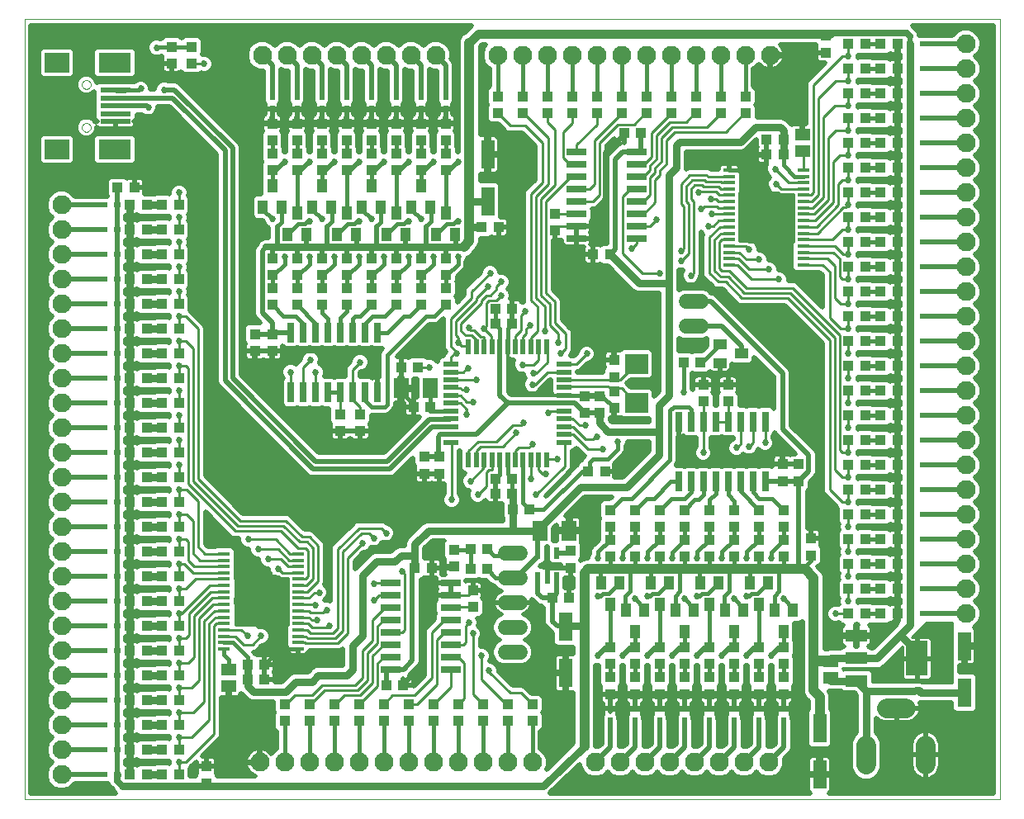
<source format=gtl>
G75*
G70*
%OFA0B0*%
%FSLAX24Y24*%
%IPPOS*%
%LPD*%
%AMOC8*
5,1,8,0,0,1.08239X$1,22.5*
%
%ADD10C,0.0000*%
%ADD11R,0.0433X0.0394*%
%ADD12R,0.0425X0.0413*%
%ADD13R,0.0197X0.0276*%
%ADD14R,0.0394X0.0551*%
%ADD15C,0.0768*%
%ADD16R,0.0260X0.0800*%
%ADD17R,0.0500X0.0120*%
%ADD18R,0.1618X0.1717*%
%ADD19R,0.0591X0.0512*%
%ADD20R,0.0984X0.0787*%
%ADD21R,0.1299X0.0787*%
%ADD22R,0.1220X0.0197*%
%ADD23C,0.0787*%
%ADD24R,0.0394X0.0433*%
%ADD25R,0.0413X0.0425*%
%ADD26R,0.0945X0.0787*%
%ADD27C,0.0600*%
%ADD28R,0.0217X0.0472*%
%ADD29R,0.0591X0.0787*%
%ADD30R,0.0551X0.1181*%
%ADD31R,0.0276X0.0197*%
%ADD32R,0.0800X0.0260*%
%ADD33R,0.0591X0.0197*%
%ADD34R,0.0197X0.0591*%
%ADD35R,0.0880X0.0480*%
%ADD36R,0.0866X0.1417*%
%ADD37R,0.0551X0.0394*%
%ADD38C,0.0160*%
%ADD39C,0.0300*%
%ADD40C,0.0100*%
%ADD41C,0.0200*%
%ADD42C,0.0250*%
%ADD43C,0.0270*%
%ADD44C,0.0120*%
%ADD45C,0.0400*%
%ADD46C,0.0350*%
%ADD47C,0.0280*%
%ADD48C,0.0150*%
%ADD49C,0.0210*%
D10*
X001581Y000967D02*
X001581Y032463D01*
X040951Y032463D01*
X040951Y000967D01*
X001581Y000967D01*
X003904Y028101D02*
X003906Y028127D01*
X003912Y028153D01*
X003922Y028178D01*
X003935Y028201D01*
X003951Y028221D01*
X003971Y028239D01*
X003993Y028254D01*
X004016Y028266D01*
X004042Y028274D01*
X004068Y028278D01*
X004094Y028278D01*
X004120Y028274D01*
X004146Y028266D01*
X004170Y028254D01*
X004191Y028239D01*
X004211Y028221D01*
X004227Y028201D01*
X004240Y028178D01*
X004250Y028153D01*
X004256Y028127D01*
X004258Y028101D01*
X004256Y028075D01*
X004250Y028049D01*
X004240Y028024D01*
X004227Y028001D01*
X004211Y027981D01*
X004191Y027963D01*
X004169Y027948D01*
X004146Y027936D01*
X004120Y027928D01*
X004094Y027924D01*
X004068Y027924D01*
X004042Y027928D01*
X004016Y027936D01*
X003992Y027948D01*
X003971Y027963D01*
X003951Y027981D01*
X003935Y028001D01*
X003922Y028024D01*
X003912Y028049D01*
X003906Y028075D01*
X003904Y028101D01*
X003904Y029833D02*
X003906Y029859D01*
X003912Y029885D01*
X003922Y029910D01*
X003935Y029933D01*
X003951Y029953D01*
X003971Y029971D01*
X003993Y029986D01*
X004016Y029998D01*
X004042Y030006D01*
X004068Y030010D01*
X004094Y030010D01*
X004120Y030006D01*
X004146Y029998D01*
X004170Y029986D01*
X004191Y029971D01*
X004211Y029953D01*
X004227Y029933D01*
X004240Y029910D01*
X004250Y029885D01*
X004256Y029859D01*
X004258Y029833D01*
X004256Y029807D01*
X004250Y029781D01*
X004240Y029756D01*
X004227Y029733D01*
X004211Y029713D01*
X004191Y029695D01*
X004169Y029680D01*
X004146Y029668D01*
X004120Y029660D01*
X004094Y029656D01*
X004068Y029656D01*
X004042Y029660D01*
X004016Y029668D01*
X003992Y029680D01*
X003971Y029695D01*
X003951Y029713D01*
X003935Y029733D01*
X003922Y029756D01*
X003912Y029781D01*
X003906Y029807D01*
X003904Y029833D01*
D11*
X007531Y030682D03*
X007531Y031351D03*
X008331Y031351D03*
X008331Y030682D03*
X011581Y027051D03*
X011581Y026382D03*
X012581Y026382D03*
X012581Y027051D03*
X013581Y027051D03*
X013581Y026382D03*
X014581Y026382D03*
X014581Y027051D03*
X015581Y027051D03*
X015581Y026382D03*
X016581Y026382D03*
X016581Y027051D03*
X017581Y027051D03*
X017581Y026382D03*
X018581Y026382D03*
X018581Y027051D03*
X020681Y028682D03*
X020681Y029351D03*
X021681Y029351D03*
X021681Y028682D03*
X022681Y028682D03*
X022681Y029351D03*
X023681Y029351D03*
X023681Y028682D03*
X024681Y028682D03*
X024681Y029351D03*
X025681Y029351D03*
X025681Y028682D03*
X026681Y028682D03*
X026681Y029351D03*
X027681Y029351D03*
X027681Y028682D03*
X028681Y028682D03*
X028681Y029351D03*
X029681Y029351D03*
X029681Y028682D03*
X030681Y028682D03*
X030681Y029351D03*
X022981Y024601D03*
X022981Y023932D03*
X018581Y022801D03*
X018581Y022132D03*
X018581Y021601D03*
X018581Y020932D03*
X017581Y020932D03*
X017581Y021601D03*
X017581Y022132D03*
X017581Y022801D03*
X016581Y022801D03*
X016581Y022132D03*
X016581Y021601D03*
X016581Y020932D03*
X015581Y020932D03*
X015581Y021601D03*
X015581Y022132D03*
X015581Y022801D03*
X014581Y022801D03*
X014581Y022132D03*
X014581Y021601D03*
X014581Y020932D03*
X013581Y020932D03*
X013581Y021601D03*
X013581Y022132D03*
X013581Y022801D03*
X012581Y022801D03*
X012581Y022132D03*
X012581Y021601D03*
X012581Y020932D03*
X011581Y020932D03*
X011581Y021601D03*
X011581Y022132D03*
X011581Y022801D03*
X014331Y016501D03*
X014331Y015832D03*
X015131Y015832D03*
X015131Y016501D03*
X019681Y009401D03*
X019681Y008732D03*
X020081Y004801D03*
X020081Y004132D03*
X021081Y004132D03*
X021081Y004801D03*
X022081Y004801D03*
X022081Y004132D03*
X019081Y004132D03*
X019081Y004801D03*
X018081Y004801D03*
X018081Y004132D03*
X017081Y004132D03*
X017081Y004801D03*
X016081Y004801D03*
X016081Y004132D03*
X015081Y004132D03*
X015081Y004801D03*
X014081Y004801D03*
X014081Y004132D03*
X013081Y004132D03*
X013081Y004801D03*
X012081Y004801D03*
X012081Y004132D03*
X025231Y006432D03*
X025231Y007101D03*
X026231Y007101D03*
X026231Y006432D03*
X027231Y006432D03*
X027231Y007101D03*
X028231Y007101D03*
X028231Y006432D03*
X029231Y006432D03*
X029231Y007101D03*
X030231Y007101D03*
X030231Y006432D03*
X031231Y006432D03*
X031231Y007101D03*
X032231Y007101D03*
X032231Y006432D03*
X032231Y010782D03*
X032231Y011451D03*
X032231Y011982D03*
X032231Y012651D03*
X031231Y012651D03*
X031231Y011982D03*
X031231Y011451D03*
X031231Y010782D03*
X030231Y010782D03*
X030231Y011451D03*
X030231Y011982D03*
X030231Y012651D03*
X029231Y012651D03*
X029231Y011982D03*
X029231Y011451D03*
X029231Y010782D03*
X028231Y010782D03*
X028231Y011451D03*
X028231Y011982D03*
X028231Y012651D03*
X027231Y012651D03*
X027231Y011982D03*
X027231Y011451D03*
X027231Y010782D03*
X026231Y010782D03*
X026231Y011451D03*
X026231Y011982D03*
X026231Y012651D03*
X025231Y012651D03*
X025231Y011982D03*
X025231Y011451D03*
X025231Y010782D03*
X028981Y017032D03*
X028981Y017701D03*
X029981Y017701D03*
X029981Y017032D03*
D12*
X032181Y014511D03*
X032831Y014511D03*
X032831Y013822D03*
X032181Y013822D03*
X033331Y011511D03*
X033331Y010822D03*
X032231Y005911D03*
X031231Y005911D03*
X031231Y005222D03*
X032231Y005222D03*
X030231Y005222D03*
X029231Y005222D03*
X028231Y005222D03*
X028231Y005911D03*
X029231Y005911D03*
X030231Y005911D03*
X027231Y005911D03*
X026231Y005911D03*
X025231Y005911D03*
X025231Y005222D03*
X026231Y005222D03*
X027231Y005222D03*
X023631Y010322D03*
X023631Y011011D03*
X018931Y011061D03*
X018931Y010372D03*
X018331Y014122D03*
X017731Y014122D03*
X017731Y014811D03*
X018331Y014811D03*
X024181Y016572D03*
X024781Y016572D03*
X025381Y016772D03*
X024781Y017261D03*
X025381Y017461D03*
X025381Y018022D03*
X025381Y018711D03*
X024181Y017261D03*
X011581Y019072D03*
X011581Y019761D03*
X010881Y019761D03*
X010881Y019072D03*
X011581Y027572D03*
X011581Y028261D03*
X012581Y028261D03*
X012581Y027572D03*
X013581Y027572D03*
X013581Y028261D03*
X014581Y028261D03*
X014581Y027572D03*
X015581Y027572D03*
X015581Y028261D03*
X016581Y028261D03*
X016581Y027572D03*
X017581Y027572D03*
X017581Y028261D03*
X018581Y028261D03*
X018581Y027572D03*
X033931Y031122D03*
X033931Y031811D03*
X008931Y002311D03*
X008931Y001622D03*
D13*
X025231Y004130D03*
X025231Y004642D03*
X026231Y004642D03*
X026231Y004130D03*
X027231Y004130D03*
X027231Y004642D03*
X028231Y004642D03*
X028231Y004130D03*
X029231Y004130D03*
X029231Y004642D03*
X030231Y004642D03*
X030231Y004130D03*
X031231Y004130D03*
X031231Y004642D03*
X032231Y004642D03*
X032231Y004130D03*
X018581Y028841D03*
X018581Y029353D03*
X017581Y029353D03*
X017581Y028841D03*
X016581Y028841D03*
X016581Y029353D03*
X015581Y029353D03*
X015581Y028841D03*
X014581Y028841D03*
X014581Y029353D03*
X013581Y029353D03*
X013581Y028841D03*
X012581Y028841D03*
X012581Y029353D03*
X011581Y029353D03*
X011581Y028841D03*
D14*
X011581Y025750D03*
X011955Y024884D03*
X012581Y024650D03*
X013207Y024884D03*
X013955Y024884D03*
X014581Y024650D03*
X015207Y024884D03*
X015955Y024884D03*
X016581Y024650D03*
X017207Y024884D03*
X017955Y024884D03*
X018581Y024650D03*
X018955Y023784D03*
X018207Y023784D03*
X016955Y023784D03*
X016207Y023784D03*
X014955Y023784D03*
X014207Y023784D03*
X012955Y023784D03*
X012207Y023784D03*
X011207Y024884D03*
X013581Y025750D03*
X015581Y025750D03*
X017581Y025750D03*
X024857Y009700D03*
X025605Y009700D03*
X025231Y008834D03*
X025857Y008600D03*
X026605Y008600D03*
X027231Y008834D03*
X027857Y008600D03*
X028605Y008600D03*
X029231Y008834D03*
X029857Y008600D03*
X030605Y008600D03*
X031231Y008834D03*
X031857Y008600D03*
X032605Y008600D03*
X032231Y007734D03*
X030231Y007734D03*
X028231Y007734D03*
X026231Y007734D03*
X026857Y009700D03*
X027605Y009700D03*
X028857Y009700D03*
X029605Y009700D03*
X030857Y009700D03*
X031605Y009700D03*
D15*
X039581Y009467D03*
X039581Y008467D03*
X039581Y010467D03*
X039581Y011467D03*
X039581Y012467D03*
X039581Y013467D03*
X039581Y014467D03*
X039581Y015467D03*
X039581Y016467D03*
X039581Y017467D03*
X039581Y018467D03*
X039581Y019467D03*
X039581Y020467D03*
X039581Y021467D03*
X039581Y022467D03*
X039581Y023467D03*
X039581Y024467D03*
X039581Y025467D03*
X039581Y026467D03*
X039581Y027467D03*
X039581Y028467D03*
X039581Y029467D03*
X039581Y030467D03*
X039581Y031467D03*
X031681Y031017D03*
X030681Y031017D03*
X029681Y031017D03*
X028681Y031017D03*
X027681Y031017D03*
X026681Y031017D03*
X025681Y031017D03*
X024681Y031017D03*
X023681Y031017D03*
X022681Y031017D03*
X021681Y031017D03*
X020681Y031017D03*
X018181Y031017D03*
X017181Y031017D03*
X016181Y031017D03*
X015181Y031017D03*
X014181Y031017D03*
X013181Y031017D03*
X012181Y031017D03*
X011181Y031017D03*
X003081Y024967D03*
X003081Y023967D03*
X003081Y022967D03*
X003081Y021967D03*
X003081Y020967D03*
X003081Y019967D03*
X003081Y018967D03*
X003081Y017967D03*
X003081Y016967D03*
X003081Y015967D03*
X003081Y014967D03*
X003081Y013967D03*
X003081Y012967D03*
X003081Y011967D03*
X003081Y010967D03*
X003081Y009967D03*
X003081Y008967D03*
X003081Y007967D03*
X003081Y006967D03*
X003081Y005967D03*
X003081Y004967D03*
X003081Y003967D03*
X003081Y002967D03*
X003081Y001967D03*
X011081Y002467D03*
X012081Y002467D03*
X013081Y002467D03*
X014081Y002467D03*
X015081Y002467D03*
X016081Y002467D03*
X017081Y002467D03*
X018081Y002467D03*
X019081Y002467D03*
X020081Y002467D03*
X021081Y002467D03*
X022081Y002467D03*
X024631Y002467D03*
X025631Y002467D03*
X026631Y002467D03*
X027631Y002467D03*
X028631Y002467D03*
X029631Y002467D03*
X030631Y002467D03*
X031631Y002467D03*
D16*
X031481Y013807D03*
X030981Y013807D03*
X030481Y013807D03*
X029981Y013807D03*
X029481Y013807D03*
X028981Y013807D03*
X028481Y013807D03*
X027981Y013807D03*
X027981Y016227D03*
X028481Y016227D03*
X028981Y016227D03*
X029481Y016227D03*
X029981Y016227D03*
X030481Y016227D03*
X030981Y016227D03*
X031481Y016227D03*
X015831Y017407D03*
X015331Y017407D03*
X014831Y017407D03*
X014331Y017407D03*
X013831Y017407D03*
X013331Y017407D03*
X012831Y017407D03*
X012331Y017407D03*
X012331Y019827D03*
X012831Y019827D03*
X013331Y019827D03*
X013831Y019827D03*
X014331Y019827D03*
X014831Y019827D03*
X015331Y019827D03*
X015831Y019827D03*
D17*
X012631Y010887D03*
X012631Y010627D03*
X012631Y010377D03*
X012631Y010117D03*
X012631Y009867D03*
X012631Y009607D03*
X012631Y009347D03*
X012631Y009097D03*
X012631Y008837D03*
X012631Y008587D03*
X012631Y008327D03*
X012631Y008067D03*
X012631Y007817D03*
X012631Y007557D03*
X012631Y007307D03*
X012631Y007047D03*
X009631Y007047D03*
X009631Y007307D03*
X009631Y007557D03*
X009631Y007817D03*
X009631Y008067D03*
X009631Y008327D03*
X009631Y008587D03*
X009631Y008837D03*
X009631Y009097D03*
X009631Y009347D03*
X009631Y009607D03*
X009631Y009867D03*
X009631Y010117D03*
X009631Y010377D03*
X009631Y010627D03*
X009631Y010887D03*
X030031Y022547D03*
X030031Y022807D03*
X030031Y023057D03*
X030031Y023317D03*
X030031Y023567D03*
X030031Y023827D03*
X030031Y024087D03*
X030031Y024337D03*
X030031Y024597D03*
X030031Y024847D03*
X030031Y025107D03*
X030031Y025367D03*
X030031Y025617D03*
X030031Y025877D03*
X030031Y026127D03*
X030031Y026387D03*
X033031Y026387D03*
X033031Y026127D03*
X033031Y025877D03*
X033031Y025617D03*
X033031Y025367D03*
X033031Y025107D03*
X033031Y024847D03*
X033031Y024597D03*
X033031Y024337D03*
X033031Y024087D03*
X033031Y023827D03*
X033031Y023567D03*
X033031Y023317D03*
X033031Y023057D03*
X033031Y022807D03*
X033031Y022547D03*
D18*
X031531Y024467D03*
X011131Y008967D03*
D19*
X009831Y006201D03*
X009831Y005532D03*
X034131Y005882D03*
X034131Y006551D03*
X032981Y027132D03*
X032981Y027801D03*
D20*
X002900Y027215D03*
X002900Y030719D03*
D21*
X005223Y030719D03*
X005223Y027215D03*
D22*
X005262Y028337D03*
X005262Y028652D03*
X005262Y028967D03*
X005262Y029282D03*
X005262Y029597D03*
D23*
X036387Y004656D02*
X037175Y004656D01*
X037962Y003160D02*
X037962Y002373D01*
X035561Y002373D02*
X035561Y003160D01*
D24*
X035516Y008467D03*
X034846Y008467D03*
X034846Y009467D03*
X035516Y009467D03*
X035516Y010467D03*
X034846Y010467D03*
X034846Y011467D03*
X035516Y011467D03*
X035516Y012467D03*
X034846Y012467D03*
X034846Y013467D03*
X035516Y013467D03*
X035516Y014467D03*
X034846Y014467D03*
X034846Y015467D03*
X035516Y015467D03*
X035516Y016467D03*
X034846Y016467D03*
X034846Y017467D03*
X035516Y017467D03*
X035516Y018467D03*
X034846Y018467D03*
X034846Y019467D03*
X035516Y019467D03*
X035516Y020467D03*
X034846Y020467D03*
X034846Y021467D03*
X035516Y021467D03*
X035516Y022467D03*
X034846Y022467D03*
X034846Y023467D03*
X035516Y023467D03*
X035516Y024467D03*
X034846Y024467D03*
X034846Y025467D03*
X035516Y025467D03*
X035516Y026467D03*
X034846Y026467D03*
X034846Y027467D03*
X035516Y027467D03*
X035516Y028467D03*
X034846Y028467D03*
X034846Y029467D03*
X035516Y029467D03*
X035516Y030467D03*
X034846Y030467D03*
X034846Y031467D03*
X035516Y031467D03*
X028866Y018617D03*
X028196Y018617D03*
X025016Y014217D03*
X024346Y014217D03*
X021966Y012667D03*
X021296Y012667D03*
X020266Y011067D03*
X019596Y011067D03*
X019596Y010267D03*
X020266Y010267D03*
X017466Y018417D03*
X016796Y018417D03*
X007816Y017967D03*
X007146Y017967D03*
X007146Y018967D03*
X007816Y018967D03*
X007816Y019967D03*
X007146Y019967D03*
X007146Y020967D03*
X007816Y020967D03*
X007816Y021967D03*
X007146Y021967D03*
X007146Y022967D03*
X007816Y022967D03*
X007816Y023967D03*
X007146Y023967D03*
X007146Y024967D03*
X007816Y024967D03*
X007816Y016967D03*
X007146Y016967D03*
X007146Y015967D03*
X007816Y015967D03*
X007816Y014967D03*
X007146Y014967D03*
X007146Y013967D03*
X007816Y013967D03*
X007816Y012967D03*
X007146Y012967D03*
X007146Y011967D03*
X007816Y011967D03*
X007816Y010967D03*
X007146Y010967D03*
X007146Y009967D03*
X007816Y009967D03*
X007816Y008967D03*
X007146Y008967D03*
X007146Y007967D03*
X007816Y007967D03*
X007816Y006967D03*
X007146Y006967D03*
X007146Y005967D03*
X007816Y005967D03*
X007816Y004967D03*
X007146Y004967D03*
X007146Y003967D03*
X007816Y003967D03*
X007816Y002967D03*
X007146Y002967D03*
X007146Y001967D03*
X007816Y001967D03*
D25*
X006525Y001967D03*
X005837Y001967D03*
X005837Y002967D03*
X006525Y002967D03*
X006525Y003967D03*
X005837Y003967D03*
X005837Y004967D03*
X006525Y004967D03*
X006525Y005967D03*
X005837Y005967D03*
X005837Y006967D03*
X006525Y006967D03*
X006525Y007967D03*
X005837Y007967D03*
X005837Y008967D03*
X006525Y008967D03*
X006525Y009967D03*
X005837Y009967D03*
X005837Y010967D03*
X006525Y010967D03*
X006525Y011967D03*
X005837Y011967D03*
X005837Y012967D03*
X006525Y012967D03*
X006525Y013967D03*
X005837Y013967D03*
X005837Y014967D03*
X006525Y014967D03*
X006525Y015967D03*
X005837Y015967D03*
X005837Y016967D03*
X006525Y016967D03*
X006525Y017967D03*
X005837Y017967D03*
X005837Y018967D03*
X006525Y018967D03*
X006525Y019967D03*
X005837Y019967D03*
X005837Y020967D03*
X006525Y020967D03*
X006525Y021967D03*
X005837Y021967D03*
X005837Y022967D03*
X006525Y022967D03*
X006525Y023967D03*
X005837Y023967D03*
X005837Y024967D03*
X006525Y024967D03*
X006025Y025667D03*
X005337Y025667D03*
X017287Y016817D03*
X017975Y016817D03*
X020587Y013917D03*
X021275Y013917D03*
X021275Y013317D03*
X020587Y013317D03*
X018025Y010317D03*
X017337Y010317D03*
X022887Y009117D03*
X023575Y009117D03*
X016875Y005567D03*
X016187Y005567D03*
X011275Y005817D03*
X011275Y006417D03*
X010587Y006417D03*
X010587Y005817D03*
X020587Y020167D03*
X021275Y020167D03*
X021275Y020767D03*
X020587Y020767D03*
X024537Y022967D03*
X025225Y022967D03*
X020725Y024067D03*
X020037Y024067D03*
X025787Y027867D03*
X026475Y027867D03*
X031537Y027617D03*
X031537Y027017D03*
X032225Y027017D03*
X032225Y027617D03*
X036137Y027467D03*
X036825Y027467D03*
X036825Y028467D03*
X036137Y028467D03*
X036137Y029467D03*
X036825Y029467D03*
X036825Y030467D03*
X036137Y030467D03*
X036137Y031467D03*
X036825Y031467D03*
X036825Y026467D03*
X036137Y026467D03*
X036137Y025467D03*
X036825Y025467D03*
X036825Y024467D03*
X036137Y024467D03*
X036137Y023467D03*
X036825Y023467D03*
X036825Y022467D03*
X036137Y022467D03*
X036137Y021467D03*
X036825Y021467D03*
X036825Y020467D03*
X036137Y020467D03*
X036137Y019467D03*
X036825Y019467D03*
X036825Y018467D03*
X036137Y018467D03*
X036137Y017467D03*
X036825Y017467D03*
X036825Y016467D03*
X036137Y016467D03*
X036137Y015467D03*
X036825Y015467D03*
X036825Y014467D03*
X036137Y014467D03*
X036137Y013467D03*
X036825Y013467D03*
X036825Y012467D03*
X036137Y012467D03*
X036137Y011467D03*
X036825Y011467D03*
X036825Y010467D03*
X036137Y010467D03*
X036137Y009467D03*
X036825Y009467D03*
X036825Y008467D03*
X036137Y008467D03*
D26*
X026281Y016979D03*
X026281Y018554D03*
D27*
X028281Y020067D02*
X028881Y020067D01*
X028881Y021067D02*
X028281Y021067D01*
X021581Y010917D02*
X020981Y010917D01*
X020981Y009917D02*
X021581Y009917D01*
X021581Y008917D02*
X020981Y008917D01*
X020981Y007917D02*
X021581Y007917D01*
X021581Y006917D02*
X020981Y006917D01*
D28*
X022307Y009905D03*
X022681Y009905D03*
X023055Y009905D03*
X023055Y010928D03*
X022307Y010928D03*
D29*
X022390Y011817D03*
X023572Y011817D03*
X017972Y017567D03*
X016790Y017567D03*
D30*
X020281Y025122D03*
X020281Y027012D03*
X023431Y007962D03*
X023431Y006072D03*
X033681Y003862D03*
X033681Y001972D03*
X039531Y005272D03*
X039531Y007162D03*
D31*
X037857Y008467D03*
X037345Y008467D03*
X037345Y009467D03*
X037857Y009467D03*
X037857Y010467D03*
X037345Y010467D03*
X037345Y011467D03*
X037857Y011467D03*
X037857Y012467D03*
X037345Y012467D03*
X037345Y013467D03*
X037857Y013467D03*
X037857Y014467D03*
X037345Y014467D03*
X037345Y015467D03*
X037857Y015467D03*
X037857Y016467D03*
X037345Y016467D03*
X037345Y017467D03*
X037857Y017467D03*
X037857Y018467D03*
X037345Y018467D03*
X037345Y019467D03*
X037857Y019467D03*
X037857Y020467D03*
X037345Y020467D03*
X037345Y021467D03*
X037857Y021467D03*
X037857Y022467D03*
X037345Y022467D03*
X037345Y023467D03*
X037857Y023467D03*
X037857Y024467D03*
X037345Y024467D03*
X037345Y025467D03*
X037857Y025467D03*
X037857Y026467D03*
X037345Y026467D03*
X037345Y027467D03*
X037857Y027467D03*
X037857Y028467D03*
X037345Y028467D03*
X037345Y029467D03*
X037857Y029467D03*
X037857Y030467D03*
X037345Y030467D03*
X037345Y031467D03*
X037857Y031467D03*
X005317Y024967D03*
X004805Y024967D03*
X004805Y023967D03*
X005317Y023967D03*
X005317Y022967D03*
X004805Y022967D03*
X004805Y021967D03*
X005317Y021967D03*
X005317Y020967D03*
X004805Y020967D03*
X004805Y019967D03*
X005317Y019967D03*
X005317Y018967D03*
X004805Y018967D03*
X004805Y017967D03*
X005317Y017967D03*
X005317Y016967D03*
X004805Y016967D03*
X004805Y015967D03*
X005317Y015967D03*
X005317Y014967D03*
X004805Y014967D03*
X004805Y013967D03*
X005317Y013967D03*
X005317Y012967D03*
X004805Y012967D03*
X004805Y011967D03*
X005317Y011967D03*
X005317Y010967D03*
X004805Y010967D03*
X004805Y009967D03*
X005317Y009967D03*
X005317Y008967D03*
X004805Y008967D03*
X004805Y007967D03*
X005317Y007967D03*
X005317Y006967D03*
X004805Y006967D03*
X004805Y005967D03*
X005317Y005967D03*
X005317Y004967D03*
X004805Y004967D03*
X004805Y003967D03*
X005317Y003967D03*
X005317Y002967D03*
X004805Y002967D03*
X004805Y001967D03*
X005317Y001967D03*
D32*
X016371Y006217D03*
X016371Y006717D03*
X016371Y007217D03*
X016371Y007717D03*
X016371Y008217D03*
X016371Y008717D03*
X016371Y009217D03*
X016371Y009717D03*
X018791Y009717D03*
X018791Y009217D03*
X018791Y008717D03*
X018791Y008217D03*
X018791Y007717D03*
X018791Y007217D03*
X018791Y006717D03*
X018791Y006217D03*
X023871Y023617D03*
X023871Y024117D03*
X023871Y024617D03*
X023871Y025117D03*
X023871Y025617D03*
X023871Y026117D03*
X023871Y026617D03*
X023871Y027117D03*
X026291Y027117D03*
X026291Y026617D03*
X026291Y026117D03*
X026291Y025617D03*
X026291Y025117D03*
X026291Y024617D03*
X026291Y024117D03*
X026291Y023617D03*
D33*
X023364Y018541D03*
X023364Y018227D03*
X023364Y017912D03*
X023364Y017597D03*
X023364Y017282D03*
X023364Y016967D03*
X023364Y016652D03*
X023364Y016337D03*
X023364Y016022D03*
X023364Y015707D03*
X023364Y015392D03*
X018798Y015392D03*
X018798Y015707D03*
X018798Y016022D03*
X018798Y016337D03*
X018798Y016652D03*
X018798Y016967D03*
X018798Y017282D03*
X018798Y017597D03*
X018798Y017912D03*
X018798Y018227D03*
X018798Y018541D03*
D34*
X019506Y019250D03*
X019821Y019250D03*
X020136Y019250D03*
X020451Y019250D03*
X020766Y019250D03*
X021081Y019250D03*
X021396Y019250D03*
X021711Y019250D03*
X022026Y019250D03*
X022341Y019250D03*
X022656Y019250D03*
X022656Y014683D03*
X022341Y014683D03*
X022026Y014683D03*
X021711Y014683D03*
X021396Y014683D03*
X021081Y014683D03*
X020766Y014683D03*
X020451Y014683D03*
X020136Y014683D03*
X019821Y014683D03*
X019506Y014683D03*
D35*
X035161Y007577D03*
X035161Y006667D03*
X035161Y005757D03*
D36*
X037601Y006667D03*
D37*
X029648Y018593D03*
X030514Y018967D03*
X029648Y019341D03*
D38*
X028924Y018617D01*
X028866Y018617D01*
X028196Y018617D02*
X028196Y017432D01*
X028381Y016817D02*
X027781Y016817D01*
X027631Y016667D01*
X027631Y014667D01*
X026081Y013117D01*
X025696Y013117D01*
X025231Y012651D01*
X025231Y011982D02*
X025231Y011451D01*
X024746Y010967D01*
X024731Y010967D01*
X024731Y010717D01*
X024581Y010267D02*
X024681Y010167D01*
X024831Y010167D01*
X025231Y010167D01*
X025231Y010782D01*
X025731Y010717D02*
X025731Y010967D01*
X025746Y010967D01*
X026231Y011451D01*
X026231Y011417D01*
X026231Y011451D02*
X026231Y011982D01*
X026231Y012651D02*
X026696Y013117D01*
X026981Y013117D01*
X027671Y013807D01*
X027981Y013807D01*
X028481Y013807D02*
X028481Y013367D01*
X028231Y013117D01*
X027696Y013117D01*
X027231Y012651D01*
X027231Y011982D02*
X027231Y011451D01*
X026746Y010967D01*
X026731Y010967D01*
X026731Y010717D01*
X026731Y010267D02*
X026857Y010141D01*
X026857Y009700D01*
X026831Y009167D02*
X026731Y009167D01*
X026605Y008693D02*
X026231Y009067D01*
X026031Y009367D02*
X025831Y009167D01*
X025831Y008626D01*
X025857Y008600D01*
X025231Y008834D02*
X025231Y007101D01*
X025231Y006432D02*
X025231Y005911D01*
X026231Y005911D02*
X026231Y006432D01*
X026231Y007101D02*
X026231Y007734D01*
X027231Y007101D02*
X027231Y008834D01*
X026605Y008693D02*
X026605Y008600D01*
X026031Y009367D02*
X026031Y010167D01*
X026181Y010167D01*
X026081Y010267D01*
X026181Y010167D02*
X026231Y010167D01*
X026481Y010167D01*
X026581Y010267D01*
X026681Y010267D02*
X026781Y010167D01*
X027231Y010167D01*
X027231Y010782D01*
X027231Y011417D02*
X027231Y011451D01*
X027731Y010951D02*
X028231Y011451D01*
X028231Y011982D01*
X028231Y012651D02*
X028646Y013067D01*
X028781Y013067D01*
X028981Y013267D01*
X028981Y013807D01*
X029481Y013807D02*
X029481Y013317D01*
X029231Y013067D01*
X029231Y012651D01*
X029231Y011982D02*
X029231Y011451D01*
X028746Y010967D01*
X028731Y010967D01*
X028731Y010717D01*
X028731Y010267D02*
X028581Y010267D01*
X028681Y010167D01*
X028231Y010167D01*
X028031Y010167D01*
X028031Y009367D01*
X027857Y009193D01*
X027857Y008600D01*
X028231Y009067D02*
X028605Y008693D01*
X028605Y008600D01*
X029231Y008834D02*
X029231Y007101D01*
X029231Y006432D02*
X029231Y005911D01*
X030231Y005911D02*
X030231Y006432D01*
X030231Y007101D02*
X030231Y007734D01*
X030605Y008600D02*
X030605Y008693D01*
X030231Y009067D01*
X030031Y009367D02*
X029831Y009167D01*
X029831Y008626D01*
X029857Y008600D01*
X030031Y009367D02*
X030031Y010167D01*
X029731Y010167D01*
X029631Y010267D01*
X029281Y010267D01*
X029231Y010217D01*
X029231Y010782D01*
X029731Y010717D02*
X029731Y010967D01*
X029746Y010967D01*
X030231Y011451D01*
X030231Y011417D01*
X030231Y011451D02*
X030231Y011982D01*
X030231Y012651D02*
X030231Y013017D01*
X029981Y013267D01*
X029981Y013807D01*
X030481Y013807D02*
X030481Y013401D01*
X031231Y012651D01*
X031231Y013117D02*
X030981Y013367D01*
X030981Y013807D01*
X031231Y013117D02*
X031766Y013117D01*
X032231Y012651D01*
X032231Y011982D02*
X032231Y011451D01*
X031731Y010951D01*
X031731Y010717D01*
X032231Y010782D02*
X032231Y010217D01*
X032281Y010267D01*
X032831Y010267D01*
X033081Y010267D02*
X033081Y010367D01*
X033331Y010617D01*
X033331Y010822D01*
X032231Y010217D02*
X032231Y010167D01*
X032031Y010167D01*
X031231Y010167D01*
X031081Y010167D01*
X030831Y010167D01*
X030231Y010167D01*
X030031Y010167D01*
X030231Y010167D02*
X030231Y010782D01*
X030731Y010717D02*
X030731Y010967D01*
X030746Y010967D01*
X031231Y011451D01*
X031231Y011417D01*
X031231Y011451D02*
X031231Y011982D01*
X031231Y010782D02*
X031231Y010167D01*
X031081Y010167D02*
X031031Y010217D01*
X031981Y010217D01*
X032031Y010167D01*
X032031Y009367D01*
X031857Y009193D01*
X031857Y008600D01*
X032231Y009067D02*
X032605Y008693D01*
X032605Y008600D01*
X032231Y007734D02*
X032231Y007101D01*
X032231Y006432D02*
X032231Y005911D01*
X031231Y005911D02*
X031231Y006432D01*
X031231Y007101D02*
X031231Y008834D01*
X030831Y009167D02*
X030731Y009167D01*
X030857Y009700D02*
X030857Y010141D01*
X030831Y010167D01*
X029231Y010167D02*
X028831Y010167D01*
X028731Y010267D01*
X028681Y010167D02*
X028831Y010167D01*
X028831Y009726D01*
X028857Y009700D01*
X028831Y009167D02*
X028731Y009167D01*
X029231Y010167D02*
X029231Y010217D01*
X028231Y010167D02*
X028231Y010782D01*
X027731Y010717D02*
X027731Y010951D01*
X026731Y010267D02*
X026681Y010267D01*
X026231Y010167D02*
X026231Y010782D01*
X025231Y011417D02*
X025231Y011451D01*
X024831Y010167D02*
X024831Y009726D01*
X024857Y009700D01*
X024831Y009167D02*
X024731Y009167D01*
X021281Y009917D02*
X020581Y009917D01*
X020431Y010067D01*
X020431Y010101D01*
X020266Y010267D01*
X020531Y010817D02*
X020281Y011067D01*
X020266Y011067D01*
X020531Y010817D02*
X021181Y010817D01*
X021281Y010917D01*
X019596Y011067D02*
X019596Y010267D01*
X019591Y011061D02*
X018931Y011061D01*
X019591Y011061D02*
X019596Y011067D01*
X021711Y012937D02*
X021981Y012667D01*
X022531Y012667D01*
X024081Y014217D01*
X024346Y014217D01*
X024381Y014251D01*
X024381Y014567D01*
X024531Y014717D01*
X025131Y014717D01*
X025531Y015117D01*
X025531Y015417D01*
X025381Y016772D02*
X024892Y017261D01*
X024781Y017261D01*
X024181Y017261D01*
X024161Y017282D01*
X023364Y017282D01*
X021181Y018617D02*
X021081Y018717D01*
X021081Y019250D02*
X021081Y019972D01*
X021275Y020167D01*
X021275Y020767D01*
X020587Y020767D02*
X020587Y020167D01*
X020766Y019987D01*
X020766Y019250D01*
X018581Y020932D02*
X018116Y020467D01*
X017781Y020467D01*
X016231Y018917D01*
X016231Y016917D01*
X016131Y016817D01*
X015581Y016817D01*
X015331Y017067D01*
X015331Y017407D01*
X014331Y017407D02*
X013831Y017407D01*
X013831Y019827D02*
X013831Y020367D01*
X013581Y020617D01*
X013581Y020932D01*
X013581Y021601D02*
X013581Y022132D01*
X013646Y022132D01*
X014081Y022567D01*
X014081Y022867D01*
X014646Y022132D02*
X015081Y022567D01*
X015081Y022867D01*
X014981Y023758D02*
X014955Y023784D01*
X015781Y024117D02*
X015955Y024291D01*
X015955Y024884D01*
X016581Y024650D02*
X016581Y026382D01*
X016581Y027051D02*
X016581Y027572D01*
X016581Y028261D02*
X016581Y028267D01*
X016581Y028817D01*
X016581Y028841D01*
X015581Y028841D02*
X015581Y028817D01*
X015581Y028267D01*
X015581Y028261D01*
X015681Y028351D01*
X015581Y027572D02*
X015581Y027051D01*
X015581Y026382D02*
X015581Y025750D01*
X015207Y024884D02*
X015207Y024791D01*
X015581Y024417D01*
X015081Y024317D02*
X014981Y024317D01*
X014581Y024650D02*
X014581Y026382D01*
X014581Y027051D02*
X014581Y027572D01*
X014581Y028261D02*
X014581Y028267D01*
X014581Y028817D01*
X014581Y028841D01*
X013581Y028841D02*
X013581Y028817D01*
X013581Y028267D01*
X013581Y028261D01*
X013581Y027572D02*
X013581Y027051D01*
X013581Y026382D02*
X013581Y025750D01*
X013955Y024884D02*
X013981Y024858D01*
X013981Y024317D01*
X013781Y024117D01*
X013581Y024417D02*
X013207Y024791D01*
X013207Y024884D01*
X012581Y024650D02*
X012581Y026382D01*
X012581Y027051D02*
X012581Y027572D01*
X012581Y028261D02*
X012581Y028267D01*
X012581Y028817D01*
X012581Y028841D01*
X011581Y028841D02*
X011581Y028817D01*
X011581Y028261D01*
X011681Y028351D01*
X011581Y027572D02*
X011581Y027051D01*
X011581Y026382D02*
X011581Y025750D01*
X011955Y024884D02*
X011955Y024291D01*
X011781Y024117D01*
X011581Y024417D02*
X011207Y024791D01*
X011207Y024884D01*
X012981Y024317D02*
X013081Y024317D01*
X013081Y022867D02*
X013081Y022567D01*
X012646Y022132D01*
X012581Y022132D01*
X012581Y022167D01*
X012581Y022132D02*
X012581Y021601D01*
X012581Y020932D02*
X013331Y020182D01*
X013331Y019827D01*
X012831Y019827D02*
X012831Y020167D01*
X012531Y020467D01*
X012046Y020467D01*
X011581Y020932D01*
X011581Y021601D02*
X011581Y022132D01*
X011631Y022132D01*
X012081Y022582D01*
X012081Y022867D01*
X013581Y022167D02*
X013581Y022132D01*
X014581Y022132D02*
X014581Y021601D01*
X014581Y022132D02*
X014646Y022132D01*
X014581Y022132D02*
X014581Y022167D01*
X015581Y022132D02*
X015581Y021601D01*
X015581Y022132D02*
X015646Y022132D01*
X016081Y022567D01*
X016081Y022867D01*
X016581Y022167D02*
X016581Y022132D01*
X016646Y022132D01*
X017081Y022567D01*
X017081Y022867D01*
X017646Y022132D02*
X018081Y022567D01*
X018081Y022867D01*
X018646Y022132D02*
X019081Y022567D01*
X019081Y022867D01*
X018981Y023758D02*
X018955Y023784D01*
X018981Y024317D02*
X019081Y024317D01*
X018581Y024650D02*
X018581Y026382D01*
X018581Y027051D02*
X018581Y027572D01*
X018581Y028261D02*
X018581Y028267D01*
X018581Y028817D01*
X018581Y028841D01*
X017581Y028841D02*
X017581Y028817D01*
X017581Y028267D01*
X017581Y028261D01*
X017581Y027572D02*
X017581Y027051D01*
X017581Y026382D02*
X017581Y025750D01*
X017955Y024884D02*
X017981Y024858D01*
X017981Y024317D01*
X017781Y024117D01*
X017581Y024417D02*
X017207Y024791D01*
X017207Y024884D01*
X017081Y024317D02*
X016981Y024317D01*
X016581Y022132D02*
X016581Y021601D01*
X016581Y020932D02*
X016116Y020467D01*
X015631Y020467D01*
X015331Y020167D01*
X015331Y019827D01*
X014831Y019827D02*
X014831Y020367D01*
X014931Y020467D01*
X015116Y020467D01*
X015581Y020932D01*
X014581Y020932D02*
X014581Y020667D01*
X014331Y020417D01*
X014331Y019827D01*
X015831Y019827D02*
X016241Y019827D01*
X016881Y020467D01*
X017116Y020467D01*
X017581Y020932D01*
X017581Y021601D02*
X017581Y022132D01*
X017646Y022132D01*
X017581Y022132D02*
X017581Y022167D01*
X018581Y022132D02*
X018581Y022167D01*
X018581Y022132D02*
X018646Y022132D01*
X018581Y022132D02*
X018581Y021601D01*
X017972Y017567D02*
X017972Y016817D01*
X017975Y016817D01*
X017975Y016652D01*
X018798Y016652D01*
X017287Y016817D02*
X017287Y016911D01*
X016981Y017217D01*
X016981Y017376D01*
X016790Y017567D01*
X020766Y014683D02*
X020766Y014096D01*
X020587Y013917D01*
X020587Y013317D01*
X021275Y013317D02*
X021275Y013917D01*
X021081Y014111D01*
X021081Y014683D01*
X021711Y014683D02*
X021711Y012937D01*
X028481Y016227D02*
X028481Y016717D01*
X028381Y016817D01*
X029231Y011451D02*
X029231Y011417D01*
X028231Y007734D02*
X028231Y007101D01*
X028231Y006432D02*
X028231Y005911D01*
X028231Y005222D02*
X028131Y005132D01*
X028231Y005217D02*
X028231Y004642D01*
X028231Y005217D02*
X028231Y005222D01*
X029231Y005217D02*
X029231Y005222D01*
X029231Y005217D02*
X029231Y004642D01*
X030231Y004642D02*
X030231Y005222D01*
X031231Y005222D02*
X031231Y004642D01*
X032231Y004642D02*
X032231Y005222D01*
X032131Y005132D01*
X035516Y008467D02*
X036137Y008467D01*
X036137Y009467D02*
X035516Y009467D01*
X035516Y010467D02*
X036137Y010467D01*
X036137Y011467D02*
X035516Y011467D01*
X035516Y012467D02*
X036137Y012467D01*
X036137Y013467D02*
X035516Y013467D01*
X035516Y014467D02*
X036137Y014467D01*
X036137Y015467D02*
X035516Y015467D01*
X035516Y016467D02*
X036137Y016467D01*
X036137Y017467D02*
X035516Y017467D01*
X035516Y018467D02*
X036137Y018467D01*
X036137Y019467D02*
X035516Y019467D01*
X035516Y020467D02*
X036137Y020467D01*
X036137Y021467D02*
X035516Y021467D01*
X035516Y022467D02*
X036137Y022467D01*
X036137Y023467D02*
X035516Y023467D01*
X035516Y024467D02*
X036137Y024467D01*
X036137Y025467D02*
X035516Y025467D01*
X035516Y026467D02*
X036137Y026467D01*
X036137Y027467D02*
X035516Y027467D01*
X035516Y028467D02*
X036137Y028467D01*
X036137Y029467D02*
X035516Y029467D01*
X035516Y030467D02*
X036137Y030467D01*
X036137Y031467D02*
X035516Y031467D01*
X030681Y031017D02*
X030681Y029351D01*
X029681Y029351D02*
X029681Y031017D01*
X028681Y031017D02*
X028681Y029351D01*
X027681Y029351D02*
X027681Y031017D01*
X026681Y031017D02*
X026681Y029351D01*
X025681Y029351D02*
X025681Y031017D01*
X024681Y031017D02*
X024681Y029351D01*
X023681Y029351D02*
X023681Y031017D01*
X022681Y031017D02*
X022681Y029351D01*
X021681Y029351D02*
X021681Y031017D01*
X020681Y031017D02*
X020681Y029351D01*
X030031Y026387D02*
X030501Y026387D01*
X031081Y026967D01*
X031487Y026967D01*
X031537Y027017D01*
X031537Y027617D01*
X032225Y027017D02*
X032231Y027011D01*
X032231Y026567D01*
X032671Y026127D01*
X033031Y026127D01*
X010581Y006717D02*
X009991Y007307D01*
X009631Y007307D01*
X009631Y007047D02*
X009631Y006817D01*
X009831Y006617D01*
X009831Y006201D01*
X010581Y006422D02*
X010587Y006417D01*
X010581Y006422D02*
X010581Y006717D01*
X011275Y006417D02*
X011275Y005817D01*
X011275Y006417D02*
X011905Y007047D01*
X012631Y007047D01*
X013081Y004132D02*
X013081Y002467D01*
X012081Y002467D02*
X012081Y004132D01*
X014081Y004132D02*
X014081Y002467D01*
X015081Y002467D02*
X015081Y004132D01*
X016081Y004132D02*
X016081Y002467D01*
X017081Y002467D02*
X017081Y004132D01*
X018081Y004132D02*
X018081Y002467D01*
X019081Y002467D02*
X019081Y004132D01*
X020081Y004132D02*
X020081Y002467D01*
X021081Y002467D02*
X021081Y004132D01*
X022081Y004132D02*
X022081Y002467D01*
X025231Y004642D02*
X025231Y005222D01*
X026231Y005222D02*
X026231Y004642D01*
X027231Y004642D02*
X027231Y005222D01*
X027231Y005911D02*
X027231Y006432D01*
X006281Y029667D02*
X006231Y029667D01*
X006181Y029617D01*
X005681Y029617D01*
X005631Y029567D01*
X005292Y029567D01*
X005262Y029597D01*
X006931Y031317D02*
X006966Y031351D01*
X007531Y031351D01*
X008331Y031351D01*
D39*
X011581Y028261D02*
X012581Y028261D01*
X012581Y028267D02*
X013581Y028267D01*
X014581Y028267D01*
X015581Y028267D01*
X016581Y028267D01*
X017581Y028267D01*
X018581Y028267D01*
X019531Y025167D02*
X019576Y025122D01*
X020281Y025122D01*
X020037Y024067D02*
X019531Y024067D01*
X019331Y023267D02*
X018981Y023267D01*
X018581Y023267D01*
X017781Y023267D01*
X017581Y023267D01*
X016981Y023267D01*
X016581Y023267D01*
X015781Y023267D01*
X015581Y023267D01*
X014981Y023267D01*
X014581Y023267D01*
X013781Y023267D01*
X013581Y023267D01*
X012981Y023267D01*
X012581Y023267D01*
X011781Y023267D01*
X011581Y023267D01*
X012955Y023293D02*
X012981Y023267D01*
X016955Y023293D02*
X016981Y023267D01*
X025225Y022967D02*
X025231Y022967D01*
X026381Y021817D01*
X027531Y021817D01*
X027581Y021767D01*
X027581Y026167D01*
X027881Y026467D01*
X027881Y027367D01*
X028031Y027517D01*
X030481Y027517D01*
X031081Y028117D01*
X032081Y028117D01*
X032231Y027967D01*
X032231Y027622D01*
X032225Y027617D01*
X032225Y027017D01*
X037345Y027467D02*
X037345Y026467D01*
X037345Y025467D01*
X037345Y024467D01*
X037345Y023467D01*
X037345Y022467D01*
X037345Y021467D01*
X037345Y020467D01*
X037345Y019467D01*
X037345Y018467D01*
X037345Y017467D01*
X037345Y016467D01*
X037345Y015467D01*
X037345Y014467D01*
X037345Y013467D01*
X037345Y012467D01*
X037345Y011467D01*
X037345Y010467D01*
X037345Y009467D01*
X037345Y008467D01*
X037331Y008453D01*
X037331Y008017D01*
X036931Y007617D01*
X037601Y006947D01*
X037601Y006667D01*
X036931Y007617D02*
X035981Y006667D01*
X035161Y006667D01*
X034131Y006667D01*
X034131Y005757D02*
X035161Y005757D01*
X035561Y005357D01*
X037371Y005357D01*
X037681Y005367D01*
X037776Y005272D01*
X039531Y005272D01*
X036781Y008217D02*
X036141Y007577D01*
X036781Y008217D02*
X036781Y008422D01*
X036825Y008467D01*
X035561Y005357D02*
X035561Y002767D01*
X033681Y002067D02*
X033681Y001972D01*
X032831Y002917D02*
X032831Y004467D01*
X032681Y004617D01*
X032681Y005067D01*
X032531Y005217D01*
X032246Y005217D01*
X032231Y005222D01*
X031231Y005222D01*
X030231Y005222D01*
X029231Y005222D01*
X029231Y005217D02*
X028231Y005217D01*
X028231Y005222D02*
X027231Y005222D01*
X026231Y005222D01*
X025231Y005222D01*
X024181Y003117D02*
X022531Y001517D01*
X008281Y001517D01*
X005531Y001517D01*
X005331Y001953D02*
X005317Y001967D01*
X005837Y001967D02*
X005837Y002967D01*
X005837Y003967D01*
X005837Y004967D01*
X005837Y005967D01*
X005837Y006967D01*
X005837Y007967D01*
X005837Y008967D01*
X005837Y009967D01*
X005837Y010967D01*
X005837Y011967D01*
X005837Y012967D01*
X005837Y013967D01*
X005837Y014967D01*
X005837Y015967D01*
X005837Y016967D01*
X005837Y017967D01*
X005837Y018967D01*
X005837Y019967D01*
X005837Y020967D01*
X005837Y021967D01*
X005837Y022967D01*
X005837Y023967D01*
X005837Y024967D01*
X006525Y024967D02*
X007146Y024967D01*
X007146Y023967D02*
X006525Y023967D01*
X006525Y022967D02*
X007146Y022967D01*
X007146Y021967D02*
X006525Y021967D01*
X006525Y020967D02*
X007146Y020967D01*
X007146Y019967D02*
X006525Y019967D01*
X006525Y018967D02*
X007146Y018967D01*
X007081Y018967D01*
X007081Y017967D02*
X006525Y017967D01*
X007081Y017967D02*
X007146Y017967D01*
X007146Y016967D02*
X006525Y016967D01*
X006525Y015967D02*
X007146Y015967D01*
X007146Y014967D02*
X006525Y014967D01*
X006525Y013967D02*
X007146Y013967D01*
X007146Y012967D02*
X006525Y012967D01*
X006525Y011967D02*
X007146Y011967D01*
X007146Y010967D02*
X006525Y010967D01*
X006525Y009967D02*
X007146Y009967D01*
X007146Y008967D02*
X006525Y008967D01*
X006525Y007967D02*
X007146Y007967D01*
X007146Y006967D02*
X006525Y006967D01*
X006525Y005967D02*
X007146Y005967D01*
X007146Y004967D02*
X006525Y004967D01*
X006525Y003967D02*
X007146Y003967D01*
X007146Y002967D02*
X006525Y002967D01*
X006525Y001967D02*
X007146Y001967D01*
X010587Y005561D02*
X010831Y005317D01*
X012131Y005317D01*
X012531Y005717D01*
X013181Y005717D01*
X013431Y005967D01*
X014581Y005967D01*
X014831Y006217D01*
X014831Y007167D01*
X015231Y007567D01*
X015231Y010017D01*
X015781Y010567D01*
X016531Y010567D01*
X016781Y010817D01*
X017337Y010817D01*
X017337Y011272D01*
X017331Y011267D01*
X017337Y011272D02*
X017881Y011817D01*
X021331Y011817D01*
X021281Y011867D01*
X021281Y012682D01*
X021296Y012667D01*
X021281Y012682D02*
X021281Y013311D01*
X021275Y013317D01*
X021331Y011817D02*
X022390Y011817D01*
X022381Y011817D01*
X022431Y011817D02*
X022431Y011967D01*
X022506Y012042D01*
X024031Y013567D01*
X025881Y013567D01*
X027181Y014867D01*
X027181Y015817D01*
X025131Y015817D01*
X024781Y016167D01*
X024781Y016572D01*
X027181Y016867D02*
X027181Y015817D01*
X027181Y016867D02*
X027581Y017267D01*
X027581Y021767D01*
X037345Y027467D02*
X037345Y028467D01*
X037345Y029467D01*
X037345Y030467D01*
X037345Y031467D01*
X034075Y031861D02*
X033931Y031811D01*
X017337Y010817D02*
X017337Y010317D01*
X023431Y007967D02*
X024181Y007967D01*
X010587Y006417D02*
X010587Y005817D01*
X010587Y005561D01*
D40*
X012081Y004801D02*
X012116Y004801D01*
X012481Y005167D01*
X013181Y005167D01*
X013581Y005567D01*
X014931Y005567D01*
X015231Y005867D01*
X015231Y006967D01*
X015631Y007367D01*
X015631Y008217D01*
X016131Y008717D01*
X016371Y008717D01*
X016371Y008217D02*
X016081Y008217D01*
X015831Y007967D01*
X015831Y007267D01*
X015431Y006867D01*
X015431Y005767D01*
X015031Y005367D01*
X013681Y005367D01*
X013116Y004801D01*
X013081Y004801D01*
X014081Y004801D02*
X014116Y004801D01*
X014481Y005167D01*
X015131Y005167D01*
X015631Y005667D01*
X015631Y006767D01*
X016081Y007217D01*
X016371Y007217D01*
X016371Y007717D02*
X016831Y007717D01*
X016931Y007817D01*
X016931Y010067D01*
X016831Y010167D01*
X016371Y009717D02*
X015731Y009717D01*
X015681Y009667D01*
X015881Y009217D02*
X015681Y009017D01*
X015881Y009217D02*
X016371Y009217D01*
X014631Y010717D02*
X015231Y011317D01*
X015181Y011717D02*
X015481Y011717D01*
X015681Y011517D01*
X015981Y011917D02*
X015081Y011917D01*
X014231Y011067D01*
X014231Y007867D01*
X014031Y007667D01*
X013131Y007667D01*
X012981Y007817D01*
X012631Y007817D01*
X012631Y008067D02*
X013031Y008067D01*
X013181Y007917D01*
X013831Y007917D01*
X013881Y007967D01*
X013381Y008217D02*
X013181Y008217D01*
X013071Y008327D01*
X012631Y008327D01*
X012631Y008587D02*
X013061Y008587D01*
X013131Y008517D01*
X013631Y008517D01*
X013731Y008617D01*
X013781Y008617D01*
X013331Y008817D02*
X013311Y008837D01*
X012631Y008837D01*
X012631Y009097D02*
X013061Y009097D01*
X013281Y009317D01*
X013481Y009317D01*
X013431Y009767D02*
X013431Y011217D01*
X013081Y011567D01*
X012781Y011567D01*
X012131Y012217D01*
X010281Y012217D01*
X008581Y013917D01*
X008581Y019967D01*
X008081Y020467D01*
X007831Y020467D01*
X007816Y020451D01*
X007816Y019967D01*
X007831Y019467D02*
X007816Y019451D01*
X007816Y018967D01*
X007831Y019467D02*
X008081Y019467D01*
X008381Y019167D01*
X008381Y013817D01*
X010181Y012017D01*
X012031Y012017D01*
X012681Y011367D01*
X012981Y011367D01*
X013231Y011117D01*
X013231Y009867D01*
X012971Y009607D01*
X012631Y009607D01*
X012631Y009867D02*
X012931Y009867D01*
X013031Y009967D01*
X013031Y011017D01*
X012931Y011117D01*
X012631Y011117D01*
X011931Y011817D01*
X010081Y011817D01*
X008181Y013717D01*
X008181Y018367D01*
X008081Y018467D01*
X007831Y018467D01*
X007816Y018451D01*
X007816Y017967D01*
X007831Y017467D02*
X007816Y017451D01*
X007816Y016967D01*
X007831Y016467D02*
X007816Y016451D01*
X007816Y015967D01*
X007831Y015467D02*
X007816Y015451D01*
X007816Y014967D01*
X007831Y014467D02*
X007816Y014451D01*
X007816Y013967D01*
X007831Y013467D02*
X007831Y012982D01*
X007816Y012967D01*
X007831Y012467D02*
X007831Y011982D01*
X007816Y011967D01*
X007831Y011467D02*
X007831Y010982D01*
X007816Y010967D01*
X007831Y010467D02*
X007831Y009982D01*
X007816Y009967D01*
X008031Y010467D02*
X008381Y010117D01*
X009631Y010117D01*
X009631Y009867D02*
X008481Y009867D01*
X008081Y009467D01*
X007831Y009467D01*
X007831Y008982D01*
X007816Y008967D01*
X007831Y008467D02*
X007831Y007982D01*
X007816Y007967D01*
X007831Y008467D02*
X007931Y008467D01*
X009071Y009607D01*
X009631Y009607D01*
X009631Y009347D02*
X009111Y009347D01*
X008231Y008467D01*
X008231Y007617D01*
X008081Y007467D01*
X007831Y007467D01*
X007831Y006982D01*
X007816Y006967D01*
X008181Y006467D02*
X008431Y006717D01*
X008431Y008367D01*
X009161Y009097D01*
X009631Y009097D01*
X009631Y008837D02*
X009201Y008837D01*
X008631Y008267D01*
X008631Y005767D01*
X008331Y005467D01*
X007831Y005467D01*
X007831Y004982D01*
X007816Y004967D01*
X007831Y004467D02*
X007831Y003982D01*
X007816Y003967D01*
X007831Y004467D02*
X008381Y004467D01*
X008831Y004917D01*
X008831Y008167D01*
X009251Y008587D01*
X009631Y008587D01*
X009631Y008327D02*
X009291Y008327D01*
X009031Y008067D01*
X009031Y004167D01*
X008331Y003467D01*
X007831Y003467D01*
X007831Y002982D01*
X007816Y002967D01*
X007831Y002467D02*
X008081Y002467D01*
X009231Y003617D01*
X009231Y007967D01*
X009331Y008067D01*
X009631Y008067D01*
X009631Y007817D02*
X010331Y007817D01*
X010581Y007567D01*
X010431Y007217D02*
X010781Y007217D01*
X011131Y007567D01*
X010431Y007217D02*
X010091Y007557D01*
X009631Y007557D01*
X010081Y008017D02*
X012231Y008017D01*
X012231Y009917D01*
X011898Y009917D01*
X011833Y009982D01*
X011774Y009982D01*
X011690Y010017D01*
X010081Y010017D01*
X010081Y008017D01*
X010081Y008059D02*
X012231Y008059D01*
X012231Y008157D02*
X010081Y008157D01*
X010081Y008256D02*
X012231Y008256D01*
X012231Y008354D02*
X010081Y008354D01*
X010081Y008453D02*
X012231Y008453D01*
X012231Y008551D02*
X010081Y008551D01*
X010081Y008650D02*
X012231Y008650D01*
X012231Y008748D02*
X010081Y008748D01*
X010081Y008847D02*
X012231Y008847D01*
X012231Y008945D02*
X010081Y008945D01*
X010081Y009044D02*
X012231Y009044D01*
X012231Y009142D02*
X010081Y009142D01*
X010081Y009241D02*
X012231Y009241D01*
X012231Y009339D02*
X010081Y009339D01*
X010081Y009438D02*
X012231Y009438D01*
X012231Y009536D02*
X010081Y009536D01*
X010081Y009635D02*
X012231Y009635D01*
X012231Y009733D02*
X010081Y009733D01*
X010081Y009832D02*
X012231Y009832D01*
X011885Y009930D02*
X010081Y009930D01*
X009631Y010377D02*
X008421Y010377D01*
X008181Y010617D01*
X008181Y011367D01*
X008081Y011467D01*
X007831Y011467D01*
X008381Y010917D02*
X008381Y012217D01*
X008131Y012467D01*
X007831Y012467D01*
X008581Y013017D02*
X008131Y013467D01*
X007831Y013467D01*
X008581Y013017D02*
X008581Y011167D01*
X008861Y010887D01*
X009631Y010887D01*
X009631Y010627D02*
X008671Y010627D01*
X008381Y010917D01*
X008031Y010467D02*
X007831Y010467D01*
X010631Y011467D02*
X011731Y011467D01*
X012311Y010887D01*
X012631Y010887D01*
X012631Y010627D02*
X012271Y010627D01*
X011831Y011067D01*
X011031Y011067D01*
X011431Y010667D02*
X011931Y010667D01*
X012221Y010377D01*
X012631Y010377D01*
X012631Y010117D02*
X011981Y010117D01*
X011831Y010267D01*
X012631Y009347D02*
X013011Y009347D01*
X013431Y009767D01*
X014631Y010717D02*
X014631Y007667D01*
X014231Y007267D01*
X012931Y007267D01*
X012891Y007307D01*
X012631Y007307D01*
X012631Y007557D02*
X012941Y007557D01*
X013031Y007467D01*
X014131Y007467D01*
X014431Y007767D01*
X014431Y010967D01*
X015181Y011717D01*
X015981Y011917D02*
X016181Y011717D01*
X018831Y013067D02*
X018831Y015358D01*
X018798Y015392D01*
X019506Y015042D02*
X019881Y015417D01*
X020631Y015417D01*
X021281Y016067D01*
X021631Y016067D01*
X021731Y016167D01*
X021431Y015767D02*
X020881Y015217D01*
X019981Y015217D01*
X019821Y015057D01*
X019821Y014683D01*
X019506Y014683D02*
X019506Y015042D01*
X020136Y014683D02*
X020136Y014372D01*
X019581Y013817D01*
X019881Y013267D02*
X020231Y013617D01*
X020231Y014167D01*
X020331Y014267D01*
X020431Y014267D01*
X020451Y014287D01*
X020451Y014683D01*
X021396Y014683D02*
X021396Y015032D01*
X021531Y015167D01*
X021931Y015167D01*
X022081Y015317D01*
X022026Y014683D02*
X022031Y014678D01*
X022031Y013917D01*
X022331Y014267D02*
X022331Y014673D01*
X022341Y014683D01*
X022331Y014693D01*
X022656Y014683D02*
X022689Y014717D01*
X023081Y014717D01*
X023381Y014417D02*
X023381Y015375D01*
X023364Y015392D01*
X023331Y015358D01*
X023364Y015707D02*
X023741Y015707D01*
X024331Y015117D01*
X024931Y015117D01*
X024681Y015617D02*
X024631Y015617D01*
X024531Y015517D01*
X024231Y015517D01*
X023726Y016022D01*
X023364Y016022D01*
X023364Y016337D02*
X023711Y016337D01*
X023981Y016067D01*
X024231Y016067D01*
X023364Y016652D02*
X022846Y016652D01*
X022731Y016567D01*
X023364Y017597D02*
X023414Y017647D01*
X025146Y017647D01*
X025381Y017461D01*
X025487Y017567D01*
X025681Y017567D01*
X026268Y016979D01*
X026281Y016979D01*
X025631Y017917D02*
X025487Y017917D01*
X025381Y018022D01*
X025270Y017912D01*
X023364Y017912D01*
X023355Y018217D02*
X022681Y018217D01*
X022181Y017717D01*
X022081Y017717D01*
X022131Y018167D02*
X022231Y018167D01*
X022681Y018617D01*
X022681Y019225D01*
X022656Y019250D01*
X022341Y019250D02*
X022331Y019240D01*
X022331Y018717D01*
X022131Y018517D01*
X021681Y018517D01*
X021711Y019250D02*
X021711Y019647D01*
X021831Y019767D01*
X021831Y019967D01*
X021981Y020117D01*
X022281Y019867D02*
X022031Y019617D01*
X022031Y019255D01*
X022026Y019250D01*
X021396Y019250D02*
X021396Y019682D01*
X021631Y019917D01*
X021631Y020517D01*
X021781Y020667D01*
X022031Y021117D02*
X022281Y020867D01*
X022281Y019867D01*
X022581Y019867D02*
X022581Y020867D01*
X022231Y021217D01*
X022231Y025317D01*
X022731Y025817D01*
X022731Y027667D01*
X021716Y028682D01*
X021681Y028682D01*
X021781Y028167D02*
X021181Y028167D01*
X020681Y028667D01*
X020681Y028682D01*
X021781Y028167D02*
X022481Y027467D01*
X022481Y025867D01*
X022031Y025417D01*
X022031Y021117D01*
X022431Y021317D02*
X022781Y020967D01*
X022781Y020117D01*
X023131Y019767D01*
X023131Y019417D01*
X023431Y019167D02*
X023231Y018967D01*
X023431Y019167D02*
X023431Y019767D01*
X022981Y020217D01*
X022981Y021067D01*
X022631Y021417D01*
X022631Y025117D01*
X023581Y026067D01*
X023581Y026117D01*
X023871Y026117D01*
X023871Y025617D02*
X024381Y025617D01*
X024581Y025817D01*
X024581Y027567D01*
X025681Y028667D01*
X025681Y028682D01*
X025531Y028217D02*
X024781Y027467D01*
X024781Y025367D01*
X024531Y025117D01*
X023871Y025117D01*
X023871Y024617D02*
X022996Y024617D01*
X022981Y024601D01*
X023166Y024117D02*
X022981Y023932D01*
X023166Y024117D02*
X023871Y024117D01*
X022431Y025217D02*
X022431Y021317D01*
X020831Y021317D02*
X020631Y021117D01*
X020331Y021117D01*
X020231Y021017D01*
X020231Y020067D01*
X020131Y019967D01*
X020431Y019667D01*
X020431Y019270D01*
X020451Y019250D01*
X020136Y019250D02*
X020136Y019662D01*
X019986Y019662D01*
X019731Y019917D01*
X019581Y019917D01*
X019531Y020017D01*
X019631Y019717D02*
X019381Y019717D01*
X019181Y019867D01*
X019181Y020167D01*
X020031Y021017D01*
X020031Y021117D01*
X020231Y021317D01*
X020381Y021317D01*
X020631Y021567D01*
X020631Y021667D01*
X020831Y021867D01*
X020281Y021667D02*
X019831Y021217D01*
X019831Y021117D01*
X018981Y020267D01*
X018981Y019717D01*
X019081Y019617D01*
X019081Y019417D01*
X019231Y019267D01*
X019490Y019267D01*
X019506Y019250D01*
X019821Y019250D02*
X019821Y019527D01*
X019631Y019717D01*
X019031Y019017D02*
X018781Y019267D01*
X018781Y020367D01*
X019631Y021217D01*
X019631Y021467D01*
X020381Y022217D01*
X022431Y025217D02*
X022981Y025767D01*
X022981Y028017D01*
X022681Y028317D01*
X022681Y028682D01*
X023681Y028682D02*
X023681Y028267D01*
X023331Y027917D01*
X023331Y026867D01*
X023581Y026617D01*
X023871Y026617D01*
X023871Y027117D02*
X023871Y027407D01*
X024681Y028217D01*
X024681Y028682D01*
X025531Y028217D02*
X026181Y028217D01*
X026646Y028682D01*
X026681Y028682D01*
X026881Y027867D02*
X026881Y026917D01*
X026581Y026617D01*
X026291Y026617D01*
X026831Y026567D02*
X026831Y026367D01*
X026531Y026067D01*
X026341Y026067D01*
X026291Y026117D01*
X026291Y025617D02*
X026031Y025617D01*
X025731Y025317D01*
X025731Y023017D01*
X026531Y022217D01*
X027231Y022217D01*
X028081Y022717D02*
X028381Y023017D01*
X028381Y025017D01*
X028281Y025117D01*
X028281Y025717D01*
X028531Y025967D01*
X029031Y025967D01*
X029081Y025917D01*
X029681Y025917D01*
X029721Y025877D01*
X030031Y025877D01*
X030031Y026127D02*
X029171Y026127D01*
X029131Y026167D01*
X028431Y026167D01*
X028081Y025817D01*
X028081Y025017D01*
X028181Y024917D01*
X028181Y023217D01*
X028081Y023117D01*
X028581Y022217D02*
X028481Y022117D01*
X028581Y022217D02*
X028581Y025117D01*
X028481Y025217D01*
X028481Y025617D01*
X028631Y025767D01*
X028931Y025767D01*
X028981Y025717D01*
X029581Y025717D01*
X029681Y025617D01*
X030031Y025617D01*
X030031Y025367D02*
X029631Y025367D01*
X029481Y025517D01*
X028831Y025517D01*
X028781Y025467D01*
X029281Y025217D02*
X029481Y025217D01*
X029591Y025107D01*
X030031Y025107D01*
X030031Y024847D02*
X029601Y024847D01*
X029531Y024917D01*
X029031Y024917D01*
X028931Y024817D01*
X028881Y024817D01*
X029331Y024617D02*
X029351Y024597D01*
X030031Y024597D01*
X030031Y024337D02*
X029601Y024337D01*
X029381Y024117D01*
X029181Y024117D01*
X029231Y023667D02*
X029231Y022217D01*
X029581Y021867D01*
X029881Y021867D01*
X030531Y021217D01*
X032381Y021217D01*
X034081Y019517D01*
X034081Y013467D01*
X034581Y012967D01*
X034831Y012967D01*
X034846Y012982D01*
X034846Y013467D01*
X034831Y013967D02*
X034581Y013967D01*
X034281Y014267D01*
X034281Y019617D01*
X032481Y021417D01*
X030631Y021417D01*
X029981Y022067D01*
X029681Y022067D01*
X029431Y022317D01*
X029431Y023567D01*
X029691Y023827D01*
X030031Y023827D01*
X030031Y024087D02*
X029651Y024087D01*
X029231Y023667D01*
X029631Y023467D02*
X029631Y022417D01*
X029731Y022317D01*
X030031Y022317D01*
X030731Y021617D01*
X032581Y021617D01*
X034481Y019717D01*
X034481Y015067D01*
X034581Y014967D01*
X034831Y014967D01*
X034846Y014982D01*
X034846Y015467D01*
X034831Y015967D02*
X034846Y015982D01*
X034846Y016467D01*
X034831Y016967D02*
X034846Y016982D01*
X034846Y017467D01*
X034831Y017967D02*
X034846Y017982D01*
X034846Y018467D01*
X034831Y018967D02*
X034846Y018982D01*
X034846Y019467D01*
X034831Y019967D02*
X034531Y019967D01*
X034081Y020417D01*
X034081Y022267D01*
X033801Y022547D01*
X033031Y022547D01*
X033701Y022547D01*
X033891Y022807D02*
X033031Y022807D01*
X033991Y022807D01*
X034281Y022517D01*
X034281Y021217D01*
X034531Y020967D01*
X034831Y020967D01*
X034846Y020982D01*
X034846Y021467D01*
X034831Y021967D02*
X034581Y021967D01*
X034481Y022067D01*
X034481Y022817D01*
X034241Y023057D01*
X033031Y023057D01*
X033031Y023317D02*
X034281Y023317D01*
X034631Y022967D01*
X034831Y022967D01*
X034846Y022982D01*
X034846Y023467D01*
X034581Y023967D02*
X034181Y023567D01*
X034581Y023967D01*
X034831Y023967D01*
X034831Y024451D01*
X034846Y024467D01*
X034731Y024867D02*
X034831Y024967D01*
X034846Y024982D01*
X034846Y025467D01*
X034831Y025451D01*
X034431Y025817D02*
X034431Y024967D01*
X033551Y024087D01*
X033031Y024087D01*
X033031Y024337D02*
X033501Y024337D01*
X034231Y025067D01*
X034231Y026717D01*
X034481Y026967D01*
X034831Y026967D01*
X034846Y026982D01*
X034846Y027467D01*
X034831Y027967D02*
X034331Y027967D01*
X034031Y027667D01*
X034031Y025167D01*
X033461Y024597D01*
X033031Y024597D01*
X033031Y024847D02*
X033411Y024847D01*
X033831Y025267D01*
X033831Y028517D01*
X034281Y028967D01*
X034831Y028967D01*
X034846Y028982D01*
X034846Y029467D01*
X034831Y029967D02*
X034331Y029967D01*
X033631Y029267D01*
X033631Y025367D01*
X033371Y025107D01*
X033031Y025107D01*
X033031Y025367D02*
X033331Y025367D01*
X033431Y025467D01*
X033431Y029817D01*
X034581Y030967D01*
X034831Y030967D01*
X034846Y030982D01*
X034846Y031467D01*
X034081Y031867D02*
X033987Y031867D01*
X033931Y031811D01*
X034075Y031861D02*
X034075Y031911D01*
X034081Y031917D01*
X034846Y030467D02*
X034846Y029982D01*
X034831Y029967D01*
X034846Y028467D02*
X034846Y027982D01*
X034831Y027967D01*
X034846Y026467D02*
X034846Y025982D01*
X034831Y025967D01*
X034581Y025967D01*
X034431Y025817D01*
X034631Y024867D02*
X034731Y024867D01*
X034631Y024867D02*
X033591Y023827D01*
X033031Y023827D01*
X033031Y023567D02*
X034181Y023567D01*
X034181Y023317D02*
X033031Y023317D01*
X032631Y023467D02*
X030814Y023467D01*
X030764Y023517D01*
X030431Y023517D01*
X030431Y025467D01*
X031998Y025467D01*
X032048Y025417D01*
X032631Y025417D01*
X032631Y023467D01*
X032631Y023523D02*
X030431Y023523D01*
X030431Y023622D02*
X032631Y023622D01*
X032631Y023720D02*
X030431Y023720D01*
X030431Y023819D02*
X032631Y023819D01*
X032631Y023917D02*
X030431Y023917D01*
X030431Y024016D02*
X032631Y024016D01*
X032631Y024114D02*
X030431Y024114D01*
X030431Y024213D02*
X032631Y024213D01*
X032631Y024311D02*
X030431Y024311D01*
X030431Y024410D02*
X032631Y024410D01*
X032631Y024508D02*
X030431Y024508D01*
X030431Y024607D02*
X032631Y024607D01*
X032631Y024705D02*
X030431Y024705D01*
X030431Y024804D02*
X032631Y024804D01*
X032631Y024902D02*
X030431Y024902D01*
X030431Y025001D02*
X032631Y025001D01*
X032631Y025099D02*
X030431Y025099D01*
X030431Y025198D02*
X032631Y025198D01*
X032631Y025296D02*
X030431Y025296D01*
X030431Y025395D02*
X032631Y025395D01*
X033031Y025617D02*
X032131Y025617D01*
X031931Y025817D01*
X032421Y025877D02*
X031881Y026417D01*
X032421Y025877D02*
X033031Y025877D01*
X033031Y026387D02*
X033031Y027132D01*
X032981Y027132D01*
X030681Y028682D02*
X030646Y028682D01*
X029881Y027917D01*
X027831Y027917D01*
X027481Y027567D01*
X027481Y026617D01*
X027231Y026367D01*
X027231Y026167D01*
X027031Y025967D01*
X027031Y025067D01*
X026581Y024617D01*
X026291Y024617D01*
X026291Y025117D02*
X026341Y025167D01*
X026631Y025167D01*
X026831Y025367D01*
X026831Y026067D01*
X027031Y026267D01*
X027031Y026467D01*
X027281Y026717D01*
X027281Y027667D01*
X027731Y028117D01*
X029131Y028117D01*
X029681Y028667D01*
X029681Y028682D01*
X028681Y028682D02*
X028646Y028682D01*
X028281Y028317D01*
X027631Y028317D01*
X027081Y027767D01*
X027081Y026817D01*
X026831Y026567D01*
X026881Y027867D02*
X027681Y028667D01*
X027681Y028682D01*
X027081Y024367D02*
X026831Y024117D01*
X026291Y024117D01*
X026291Y023617D02*
X026291Y023407D01*
X026081Y023217D01*
X029631Y023467D02*
X029731Y023567D01*
X030031Y023567D01*
X030031Y023317D02*
X030681Y023317D01*
X030831Y023167D01*
X030441Y023057D02*
X030731Y022767D01*
X031231Y022767D01*
X030831Y022367D02*
X031631Y022367D01*
X032031Y021967D02*
X030931Y021967D01*
X030351Y022547D01*
X030031Y022547D01*
X030031Y022807D02*
X030391Y022807D01*
X030831Y022367D01*
X030441Y023057D02*
X030031Y023057D01*
X034846Y022467D02*
X034846Y021982D01*
X034831Y021967D01*
X034846Y020467D02*
X034846Y019982D01*
X034831Y019967D01*
X029981Y017032D02*
X029981Y016227D01*
X029481Y016227D01*
X028981Y016227D02*
X028981Y014967D01*
X028981Y016227D02*
X028981Y017032D01*
X028196Y017432D02*
X028181Y017417D01*
X026281Y018554D02*
X026268Y018554D01*
X025631Y017917D01*
X024281Y018967D02*
X023856Y018541D01*
X023364Y018541D01*
X023364Y018227D02*
X023355Y018217D01*
X019831Y017917D02*
X018803Y017917D01*
X018798Y017912D01*
X018807Y018217D02*
X018798Y018227D01*
X018807Y018217D02*
X019281Y018217D01*
X019431Y018367D01*
X019481Y018367D01*
X018798Y018541D02*
X018781Y018558D01*
X018781Y018817D01*
X018931Y018967D01*
X019031Y018967D01*
X019031Y019017D01*
X017931Y018417D02*
X017466Y018417D01*
X016796Y018417D02*
X016796Y017573D01*
X016790Y017567D01*
X015131Y016817D02*
X015131Y016501D01*
X015131Y016817D02*
X014831Y017117D01*
X014831Y017407D01*
X014831Y018317D01*
X015131Y018617D01*
X014331Y017407D02*
X014331Y016501D01*
X014331Y015832D02*
X015131Y015832D01*
X013331Y017167D02*
X013331Y017407D01*
X013331Y018217D01*
X012831Y018417D02*
X013131Y018717D01*
X012831Y018417D02*
X012831Y017407D01*
X012331Y017407D02*
X012331Y018217D01*
X012331Y017407D02*
X012331Y017117D01*
X007831Y020967D02*
X007816Y020967D01*
X007831Y020967D02*
X007831Y021467D01*
X007831Y021967D02*
X007816Y021967D01*
X007831Y021967D02*
X007831Y022467D01*
X007816Y022967D02*
X007831Y022967D01*
X007831Y023467D01*
X007831Y023967D02*
X007816Y023967D01*
X007831Y023967D02*
X007831Y024467D01*
X007816Y024967D02*
X007816Y025451D01*
X007831Y025467D01*
X008346Y030667D02*
X008331Y030682D01*
X008346Y030667D02*
X008831Y030667D01*
X018798Y017597D02*
X018827Y017567D01*
X019181Y017567D01*
X019231Y017517D01*
X019431Y017517D01*
X019181Y017267D02*
X018812Y017267D01*
X018798Y017282D01*
X018798Y016967D02*
X019181Y016967D01*
X019431Y016717D01*
X019431Y016517D01*
X019431Y017017D02*
X019181Y017267D01*
X019431Y017017D02*
X019681Y017017D01*
X023381Y014417D02*
X022231Y013267D01*
X021981Y012667D02*
X021966Y012667D01*
X022506Y012042D02*
X022581Y011967D01*
X022431Y011817D01*
X022390Y011817D01*
X022481Y014117D02*
X022331Y014267D01*
X022481Y014117D02*
X022631Y014117D01*
X019681Y009401D02*
X019496Y009217D01*
X018791Y009217D01*
X018806Y008732D02*
X018791Y008717D01*
X018806Y008732D02*
X019681Y008732D01*
X019531Y008117D02*
X019381Y007967D01*
X019381Y007317D01*
X019281Y007217D01*
X018791Y007217D01*
X018791Y007717D02*
X018531Y007717D01*
X018231Y007417D01*
X018231Y005617D01*
X017431Y004817D01*
X017096Y004817D01*
X017081Y004801D01*
X017331Y005167D02*
X016446Y005167D01*
X016081Y004801D01*
X015831Y005551D02*
X015831Y006467D01*
X016081Y006717D01*
X016371Y006717D01*
X015831Y005551D02*
X015081Y004801D01*
X017331Y005167D02*
X018031Y005867D01*
X018031Y007717D01*
X018531Y008217D01*
X018791Y008217D01*
X019681Y007667D02*
X019681Y005217D01*
X020081Y004817D01*
X020081Y004801D01*
X019331Y005051D02*
X019081Y004801D01*
X019331Y005051D02*
X019331Y006467D01*
X019081Y006717D01*
X018791Y006717D01*
X018791Y006217D02*
X018791Y005511D01*
X018081Y004801D01*
X020031Y005817D02*
X020031Y006767D01*
X020331Y006167D02*
X020331Y006117D01*
X021181Y005267D01*
X021616Y005267D01*
X022081Y004801D01*
X022081Y004817D01*
X021081Y004801D02*
X021046Y004801D01*
X020031Y005817D01*
X023431Y007962D02*
X023431Y007967D01*
X030331Y015167D02*
X030481Y015317D01*
X030481Y016227D01*
X030981Y016227D02*
X030981Y015367D01*
X030831Y015217D01*
X031481Y015367D02*
X031481Y016227D01*
X034846Y014467D02*
X034846Y013982D01*
X034831Y013967D01*
X034846Y012467D02*
X034846Y011982D01*
X034831Y011967D01*
X034846Y011467D02*
X034846Y010982D01*
X034831Y010967D01*
X034846Y010467D02*
X034846Y009982D01*
X034831Y009967D01*
X034846Y009467D02*
X034846Y008982D01*
X034831Y008967D01*
X034846Y008467D02*
X034331Y008467D01*
X034246Y006667D02*
X034131Y006551D01*
X034580Y006267D02*
X036131Y006267D01*
X037018Y007154D01*
X037018Y006717D01*
X037551Y006717D01*
X037551Y007525D01*
X037390Y007525D01*
X037981Y008117D01*
X039031Y008117D01*
X039031Y005667D01*
X037873Y005667D01*
X037870Y005669D01*
X037810Y005692D01*
X037751Y005717D01*
X037745Y005717D01*
X037740Y005719D01*
X037676Y005717D01*
X037611Y005717D01*
X037606Y005715D01*
X037366Y005707D01*
X035801Y005707D01*
X035801Y006080D01*
X035684Y006197D01*
X034638Y006197D01*
X034626Y006185D01*
X034626Y006221D01*
X034580Y006267D01*
X034626Y006187D02*
X034629Y006187D01*
X034256Y005757D02*
X034131Y005882D01*
X035693Y006187D02*
X037018Y006187D01*
X037018Y006089D02*
X035792Y006089D01*
X035801Y005990D02*
X037018Y005990D01*
X037018Y005938D02*
X037028Y005900D01*
X037048Y005866D01*
X037076Y005838D01*
X037110Y005818D01*
X037148Y005808D01*
X037551Y005808D01*
X037551Y006617D01*
X037018Y006617D01*
X037018Y005938D01*
X037033Y005892D02*
X035801Y005892D01*
X035801Y005793D02*
X039031Y005793D01*
X039031Y005695D02*
X037804Y005695D01*
X037651Y005808D02*
X038054Y005808D01*
X038092Y005818D01*
X038126Y005838D01*
X038154Y005866D01*
X038174Y005900D01*
X038184Y005938D01*
X038184Y006617D01*
X037651Y006617D01*
X037651Y006717D01*
X037551Y006717D01*
X037551Y006617D01*
X037651Y006617D01*
X037651Y005808D01*
X037651Y005892D02*
X037551Y005892D01*
X037551Y005990D02*
X037651Y005990D01*
X037651Y006089D02*
X037551Y006089D01*
X037551Y006187D02*
X037651Y006187D01*
X037651Y006286D02*
X037551Y006286D01*
X037551Y006384D02*
X037651Y006384D01*
X037651Y006483D02*
X037551Y006483D01*
X037551Y006581D02*
X037651Y006581D01*
X037651Y006680D02*
X039031Y006680D01*
X039031Y006778D02*
X038184Y006778D01*
X038184Y006717D02*
X038184Y007395D01*
X038174Y007433D01*
X038154Y007467D01*
X038126Y007495D01*
X038092Y007515D01*
X038054Y007525D01*
X037651Y007525D01*
X037651Y006717D01*
X038184Y006717D01*
X038184Y006581D02*
X039031Y006581D01*
X039031Y006483D02*
X038184Y006483D01*
X038184Y006384D02*
X039031Y006384D01*
X039031Y006286D02*
X038184Y006286D01*
X038184Y006187D02*
X039031Y006187D01*
X039031Y006089D02*
X038184Y006089D01*
X038184Y005990D02*
X039031Y005990D01*
X039031Y005892D02*
X038169Y005892D01*
X037551Y006680D02*
X036544Y006680D01*
X036643Y006778D02*
X037018Y006778D01*
X037018Y006877D02*
X036741Y006877D01*
X036840Y006975D02*
X037018Y006975D01*
X037018Y007074D02*
X036938Y007074D01*
X037018Y006581D02*
X036446Y006581D01*
X036347Y006483D02*
X037018Y006483D01*
X037018Y006384D02*
X036249Y006384D01*
X036150Y006286D02*
X037018Y006286D01*
X037551Y006778D02*
X037651Y006778D01*
X037651Y006877D02*
X037551Y006877D01*
X037551Y006975D02*
X037651Y006975D01*
X037651Y007074D02*
X037551Y007074D01*
X037551Y007172D02*
X037651Y007172D01*
X037651Y007271D02*
X037551Y007271D01*
X037551Y007369D02*
X037651Y007369D01*
X037651Y007468D02*
X037551Y007468D01*
X037431Y007566D02*
X039031Y007566D01*
X039031Y007468D02*
X038154Y007468D01*
X038184Y007369D02*
X039031Y007369D01*
X039031Y007271D02*
X038184Y007271D01*
X038184Y007172D02*
X039031Y007172D01*
X039031Y007074D02*
X038184Y007074D01*
X038184Y006975D02*
X039031Y006975D01*
X039031Y006877D02*
X038184Y006877D01*
X037529Y007665D02*
X039031Y007665D01*
X039031Y007763D02*
X037628Y007763D01*
X037726Y007862D02*
X039031Y007862D01*
X039031Y007960D02*
X037825Y007960D01*
X037923Y008059D02*
X039031Y008059D01*
X037891Y004656D02*
X036781Y004656D01*
X036781Y003948D01*
X037891Y004656D02*
X038581Y003967D01*
X008181Y006467D02*
X007831Y006467D01*
X007831Y005982D01*
X007816Y005967D01*
X007831Y002467D02*
X007816Y002451D01*
X007816Y001967D01*
X037331Y031467D02*
X037345Y031467D01*
D41*
X037331Y031467D02*
X037331Y031767D01*
X037668Y031933D02*
X039151Y031933D01*
X039222Y032004D02*
X039044Y031826D01*
X039040Y031817D01*
X037787Y031817D01*
X037783Y031815D01*
X037706Y031815D01*
X037706Y031841D01*
X037649Y031979D01*
X037527Y032101D01*
X037512Y032138D01*
X037436Y032213D01*
X040701Y032213D01*
X040701Y001217D01*
X034072Y001217D01*
X034079Y001221D01*
X034117Y001258D01*
X034143Y001304D01*
X034157Y001355D01*
X034157Y001934D01*
X033719Y001934D01*
X033719Y002010D01*
X033643Y002010D01*
X033643Y002762D01*
X033379Y002762D01*
X033328Y002749D01*
X033283Y002722D01*
X033245Y002685D01*
X033219Y002640D01*
X033205Y002589D01*
X033205Y002010D01*
X033643Y002010D01*
X033643Y001934D01*
X033205Y001934D01*
X033205Y001355D01*
X033219Y001304D01*
X033245Y001258D01*
X033283Y001221D01*
X033290Y001217D01*
X022797Y001217D01*
X022812Y001232D01*
X023997Y002381D01*
X023997Y002341D01*
X024094Y002108D01*
X024272Y001929D01*
X024505Y001833D01*
X024757Y001833D01*
X024990Y001929D01*
X025131Y002070D01*
X025272Y001929D01*
X025505Y001833D01*
X025757Y001833D01*
X025990Y001929D01*
X026131Y002070D01*
X026272Y001929D01*
X026505Y001833D01*
X026757Y001833D01*
X026990Y001929D01*
X027131Y002070D01*
X027272Y001929D01*
X027505Y001833D01*
X027757Y001833D01*
X027990Y001929D01*
X028131Y002070D01*
X028272Y001929D01*
X028505Y001833D01*
X028757Y001833D01*
X028990Y001929D01*
X029131Y002070D01*
X029272Y001929D01*
X029505Y001833D01*
X029757Y001833D01*
X029990Y001929D01*
X030131Y002070D01*
X030272Y001929D01*
X030505Y001833D01*
X030757Y001833D01*
X030990Y001929D01*
X031131Y002070D01*
X031272Y001929D01*
X031505Y001833D01*
X031757Y001833D01*
X031990Y001929D01*
X032168Y002108D01*
X032265Y002341D01*
X032265Y002593D01*
X032261Y002602D01*
X032528Y002868D01*
X032581Y002997D01*
X032581Y004200D01*
X032579Y004204D01*
X032579Y004318D01*
X032541Y004410D01*
X032518Y004434D01*
X032529Y004478D01*
X032529Y004642D01*
X032231Y004642D01*
X032231Y004642D01*
X031933Y004642D01*
X031933Y004478D01*
X031944Y004434D01*
X031921Y004410D01*
X031883Y004318D01*
X031883Y004204D01*
X031881Y004200D01*
X031881Y003212D01*
X031766Y003097D01*
X031757Y003101D01*
X031581Y003101D01*
X031581Y004200D01*
X031579Y004204D01*
X031579Y004318D01*
X031541Y004410D01*
X031518Y004434D01*
X031529Y004478D01*
X031529Y004642D01*
X031231Y004642D01*
X031231Y004642D01*
X030933Y004642D01*
X030933Y004478D01*
X030944Y004434D01*
X030921Y004410D01*
X030883Y004318D01*
X030883Y004204D01*
X030881Y004200D01*
X030881Y003212D01*
X030766Y003097D01*
X030757Y003101D01*
X030581Y003101D01*
X030581Y004200D01*
X030579Y004204D01*
X030579Y004318D01*
X030541Y004410D01*
X030518Y004434D01*
X030529Y004478D01*
X030529Y004642D01*
X030231Y004642D01*
X029933Y004642D01*
X029933Y004478D01*
X029944Y004434D01*
X029921Y004410D01*
X029883Y004318D01*
X029883Y004204D01*
X029881Y004200D01*
X029881Y003212D01*
X029766Y003097D01*
X029757Y003101D01*
X029581Y003101D01*
X029581Y004200D01*
X029579Y004204D01*
X029579Y004318D01*
X029541Y004410D01*
X029518Y004434D01*
X029529Y004478D01*
X029529Y004642D01*
X029231Y004642D01*
X029231Y004642D01*
X028933Y004642D01*
X028933Y004478D01*
X028944Y004434D01*
X028921Y004410D01*
X028883Y004318D01*
X028883Y004204D01*
X028881Y004200D01*
X028881Y003212D01*
X028766Y003097D01*
X028757Y003101D01*
X028581Y003101D01*
X028581Y004200D01*
X028579Y004204D01*
X028579Y004318D01*
X028541Y004410D01*
X028518Y004434D01*
X028529Y004478D01*
X028529Y004642D01*
X028231Y004642D01*
X028231Y004642D01*
X027933Y004642D01*
X027933Y004478D01*
X027944Y004434D01*
X027921Y004410D01*
X027883Y004318D01*
X027883Y004204D01*
X027881Y004200D01*
X027881Y003212D01*
X027766Y003097D01*
X027757Y003101D01*
X027581Y003101D01*
X027581Y004200D01*
X027579Y004204D01*
X027579Y004318D01*
X027541Y004410D01*
X027518Y004434D01*
X027529Y004478D01*
X027529Y004642D01*
X027231Y004642D01*
X027231Y004642D01*
X026933Y004642D01*
X026933Y004478D01*
X026944Y004434D01*
X026921Y004410D01*
X026883Y004318D01*
X026883Y004204D01*
X026881Y004200D01*
X026881Y003212D01*
X026766Y003097D01*
X026757Y003101D01*
X026581Y003101D01*
X026581Y004200D01*
X026579Y004204D01*
X026579Y004318D01*
X026541Y004410D01*
X026518Y004434D01*
X026529Y004478D01*
X026529Y004642D01*
X026231Y004642D01*
X026231Y004642D01*
X025933Y004642D01*
X025933Y004478D01*
X025944Y004434D01*
X025921Y004410D01*
X025883Y004318D01*
X025883Y004204D01*
X025881Y004200D01*
X025881Y003212D01*
X025766Y003097D01*
X025757Y003101D01*
X025581Y003101D01*
X025581Y004200D01*
X025579Y004204D01*
X025579Y004318D01*
X025541Y004410D01*
X025518Y004434D01*
X025529Y004478D01*
X025529Y004642D01*
X025231Y004642D01*
X025231Y004518D01*
X025231Y004518D01*
X025231Y004642D01*
X025231Y004642D01*
X024933Y004642D01*
X024933Y004478D01*
X024944Y004434D01*
X024921Y004410D01*
X024883Y004318D01*
X024883Y004204D01*
X024881Y004200D01*
X024881Y003212D01*
X024766Y003097D01*
X024757Y003101D01*
X024631Y003101D01*
X024631Y006391D01*
X024654Y006382D01*
X024764Y006382D01*
X024764Y006185D01*
X024770Y006172D01*
X024768Y006168D01*
X024768Y005655D01*
X024806Y005563D01*
X024843Y005526D01*
X024832Y005506D01*
X024818Y005455D01*
X024818Y005226D01*
X025228Y005226D01*
X025228Y005219D01*
X025234Y005219D01*
X025234Y004980D01*
X025231Y004980D01*
X025231Y004642D01*
X025231Y004642D01*
X025231Y004642D01*
X024933Y004642D01*
X024933Y004806D01*
X024939Y004830D01*
X024896Y004855D01*
X024858Y004893D01*
X024832Y004938D01*
X024818Y004989D01*
X024818Y005219D01*
X025228Y005219D01*
X025228Y004980D01*
X025231Y004980D01*
X025231Y004642D01*
X025529Y004642D01*
X025529Y004806D01*
X025523Y004830D01*
X025566Y004855D01*
X025604Y004893D01*
X025630Y004938D01*
X025644Y004989D01*
X025644Y005219D01*
X025234Y005219D01*
X025234Y005226D01*
X025644Y005226D01*
X025644Y005455D01*
X025630Y005506D01*
X025619Y005526D01*
X025656Y005563D01*
X025694Y005655D01*
X025694Y006168D01*
X025692Y006172D01*
X025698Y006185D01*
X025698Y006382D01*
X025764Y006382D01*
X025764Y006185D01*
X025770Y006172D01*
X025768Y006168D01*
X025768Y005655D01*
X025806Y005563D01*
X025843Y005526D01*
X025832Y005506D01*
X025818Y005455D01*
X025818Y005226D01*
X026228Y005226D01*
X026228Y005219D01*
X026234Y005219D01*
X026234Y004980D01*
X026231Y004980D01*
X026231Y004642D01*
X026231Y004642D01*
X026529Y004642D01*
X026529Y004806D01*
X026523Y004830D01*
X026566Y004855D01*
X026604Y004893D01*
X026630Y004938D01*
X026644Y004989D01*
X026644Y005219D01*
X026234Y005219D01*
X026234Y005226D01*
X026644Y005226D01*
X026644Y005455D01*
X026630Y005506D01*
X026619Y005526D01*
X026656Y005563D01*
X026694Y005655D01*
X026694Y006168D01*
X026692Y006172D01*
X026698Y006185D01*
X026698Y006382D01*
X026764Y006382D01*
X026764Y006185D01*
X026770Y006172D01*
X026768Y006168D01*
X026768Y005655D01*
X026806Y005563D01*
X026843Y005526D01*
X026832Y005506D01*
X026818Y005455D01*
X026818Y005226D01*
X027228Y005226D01*
X027228Y005219D01*
X027234Y005219D01*
X027234Y004980D01*
X027231Y004980D01*
X027231Y004642D01*
X027231Y004642D01*
X027529Y004642D01*
X027529Y004806D01*
X027523Y004830D01*
X027566Y004855D01*
X027604Y004893D01*
X027630Y004938D01*
X027644Y004989D01*
X027644Y005219D01*
X027234Y005219D01*
X027234Y005226D01*
X027644Y005226D01*
X027644Y005455D01*
X027630Y005506D01*
X027619Y005526D01*
X027656Y005563D01*
X027694Y005655D01*
X027694Y006168D01*
X027692Y006172D01*
X027698Y006185D01*
X027698Y006382D01*
X027764Y006382D01*
X027764Y006185D01*
X027770Y006172D01*
X027768Y006168D01*
X027768Y005655D01*
X027806Y005563D01*
X027843Y005526D01*
X027832Y005506D01*
X027818Y005455D01*
X027818Y005226D01*
X028228Y005226D01*
X028228Y005219D01*
X028234Y005219D01*
X028234Y004980D01*
X028231Y004980D01*
X028231Y004642D01*
X028231Y004642D01*
X028529Y004642D01*
X028529Y004806D01*
X028523Y004830D01*
X028566Y004855D01*
X028604Y004893D01*
X028630Y004938D01*
X028644Y004989D01*
X028644Y005219D01*
X028234Y005219D01*
X028234Y005226D01*
X028644Y005226D01*
X028644Y005455D01*
X028630Y005506D01*
X028619Y005526D01*
X028656Y005563D01*
X028694Y005655D01*
X028694Y006168D01*
X028692Y006172D01*
X028698Y006185D01*
X028698Y006382D01*
X028764Y006382D01*
X028764Y006185D01*
X028770Y006172D01*
X028768Y006168D01*
X028768Y005655D01*
X028806Y005563D01*
X028843Y005526D01*
X028832Y005506D01*
X028818Y005455D01*
X028818Y005226D01*
X029228Y005226D01*
X029228Y005219D01*
X029234Y005219D01*
X029234Y004980D01*
X029231Y004980D01*
X029231Y004642D01*
X029231Y004642D01*
X029529Y004642D01*
X029529Y004806D01*
X029523Y004830D01*
X029566Y004855D01*
X029604Y004893D01*
X029630Y004938D01*
X029644Y004989D01*
X029644Y005219D01*
X029234Y005219D01*
X029234Y005226D01*
X029644Y005226D01*
X029644Y005455D01*
X029630Y005506D01*
X029619Y005526D01*
X029656Y005563D01*
X029694Y005655D01*
X029694Y006168D01*
X029692Y006172D01*
X029698Y006185D01*
X029698Y006382D01*
X029764Y006382D01*
X029764Y006185D01*
X029770Y006172D01*
X029768Y006168D01*
X029768Y005655D01*
X029806Y005563D01*
X029843Y005526D01*
X029832Y005506D01*
X029818Y005455D01*
X029818Y005226D01*
X030228Y005226D01*
X030228Y005219D01*
X030234Y005219D01*
X030234Y004980D01*
X030231Y004980D01*
X030231Y004642D01*
X030231Y004642D01*
X030231Y004642D01*
X029933Y004642D01*
X029933Y004806D01*
X029939Y004830D01*
X029896Y004855D01*
X029858Y004893D01*
X029832Y004938D01*
X029818Y004989D01*
X029818Y005219D01*
X030228Y005219D01*
X030228Y004980D01*
X030231Y004980D01*
X030231Y004642D01*
X030529Y004642D01*
X030529Y004806D01*
X030523Y004830D01*
X030566Y004855D01*
X030604Y004893D01*
X030630Y004938D01*
X030644Y004989D01*
X030644Y005219D01*
X030234Y005219D01*
X030234Y005226D01*
X030644Y005226D01*
X030644Y005455D01*
X030630Y005506D01*
X030619Y005526D01*
X030656Y005563D01*
X030694Y005655D01*
X030694Y006168D01*
X030692Y006172D01*
X030698Y006185D01*
X030698Y006382D01*
X030764Y006382D01*
X030764Y006185D01*
X030770Y006172D01*
X030768Y006168D01*
X030768Y005655D01*
X030806Y005563D01*
X030843Y005526D01*
X030832Y005506D01*
X030818Y005455D01*
X030818Y005226D01*
X031228Y005226D01*
X031228Y005219D01*
X031234Y005219D01*
X031234Y004980D01*
X031231Y004980D01*
X031231Y004642D01*
X031231Y004642D01*
X031529Y004642D01*
X031529Y004806D01*
X031523Y004830D01*
X031566Y004855D01*
X031604Y004893D01*
X031630Y004938D01*
X031644Y004989D01*
X031644Y005219D01*
X031234Y005219D01*
X031234Y005226D01*
X031644Y005226D01*
X031644Y005455D01*
X031630Y005506D01*
X031619Y005526D01*
X031656Y005563D01*
X031694Y005655D01*
X031694Y006168D01*
X031692Y006172D01*
X031698Y006185D01*
X031698Y006382D01*
X031764Y006382D01*
X031764Y006185D01*
X031770Y006172D01*
X031768Y006168D01*
X031768Y005655D01*
X031806Y005563D01*
X031843Y005526D01*
X031832Y005506D01*
X031818Y005455D01*
X031818Y005226D01*
X032228Y005226D01*
X032228Y005219D01*
X032234Y005219D01*
X032234Y004980D01*
X032231Y004980D01*
X032231Y004642D01*
X032231Y004642D01*
X032529Y004642D01*
X032529Y004806D01*
X032523Y004830D01*
X032566Y004855D01*
X032604Y004893D01*
X032630Y004938D01*
X032644Y004989D01*
X032644Y005219D01*
X032234Y005219D01*
X032234Y005226D01*
X032644Y005226D01*
X032644Y005455D01*
X032630Y005506D01*
X032619Y005526D01*
X032656Y005563D01*
X032694Y005655D01*
X032694Y006168D01*
X032692Y006172D01*
X032698Y006185D01*
X032698Y006679D01*
X032661Y006767D01*
X032698Y006855D01*
X032698Y007348D01*
X032675Y007402D01*
X032678Y007408D01*
X032678Y008059D01*
X032672Y008074D01*
X032852Y008074D01*
X032943Y008112D01*
X032981Y008150D01*
X032981Y005277D01*
X033050Y005112D01*
X033176Y004985D01*
X033231Y004930D01*
X033231Y004631D01*
X033193Y004594D01*
X033155Y004502D01*
X033155Y003221D01*
X033193Y003129D01*
X033264Y003059D01*
X033356Y003021D01*
X034006Y003021D01*
X034098Y003059D01*
X034169Y003129D01*
X034207Y003221D01*
X034207Y004502D01*
X034169Y004594D01*
X034131Y004631D01*
X034131Y005206D01*
X034069Y005357D01*
X034527Y005357D01*
X034579Y005305D01*
X034671Y005267D01*
X035085Y005267D01*
X035161Y005191D01*
X035161Y003671D01*
X035015Y003525D01*
X034917Y003288D01*
X034917Y002245D01*
X035015Y002008D01*
X035196Y001827D01*
X035432Y001729D01*
X035689Y001729D01*
X035925Y001827D01*
X036106Y002008D01*
X036204Y002245D01*
X036204Y003288D01*
X036106Y003525D01*
X035961Y003671D01*
X035961Y004244D01*
X036001Y004204D01*
X036076Y004149D01*
X036159Y004106D01*
X036248Y004077D01*
X036341Y004063D01*
X036781Y004063D01*
X037221Y004063D01*
X037314Y004077D01*
X037403Y004106D01*
X037486Y004149D01*
X037561Y004204D01*
X037628Y004270D01*
X037682Y004345D01*
X037725Y004429D01*
X037754Y004517D01*
X037768Y004610D01*
X037768Y004656D01*
X036781Y004656D01*
X036781Y004063D01*
X036781Y004656D01*
X036781Y004656D01*
X036781Y004656D01*
X037768Y004656D01*
X037768Y004703D01*
X037754Y004795D01*
X037729Y004872D01*
X039005Y004872D01*
X039005Y004632D01*
X039043Y004540D01*
X037757Y004540D01*
X037763Y004738D02*
X039005Y004738D01*
X039043Y004540D02*
X039114Y004469D01*
X039206Y004431D01*
X039856Y004431D01*
X039948Y004469D01*
X040019Y004540D01*
X040701Y004540D01*
X040701Y004738D02*
X040057Y004738D01*
X040057Y004632D02*
X040057Y005912D01*
X040019Y006004D01*
X039948Y006074D01*
X039856Y006112D01*
X039331Y006112D01*
X039331Y006371D01*
X039493Y006371D01*
X039493Y007124D01*
X039569Y007124D01*
X039569Y007199D01*
X040007Y007199D01*
X040007Y007778D01*
X039993Y007829D01*
X039967Y007875D01*
X039929Y007912D01*
X039917Y007920D01*
X039940Y007929D01*
X040118Y008108D01*
X040215Y008341D01*
X040215Y008593D01*
X040118Y008826D01*
X039977Y008967D01*
X040118Y009108D01*
X040215Y009341D01*
X040215Y009593D01*
X040118Y009826D01*
X039977Y009967D01*
X040118Y010108D01*
X040215Y010341D01*
X040215Y010593D01*
X040118Y010826D01*
X039977Y010967D01*
X040118Y011108D01*
X040215Y011341D01*
X040215Y011593D01*
X040118Y011826D01*
X039977Y011967D01*
X040118Y012108D01*
X040215Y012341D01*
X040215Y012593D01*
X040118Y012826D01*
X039977Y012967D01*
X040118Y013108D01*
X040215Y013341D01*
X040215Y013593D01*
X040118Y013826D01*
X039977Y013967D01*
X040118Y014108D01*
X040215Y014341D01*
X040215Y014593D01*
X040118Y014826D01*
X039977Y014967D01*
X040118Y015108D01*
X040215Y015341D01*
X040215Y015593D01*
X040118Y015826D01*
X039977Y015967D01*
X040118Y016108D01*
X040215Y016341D01*
X040215Y016593D01*
X040118Y016826D01*
X039977Y016967D01*
X040118Y017108D01*
X040215Y017341D01*
X040215Y017593D01*
X040118Y017826D01*
X039977Y017967D01*
X040118Y018108D01*
X040215Y018341D01*
X040215Y018593D01*
X040118Y018826D01*
X039977Y018967D01*
X040118Y019108D01*
X040215Y019341D01*
X040215Y019593D01*
X040118Y019826D01*
X039977Y019967D01*
X040118Y020108D01*
X040215Y020341D01*
X040215Y020593D01*
X040118Y020826D01*
X039977Y020967D01*
X040118Y021108D01*
X040215Y021341D01*
X040215Y021593D01*
X040118Y021826D01*
X039977Y021967D01*
X040118Y022108D01*
X040215Y022341D01*
X040215Y022593D01*
X040118Y022826D01*
X039977Y022967D01*
X040118Y023108D01*
X040215Y023341D01*
X040215Y023593D01*
X040118Y023826D01*
X039977Y023967D01*
X040118Y024108D01*
X040215Y024341D01*
X040215Y024593D01*
X040118Y024826D01*
X039977Y024967D01*
X040118Y025108D01*
X040215Y025341D01*
X040215Y025593D01*
X040118Y025826D01*
X039977Y025967D01*
X040118Y026108D01*
X040215Y026341D01*
X040215Y026593D01*
X040118Y026826D01*
X039977Y026967D01*
X040118Y027108D01*
X040215Y027341D01*
X040215Y027593D01*
X040118Y027826D01*
X039977Y027967D01*
X040118Y028108D01*
X040215Y028341D01*
X040215Y028593D01*
X040118Y028826D01*
X039977Y028967D01*
X040118Y029108D01*
X040215Y029341D01*
X040215Y029593D01*
X040118Y029826D01*
X039977Y029967D01*
X040118Y030108D01*
X040215Y030341D01*
X040215Y030593D01*
X040118Y030826D01*
X039977Y030967D01*
X040118Y031108D01*
X040215Y031341D01*
X040215Y031593D01*
X040118Y031826D01*
X039940Y032004D01*
X039707Y032101D01*
X039455Y032101D01*
X039222Y032004D01*
X039581Y031467D02*
X037857Y031467D01*
X037514Y032131D02*
X040701Y032131D01*
X040701Y031933D02*
X040011Y031933D01*
X040156Y031734D02*
X040701Y031734D01*
X040701Y031536D02*
X040215Y031536D01*
X040213Y031337D02*
X040701Y031337D01*
X040701Y031139D02*
X040131Y031139D01*
X040004Y030940D02*
X040701Y030940D01*
X040701Y030742D02*
X040153Y030742D01*
X040215Y030543D02*
X040701Y030543D01*
X040701Y030345D02*
X040215Y030345D01*
X040134Y030146D02*
X040701Y030146D01*
X040701Y029948D02*
X039996Y029948D01*
X040150Y029749D02*
X040701Y029749D01*
X040701Y029551D02*
X040215Y029551D01*
X040215Y029352D02*
X040701Y029352D01*
X040701Y029154D02*
X040137Y029154D01*
X039989Y028955D02*
X040701Y028955D01*
X040701Y028757D02*
X040147Y028757D01*
X040215Y028558D02*
X040701Y028558D01*
X040701Y028360D02*
X040215Y028360D01*
X040141Y028161D02*
X040701Y028161D01*
X040701Y027963D02*
X039981Y027963D01*
X040144Y027764D02*
X040701Y027764D01*
X040701Y027566D02*
X040215Y027566D01*
X040215Y027367D02*
X040701Y027367D01*
X040701Y027169D02*
X040144Y027169D01*
X039981Y026970D02*
X040701Y026970D01*
X040701Y026772D02*
X040141Y026772D01*
X040215Y026573D02*
X040701Y026573D01*
X040701Y026375D02*
X040215Y026375D01*
X040147Y026176D02*
X040701Y026176D01*
X040701Y025978D02*
X039988Y025978D01*
X040138Y025779D02*
X040701Y025779D01*
X040701Y025581D02*
X040215Y025581D01*
X040215Y025382D02*
X040701Y025382D01*
X040701Y025184D02*
X040150Y025184D01*
X039996Y024985D02*
X040701Y024985D01*
X040701Y024787D02*
X040135Y024787D01*
X040215Y024588D02*
X040701Y024588D01*
X040701Y024390D02*
X040215Y024390D01*
X040153Y024191D02*
X040701Y024191D01*
X040701Y023993D02*
X040003Y023993D01*
X040131Y023794D02*
X040701Y023794D01*
X040701Y023596D02*
X040214Y023596D01*
X040215Y023397D02*
X040701Y023397D01*
X040701Y023199D02*
X040156Y023199D01*
X040011Y023000D02*
X040701Y023000D01*
X040701Y022802D02*
X040128Y022802D01*
X040211Y022603D02*
X040701Y022603D01*
X040701Y022405D02*
X040215Y022405D01*
X040159Y022206D02*
X040701Y022206D01*
X040701Y022008D02*
X040018Y022008D01*
X040125Y021809D02*
X040701Y021809D01*
X040701Y021611D02*
X040207Y021611D01*
X040215Y021412D02*
X040701Y021412D01*
X040701Y021214D02*
X040162Y021214D01*
X040026Y021015D02*
X040701Y021015D01*
X040701Y020817D02*
X040122Y020817D01*
X040204Y020618D02*
X040701Y020618D01*
X040701Y020420D02*
X040215Y020420D01*
X040165Y020221D02*
X040701Y020221D01*
X040701Y020023D02*
X040033Y020023D01*
X040119Y019824D02*
X040701Y019824D01*
X040701Y019626D02*
X040201Y019626D01*
X040215Y019427D02*
X040701Y019427D01*
X040701Y019229D02*
X040169Y019229D01*
X040041Y019030D02*
X040701Y019030D01*
X040701Y018832D02*
X040112Y018832D01*
X040198Y018633D02*
X040701Y018633D01*
X040701Y018435D02*
X040215Y018435D01*
X040172Y018236D02*
X040701Y018236D01*
X040701Y018038D02*
X040048Y018038D01*
X040105Y017839D02*
X040701Y017839D01*
X040701Y017641D02*
X040195Y017641D01*
X040215Y017442D02*
X040701Y017442D01*
X040701Y017244D02*
X040175Y017244D01*
X040056Y017045D02*
X040701Y017045D01*
X040701Y016847D02*
X040097Y016847D01*
X040192Y016648D02*
X040701Y016648D01*
X040701Y016450D02*
X040215Y016450D01*
X040178Y016251D02*
X040701Y016251D01*
X040701Y016053D02*
X040063Y016053D01*
X040090Y015854D02*
X040701Y015854D01*
X040701Y015656D02*
X040189Y015656D01*
X040215Y015457D02*
X040701Y015457D01*
X040701Y015259D02*
X040181Y015259D01*
X040071Y015060D02*
X040701Y015060D01*
X040701Y014862D02*
X040082Y014862D01*
X040186Y014663D02*
X040701Y014663D01*
X040701Y014465D02*
X040215Y014465D01*
X040184Y014266D02*
X040701Y014266D01*
X040701Y014068D02*
X040078Y014068D01*
X040075Y013869D02*
X040701Y013869D01*
X040701Y013671D02*
X040183Y013671D01*
X040215Y013472D02*
X040701Y013472D01*
X040701Y013274D02*
X040187Y013274D01*
X040086Y013075D02*
X040701Y013075D01*
X040701Y012877D02*
X040067Y012877D01*
X040179Y012678D02*
X040701Y012678D01*
X040701Y012480D02*
X040215Y012480D01*
X040190Y012281D02*
X040701Y012281D01*
X040701Y012083D02*
X040093Y012083D01*
X040060Y011884D02*
X040701Y011884D01*
X040701Y011686D02*
X040176Y011686D01*
X040215Y011487D02*
X040701Y011487D01*
X040701Y011289D02*
X040193Y011289D01*
X040101Y011090D02*
X040701Y011090D01*
X040701Y010892D02*
X040052Y010892D01*
X040173Y010693D02*
X040701Y010693D01*
X040701Y010495D02*
X040215Y010495D01*
X040196Y010296D02*
X040701Y010296D01*
X040701Y010098D02*
X040108Y010098D01*
X040045Y009899D02*
X040701Y009899D01*
X040701Y009701D02*
X040170Y009701D01*
X040215Y009502D02*
X040701Y009502D01*
X040701Y009304D02*
X040200Y009304D01*
X040116Y009105D02*
X040701Y009105D01*
X040701Y008907D02*
X040037Y008907D01*
X040167Y008708D02*
X040701Y008708D01*
X040701Y008510D02*
X040215Y008510D01*
X040203Y008311D02*
X040701Y008311D01*
X040701Y008113D02*
X040120Y008113D01*
X039926Y007914D02*
X040701Y007914D01*
X040701Y007716D02*
X040007Y007716D01*
X040007Y007517D02*
X040701Y007517D01*
X040701Y007319D02*
X040007Y007319D01*
X040007Y007124D02*
X039569Y007124D01*
X039569Y006371D01*
X039833Y006371D01*
X039884Y006385D01*
X039929Y006411D01*
X039967Y006448D01*
X039993Y006494D01*
X040007Y006545D01*
X040007Y007124D01*
X040007Y007120D02*
X040701Y007120D01*
X040701Y006922D02*
X040007Y006922D01*
X040007Y006723D02*
X040701Y006723D01*
X040701Y006525D02*
X040001Y006525D01*
X039569Y006525D02*
X039493Y006525D01*
X039493Y006723D02*
X039569Y006723D01*
X039569Y006922D02*
X039493Y006922D01*
X039493Y007120D02*
X039569Y007120D01*
X039331Y006326D02*
X040701Y006326D01*
X040701Y006128D02*
X039331Y006128D01*
X040049Y005929D02*
X040701Y005929D01*
X040701Y005731D02*
X040057Y005731D01*
X040057Y005532D02*
X040701Y005532D01*
X040701Y005334D02*
X040057Y005334D01*
X040057Y005135D02*
X040701Y005135D01*
X040701Y004937D02*
X040057Y004937D01*
X040057Y004632D02*
X040019Y004540D01*
X040701Y004341D02*
X037679Y004341D01*
X037474Y004143D02*
X040701Y004143D01*
X040701Y003944D02*
X035961Y003944D01*
X035961Y003746D02*
X037862Y003746D01*
X037823Y003739D02*
X037734Y003711D01*
X037651Y003668D01*
X037575Y003613D01*
X037509Y003547D01*
X037454Y003472D01*
X037412Y003388D01*
X037383Y003299D01*
X037368Y003207D01*
X037368Y002767D01*
X037962Y002767D01*
X037962Y003754D01*
X037915Y003754D01*
X037823Y003739D01*
X037962Y003746D02*
X037962Y003746D01*
X037962Y003754D02*
X037962Y002767D01*
X037962Y002767D01*
X037962Y002767D01*
X038556Y002767D01*
X038556Y003207D01*
X038541Y003299D01*
X038512Y003388D01*
X038470Y003472D01*
X038415Y003547D01*
X038349Y003613D01*
X038273Y003668D01*
X038190Y003711D01*
X038101Y003739D01*
X038009Y003754D01*
X037962Y003754D01*
X038062Y003746D02*
X040701Y003746D01*
X040701Y003547D02*
X038415Y003547D01*
X038525Y003349D02*
X040701Y003349D01*
X040701Y003150D02*
X038556Y003150D01*
X038556Y002952D02*
X040701Y002952D01*
X040701Y002753D02*
X038556Y002753D01*
X038556Y002767D02*
X037962Y002767D01*
X037962Y002767D01*
X037368Y002767D01*
X037368Y002326D01*
X037383Y002234D01*
X037412Y002145D01*
X037454Y002062D01*
X037509Y001986D01*
X037575Y001920D01*
X037651Y001865D01*
X037734Y001823D01*
X037823Y001794D01*
X037915Y001779D01*
X037962Y001779D01*
X037962Y002767D01*
X037962Y002767D01*
X037962Y001779D01*
X038009Y001779D01*
X038101Y001794D01*
X038190Y001823D01*
X038273Y001865D01*
X038349Y001920D01*
X038415Y001986D01*
X038470Y002062D01*
X038512Y002145D01*
X038541Y002234D01*
X038556Y002326D01*
X038556Y002767D01*
X038556Y002555D02*
X040701Y002555D01*
X040701Y002356D02*
X038556Y002356D01*
X038516Y002158D02*
X040701Y002158D01*
X040701Y001959D02*
X038388Y001959D01*
X037962Y001959D02*
X037962Y001959D01*
X037962Y002158D02*
X037962Y002158D01*
X037962Y002356D02*
X037962Y002356D01*
X037962Y002555D02*
X037962Y002555D01*
X037962Y002753D02*
X037962Y002753D01*
X037962Y002952D02*
X037962Y002952D01*
X037962Y003150D02*
X037962Y003150D01*
X037962Y003349D02*
X037962Y003349D01*
X037962Y003547D02*
X037962Y003547D01*
X037509Y003547D02*
X036084Y003547D01*
X036179Y003349D02*
X037399Y003349D01*
X037368Y003150D02*
X036204Y003150D01*
X036204Y002952D02*
X037368Y002952D01*
X037368Y002753D02*
X036204Y002753D01*
X036204Y002555D02*
X037368Y002555D01*
X037368Y002356D02*
X036204Y002356D01*
X036168Y002158D02*
X037408Y002158D01*
X037536Y001959D02*
X036057Y001959D01*
X035764Y001761D02*
X040701Y001761D01*
X040701Y001562D02*
X034157Y001562D01*
X034157Y001364D02*
X040701Y001364D01*
X036781Y004143D02*
X036781Y004143D01*
X036781Y004341D02*
X036781Y004341D01*
X036781Y004540D02*
X036781Y004540D01*
X036088Y004143D02*
X035961Y004143D01*
X035161Y004143D02*
X034207Y004143D01*
X034207Y004341D02*
X035161Y004341D01*
X035161Y004540D02*
X034191Y004540D01*
X034131Y004738D02*
X035161Y004738D01*
X035161Y004937D02*
X034131Y004937D01*
X034131Y005135D02*
X035161Y005135D01*
X034550Y005334D02*
X034078Y005334D01*
X034131Y005757D02*
X034131Y005882D01*
X034131Y006551D02*
X034131Y006667D01*
X034029Y007057D02*
X033881Y007057D01*
X033881Y010006D01*
X033812Y010172D01*
X033611Y010373D01*
X033685Y010404D01*
X033756Y010474D01*
X033794Y010566D01*
X033794Y011079D01*
X033756Y011170D01*
X033719Y011207D01*
X033730Y011227D01*
X033744Y011278D01*
X033744Y011508D01*
X033334Y011508D01*
X033334Y011515D01*
X033328Y011515D01*
X033328Y011918D01*
X033181Y011918D01*
X033181Y013402D01*
X033185Y013404D01*
X033256Y013474D01*
X033294Y013566D01*
X033294Y013790D01*
X033528Y014024D01*
X033581Y014153D01*
X033581Y014936D01*
X033528Y015065D01*
X033429Y015163D01*
X032531Y016062D01*
X032531Y018236D01*
X033781Y018236D01*
X033781Y018038D02*
X032531Y018038D01*
X032531Y018236D02*
X032478Y018365D01*
X032379Y018463D01*
X029479Y021363D01*
X029351Y021417D01*
X029309Y021417D01*
X029193Y021533D01*
X028990Y021617D01*
X028172Y021617D01*
X027981Y021538D01*
X027981Y022341D01*
X028004Y022332D01*
X028153Y022332D01*
X028096Y022193D01*
X028096Y022040D01*
X028155Y021899D01*
X028263Y021790D01*
X028404Y021732D01*
X028558Y021732D01*
X028699Y021790D01*
X028807Y021899D01*
X028866Y022040D01*
X028866Y022121D01*
X028881Y022157D01*
X028881Y023872D01*
X028959Y023794D01*
X028931Y023726D01*
X028931Y022157D01*
X028977Y022047D01*
X029327Y021697D01*
X029411Y021612D01*
X029521Y021567D01*
X029757Y021567D01*
X030277Y021047D01*
X030361Y020962D01*
X030471Y020917D01*
X032257Y020917D01*
X033781Y019392D01*
X033781Y013407D01*
X033827Y013297D01*
X034327Y012797D01*
X034399Y012724D01*
X034399Y012200D01*
X034438Y012109D01*
X034463Y012083D01*
X034446Y012043D01*
X034446Y011890D01*
X034463Y011850D01*
X034438Y011825D01*
X034399Y011733D01*
X034399Y011200D01*
X034438Y011109D01*
X034463Y011083D01*
X034446Y011043D01*
X034446Y010890D01*
X034463Y010850D01*
X034438Y010825D01*
X034399Y010733D01*
X034399Y010200D01*
X034438Y010109D01*
X034463Y010083D01*
X034446Y010043D01*
X034446Y009890D01*
X034463Y009850D01*
X034438Y009825D01*
X034399Y009733D01*
X034399Y009200D01*
X034438Y009109D01*
X034463Y009083D01*
X034446Y009043D01*
X034446Y008890D01*
X034463Y008850D01*
X034448Y008835D01*
X034408Y008852D01*
X034254Y008852D01*
X034113Y008793D01*
X034005Y008685D01*
X033946Y008543D01*
X033946Y008390D01*
X034005Y008249D01*
X034113Y008140D01*
X034254Y008082D01*
X034408Y008082D01*
X034448Y008098D01*
X034508Y008038D01*
X034600Y008000D01*
X034639Y008000D01*
X034598Y007977D01*
X034561Y007939D01*
X034535Y007894D01*
X034521Y007843D01*
X034521Y007597D01*
X035141Y007597D01*
X035141Y008017D01*
X035133Y008017D01*
X035181Y008037D01*
X035229Y008017D01*
X035181Y008017D01*
X035181Y007597D01*
X035141Y007597D01*
X035141Y007557D01*
X034521Y007557D01*
X034521Y007310D01*
X034535Y007259D01*
X034561Y007214D01*
X034598Y007177D01*
X034644Y007150D01*
X034651Y007148D01*
X034579Y007119D01*
X034527Y007067D01*
X034051Y007067D01*
X034029Y007057D01*
X033881Y007120D02*
X034583Y007120D01*
X034521Y007319D02*
X033881Y007319D01*
X033881Y007517D02*
X034521Y007517D01*
X034521Y007716D02*
X033881Y007716D01*
X033881Y007914D02*
X034546Y007914D01*
X034180Y008113D02*
X033881Y008113D01*
X033881Y008311D02*
X033979Y008311D01*
X033946Y008510D02*
X033881Y008510D01*
X033881Y008708D02*
X034028Y008708D01*
X033881Y008907D02*
X034446Y008907D01*
X034441Y009105D02*
X033881Y009105D01*
X033881Y009304D02*
X034399Y009304D01*
X034399Y009502D02*
X033881Y009502D01*
X033881Y009701D02*
X034399Y009701D01*
X034446Y009899D02*
X033881Y009899D01*
X033843Y010098D02*
X034448Y010098D01*
X034399Y010296D02*
X033688Y010296D01*
X033764Y010495D02*
X034399Y010495D01*
X034399Y010693D02*
X033794Y010693D01*
X033794Y010892D02*
X034446Y010892D01*
X034456Y011090D02*
X033789Y011090D01*
X033744Y011289D02*
X034399Y011289D01*
X034399Y011487D02*
X033744Y011487D01*
X033744Y011515D02*
X033744Y011744D01*
X033730Y011795D01*
X033704Y011841D01*
X033666Y011878D01*
X033621Y011904D01*
X033570Y011918D01*
X033334Y011918D01*
X033334Y011515D01*
X033744Y011515D01*
X033744Y011686D02*
X034399Y011686D01*
X034448Y011884D02*
X033655Y011884D01*
X033334Y011884D02*
X033328Y011884D01*
X033328Y011686D02*
X033334Y011686D01*
X033181Y012083D02*
X034462Y012083D01*
X034399Y012281D02*
X033181Y012281D01*
X033181Y012480D02*
X034399Y012480D01*
X034399Y012678D02*
X033181Y012678D01*
X033181Y012877D02*
X034247Y012877D01*
X034048Y013075D02*
X033181Y013075D01*
X033181Y013274D02*
X033850Y013274D01*
X033781Y013472D02*
X033254Y013472D01*
X033294Y013671D02*
X033781Y013671D01*
X033781Y013869D02*
X033373Y013869D01*
X033546Y014068D02*
X033781Y014068D01*
X033781Y014266D02*
X033581Y014266D01*
X033581Y014465D02*
X033781Y014465D01*
X033781Y014663D02*
X033581Y014663D01*
X033581Y014862D02*
X033781Y014862D01*
X033781Y015060D02*
X033530Y015060D01*
X033334Y015259D02*
X033781Y015259D01*
X033781Y015457D02*
X033135Y015457D01*
X032937Y015656D02*
X033781Y015656D01*
X033781Y015854D02*
X032738Y015854D01*
X032540Y016053D02*
X033781Y016053D01*
X033781Y016251D02*
X032531Y016251D01*
X032531Y016450D02*
X033781Y016450D01*
X033781Y016648D02*
X032531Y016648D01*
X032531Y016847D02*
X033781Y016847D01*
X033781Y017045D02*
X032531Y017045D01*
X032531Y017244D02*
X033781Y017244D01*
X033781Y017442D02*
X032531Y017442D01*
X032531Y017641D02*
X033781Y017641D01*
X033781Y017839D02*
X032531Y017839D01*
X032181Y018167D02*
X032181Y015917D01*
X033231Y014867D01*
X033231Y014222D01*
X032831Y013822D01*
X032831Y010267D01*
X035216Y010022D02*
X035269Y010000D01*
X035762Y010000D01*
X035826Y010027D01*
X035880Y010004D01*
X036393Y010004D01*
X036485Y010042D01*
X036522Y010079D01*
X036542Y010068D01*
X036592Y010054D01*
X036822Y010054D01*
X036822Y010463D01*
X036829Y010463D01*
X036829Y010054D01*
X036945Y010054D01*
X036945Y009879D01*
X036829Y009879D01*
X036829Y009470D01*
X036822Y009470D01*
X036822Y009879D01*
X036592Y009879D01*
X036542Y009866D01*
X036522Y009854D01*
X036485Y009891D01*
X036393Y009929D01*
X035880Y009929D01*
X035826Y009907D01*
X035762Y009933D01*
X035269Y009933D01*
X035216Y009911D01*
X035216Y010022D01*
X035216Y010911D02*
X035216Y011022D01*
X035269Y011000D01*
X035762Y011000D01*
X035826Y011027D01*
X035880Y011004D01*
X036393Y011004D01*
X036485Y011042D01*
X036522Y011079D01*
X036542Y011068D01*
X036592Y011054D01*
X036822Y011054D01*
X036822Y011463D01*
X036829Y011463D01*
X036829Y011054D01*
X036945Y011054D01*
X036945Y010879D01*
X036829Y010879D01*
X036829Y010470D01*
X036822Y010470D01*
X036822Y010879D01*
X036592Y010879D01*
X036542Y010866D01*
X036522Y010854D01*
X036485Y010891D01*
X036393Y010929D01*
X035880Y010929D01*
X035826Y010907D01*
X035762Y010933D01*
X035269Y010933D01*
X035216Y010911D01*
X035216Y011911D02*
X035216Y012022D01*
X035269Y012000D01*
X035762Y012000D01*
X035826Y012027D01*
X035880Y012004D01*
X036393Y012004D01*
X036485Y012042D01*
X036522Y012079D01*
X036542Y012068D01*
X036592Y012054D01*
X036822Y012054D01*
X036822Y012463D01*
X036829Y012463D01*
X036829Y012054D01*
X036945Y012054D01*
X036945Y011879D01*
X036829Y011879D01*
X036829Y011470D01*
X036822Y011470D01*
X036822Y011879D01*
X036592Y011879D01*
X036542Y011866D01*
X036522Y011854D01*
X036485Y011891D01*
X036393Y011929D01*
X035880Y011929D01*
X035826Y011907D01*
X035762Y011933D01*
X035269Y011933D01*
X035216Y011911D01*
X035216Y012911D02*
X035216Y013022D01*
X035269Y013000D01*
X035762Y013000D01*
X035826Y013027D01*
X035880Y013004D01*
X036393Y013004D01*
X036485Y013042D01*
X036522Y013079D01*
X036542Y013068D01*
X036592Y013054D01*
X036822Y013054D01*
X036822Y013463D01*
X036829Y013463D01*
X036829Y013054D01*
X036945Y013054D01*
X036945Y012879D01*
X036829Y012879D01*
X036829Y012470D01*
X036822Y012470D01*
X036822Y012879D01*
X036592Y012879D01*
X036542Y012866D01*
X036522Y012854D01*
X036485Y012891D01*
X036393Y012929D01*
X035880Y012929D01*
X035826Y012907D01*
X035762Y012933D01*
X035269Y012933D01*
X035216Y012911D01*
X035216Y013911D02*
X035216Y014022D01*
X035269Y014000D01*
X035762Y014000D01*
X035826Y014027D01*
X035880Y014004D01*
X036393Y014004D01*
X036485Y014042D01*
X036522Y014079D01*
X036542Y014068D01*
X036510Y014068D01*
X036542Y014068D02*
X036592Y014054D01*
X036822Y014054D01*
X036822Y014463D01*
X036829Y014463D01*
X036829Y014054D01*
X036945Y014054D01*
X036945Y013879D01*
X036829Y013879D01*
X036829Y013470D01*
X036822Y013470D01*
X036822Y013879D01*
X036592Y013879D01*
X036542Y013866D01*
X036522Y013854D01*
X036485Y013891D01*
X036393Y013929D01*
X035880Y013929D01*
X035826Y013907D01*
X035762Y013933D01*
X035269Y013933D01*
X035216Y013911D01*
X035216Y014911D02*
X035216Y015022D01*
X035269Y015000D01*
X035762Y015000D01*
X035826Y015027D01*
X035880Y015004D01*
X036393Y015004D01*
X036485Y015042D01*
X036522Y015079D01*
X036542Y015068D01*
X036592Y015054D01*
X036822Y015054D01*
X036822Y015463D01*
X036829Y015463D01*
X036829Y015054D01*
X036945Y015054D01*
X036945Y014879D01*
X036829Y014879D01*
X036829Y014470D01*
X036822Y014470D01*
X036822Y014879D01*
X036592Y014879D01*
X036542Y014866D01*
X036522Y014854D01*
X036485Y014891D01*
X036393Y014929D01*
X035880Y014929D01*
X035826Y014907D01*
X035762Y014933D01*
X035269Y014933D01*
X035216Y014911D01*
X035216Y015911D02*
X035216Y016022D01*
X035269Y016000D01*
X035762Y016000D01*
X035826Y016027D01*
X035880Y016004D01*
X036393Y016004D01*
X036485Y016042D01*
X036522Y016079D01*
X036542Y016068D01*
X036592Y016054D01*
X036822Y016054D01*
X036822Y016463D01*
X036829Y016463D01*
X036829Y016054D01*
X036945Y016054D01*
X036945Y015879D01*
X036829Y015879D01*
X036829Y015470D01*
X036822Y015470D01*
X036822Y015879D01*
X036592Y015879D01*
X036542Y015866D01*
X036522Y015854D01*
X036485Y015891D01*
X036393Y015929D01*
X035880Y015929D01*
X035826Y015907D01*
X035762Y015933D01*
X035269Y015933D01*
X035216Y015911D01*
X035216Y016911D02*
X035216Y017022D01*
X035269Y017000D01*
X035762Y017000D01*
X035826Y017027D01*
X035880Y017004D01*
X036393Y017004D01*
X036485Y017042D01*
X036522Y017079D01*
X036542Y017068D01*
X036592Y017054D01*
X036822Y017054D01*
X036822Y017463D01*
X036829Y017463D01*
X036829Y017054D01*
X036945Y017054D01*
X036945Y016879D01*
X036829Y016879D01*
X036829Y016470D01*
X036822Y016470D01*
X036822Y016879D01*
X036592Y016879D01*
X036542Y016866D01*
X036522Y016854D01*
X036485Y016891D01*
X036393Y016929D01*
X035880Y016929D01*
X035826Y016907D01*
X035762Y016933D01*
X035269Y016933D01*
X035216Y016911D01*
X035216Y017911D02*
X035216Y018022D01*
X035269Y018000D01*
X035762Y018000D01*
X035826Y018027D01*
X035880Y018004D01*
X036393Y018004D01*
X036485Y018042D01*
X036522Y018079D01*
X036542Y018068D01*
X036592Y018054D01*
X036822Y018054D01*
X036822Y018463D01*
X036829Y018463D01*
X036829Y018054D01*
X036945Y018054D01*
X036945Y017879D01*
X036829Y017879D01*
X036829Y017470D01*
X036822Y017470D01*
X036822Y017879D01*
X036592Y017879D01*
X036542Y017866D01*
X036522Y017854D01*
X036485Y017891D01*
X036393Y017929D01*
X035880Y017929D01*
X035826Y017907D01*
X035762Y017933D01*
X035269Y017933D01*
X035216Y017911D01*
X035216Y018911D02*
X035216Y019022D01*
X035269Y019000D01*
X035762Y019000D01*
X035826Y019027D01*
X035880Y019004D01*
X036393Y019004D01*
X036485Y019042D01*
X036522Y019079D01*
X036542Y019068D01*
X036592Y019054D01*
X036822Y019054D01*
X036822Y019463D01*
X036829Y019463D01*
X036829Y019054D01*
X036945Y019054D01*
X036945Y018879D01*
X036829Y018879D01*
X036829Y018470D01*
X036822Y018470D01*
X036822Y018879D01*
X036592Y018879D01*
X036542Y018866D01*
X036522Y018854D01*
X036485Y018891D01*
X036393Y018929D01*
X035880Y018929D01*
X035826Y018907D01*
X035762Y018933D01*
X035269Y018933D01*
X035216Y018911D01*
X035216Y019911D02*
X035216Y020022D01*
X035269Y020000D01*
X035762Y020000D01*
X035826Y020027D01*
X035880Y020004D01*
X036393Y020004D01*
X036485Y020042D01*
X036522Y020079D01*
X036542Y020068D01*
X036592Y020054D01*
X036822Y020054D01*
X036822Y020463D01*
X036829Y020463D01*
X036829Y020054D01*
X036945Y020054D01*
X036945Y019879D01*
X036829Y019879D01*
X036829Y019470D01*
X036822Y019470D01*
X036822Y019879D01*
X036592Y019879D01*
X036542Y019866D01*
X036522Y019854D01*
X036485Y019891D01*
X036393Y019929D01*
X035880Y019929D01*
X035826Y019907D01*
X035762Y019933D01*
X035269Y019933D01*
X035216Y019911D01*
X035817Y020023D02*
X035835Y020023D01*
X036438Y020023D02*
X036945Y020023D01*
X036829Y020221D02*
X036822Y020221D01*
X036822Y020420D02*
X036829Y020420D01*
X036829Y020470D02*
X036822Y020470D01*
X036822Y020879D01*
X036592Y020879D01*
X036542Y020866D01*
X036522Y020854D01*
X036485Y020891D01*
X036393Y020929D01*
X035880Y020929D01*
X035826Y020907D01*
X035762Y020933D01*
X035269Y020933D01*
X035216Y020911D01*
X035216Y021022D01*
X035269Y021000D01*
X035762Y021000D01*
X035826Y021027D01*
X035880Y021004D01*
X036393Y021004D01*
X036485Y021042D01*
X036522Y021079D01*
X036542Y021068D01*
X036592Y021054D01*
X036822Y021054D01*
X036822Y021463D01*
X036829Y021463D01*
X036829Y021054D01*
X036945Y021054D01*
X036945Y020879D01*
X036829Y020879D01*
X036829Y020470D01*
X036822Y020618D02*
X036829Y020618D01*
X036822Y020817D02*
X036829Y020817D01*
X036945Y021015D02*
X036420Y021015D01*
X036822Y021214D02*
X036829Y021214D01*
X036822Y021412D02*
X036829Y021412D01*
X036829Y021470D02*
X036822Y021470D01*
X036822Y021879D01*
X036592Y021879D01*
X036542Y021866D01*
X036522Y021854D01*
X036485Y021891D01*
X036393Y021929D01*
X035880Y021929D01*
X035826Y021907D01*
X035762Y021933D01*
X035269Y021933D01*
X035216Y021911D01*
X035216Y022022D01*
X035269Y022000D01*
X035762Y022000D01*
X035826Y022027D01*
X035880Y022004D01*
X036393Y022004D01*
X036485Y022042D01*
X036522Y022079D01*
X036542Y022068D01*
X036592Y022054D01*
X036822Y022054D01*
X036822Y022463D01*
X036829Y022463D01*
X036829Y022054D01*
X036945Y022054D01*
X036945Y021879D01*
X036829Y021879D01*
X036829Y021470D01*
X036822Y021611D02*
X036829Y021611D01*
X036822Y021809D02*
X036829Y021809D01*
X036945Y022008D02*
X036402Y022008D01*
X036822Y022206D02*
X036829Y022206D01*
X036822Y022405D02*
X036829Y022405D01*
X036829Y022470D02*
X036822Y022470D01*
X036822Y022879D01*
X036592Y022879D01*
X036542Y022866D01*
X036522Y022854D01*
X036485Y022891D01*
X036393Y022929D01*
X035880Y022929D01*
X035826Y022907D01*
X035762Y022933D01*
X035269Y022933D01*
X035216Y022911D01*
X035216Y023022D01*
X035269Y023000D01*
X035762Y023000D01*
X035826Y023027D01*
X035880Y023004D01*
X036393Y023004D01*
X036485Y023042D01*
X036522Y023079D01*
X036542Y023068D01*
X036592Y023054D01*
X036822Y023054D01*
X036822Y023463D01*
X036829Y023463D01*
X036829Y023054D01*
X036945Y023054D01*
X036945Y022879D01*
X036829Y022879D01*
X036829Y022470D01*
X036822Y022603D02*
X036829Y022603D01*
X036822Y022802D02*
X036829Y022802D01*
X036945Y023000D02*
X035762Y023000D01*
X035269Y023000D02*
X035216Y023000D01*
X035216Y023911D02*
X035216Y024022D01*
X035269Y024000D01*
X035762Y024000D01*
X035826Y024027D01*
X035880Y024004D01*
X036393Y024004D01*
X036485Y024042D01*
X036522Y024079D01*
X036542Y024068D01*
X036592Y024054D01*
X036822Y024054D01*
X036822Y024463D01*
X036829Y024463D01*
X036829Y024054D01*
X036945Y024054D01*
X036945Y023879D01*
X036829Y023879D01*
X036829Y023470D01*
X036822Y023470D01*
X036822Y023879D01*
X036592Y023879D01*
X036542Y023866D01*
X036522Y023854D01*
X036485Y023891D01*
X036393Y023929D01*
X035880Y023929D01*
X035826Y023907D01*
X035762Y023933D01*
X035269Y023933D01*
X035216Y023911D01*
X035216Y023993D02*
X036945Y023993D01*
X036829Y024191D02*
X036822Y024191D01*
X036822Y024390D02*
X036829Y024390D01*
X036829Y024470D02*
X036822Y024470D01*
X036822Y024879D01*
X036592Y024879D01*
X036542Y024866D01*
X036522Y024854D01*
X036485Y024891D01*
X036393Y024929D01*
X035880Y024929D01*
X035826Y024907D01*
X035762Y024933D01*
X035269Y024933D01*
X035216Y024911D01*
X035216Y025022D01*
X035269Y025000D01*
X035762Y025000D01*
X035826Y025027D01*
X035880Y025004D01*
X036393Y025004D01*
X036485Y025042D01*
X036522Y025079D01*
X036542Y025068D01*
X036592Y025054D01*
X036822Y025054D01*
X036822Y025463D01*
X036829Y025463D01*
X036829Y025054D01*
X036945Y025054D01*
X036945Y024879D01*
X036829Y024879D01*
X036829Y024470D01*
X036822Y024588D02*
X036829Y024588D01*
X036822Y024787D02*
X036829Y024787D01*
X036945Y024985D02*
X035216Y024985D01*
X035216Y025911D02*
X035216Y026022D01*
X035269Y026000D01*
X035762Y026000D01*
X035826Y026027D01*
X035880Y026004D01*
X036393Y026004D01*
X036485Y026042D01*
X036522Y026079D01*
X036542Y026068D01*
X036592Y026054D01*
X036822Y026054D01*
X036822Y026463D01*
X036829Y026463D01*
X036829Y026054D01*
X036945Y026054D01*
X036945Y025879D01*
X036829Y025879D01*
X036829Y025470D01*
X036822Y025470D01*
X036822Y025879D01*
X036592Y025879D01*
X036542Y025866D01*
X036522Y025854D01*
X036485Y025891D01*
X036393Y025929D01*
X035880Y025929D01*
X035826Y025907D01*
X035762Y025933D01*
X035269Y025933D01*
X035216Y025911D01*
X035216Y025978D02*
X036945Y025978D01*
X036829Y026176D02*
X036822Y026176D01*
X036822Y026375D02*
X036829Y026375D01*
X036829Y026470D02*
X036822Y026470D01*
X036822Y026879D01*
X036592Y026879D01*
X036542Y026866D01*
X036522Y026854D01*
X036485Y026891D01*
X036393Y026929D01*
X035880Y026929D01*
X035826Y026907D01*
X035762Y026933D01*
X035269Y026933D01*
X035216Y026911D01*
X035216Y027022D01*
X035269Y027000D01*
X035762Y027000D01*
X035826Y027027D01*
X035880Y027004D01*
X036393Y027004D01*
X036485Y027042D01*
X036522Y027079D01*
X036542Y027068D01*
X036592Y027054D01*
X036822Y027054D01*
X036822Y027463D01*
X036829Y027463D01*
X036829Y027054D01*
X036945Y027054D01*
X036945Y026879D01*
X036829Y026879D01*
X036829Y026470D01*
X036822Y026573D02*
X036829Y026573D01*
X036822Y026772D02*
X036829Y026772D01*
X036945Y026970D02*
X035216Y026970D01*
X035216Y027911D02*
X035216Y028022D01*
X035269Y028000D01*
X035762Y028000D01*
X035826Y028027D01*
X035880Y028004D01*
X036393Y028004D01*
X036485Y028042D01*
X036522Y028079D01*
X036542Y028068D01*
X036592Y028054D01*
X036822Y028054D01*
X036822Y028463D01*
X036829Y028463D01*
X036829Y028054D01*
X036945Y028054D01*
X036945Y027879D01*
X036829Y027879D01*
X036829Y027470D01*
X036822Y027470D01*
X036822Y027879D01*
X036592Y027879D01*
X036542Y027866D01*
X036522Y027854D01*
X036485Y027891D01*
X036393Y027929D01*
X035880Y027929D01*
X035826Y027907D01*
X035762Y027933D01*
X035269Y027933D01*
X035216Y027911D01*
X035216Y027963D02*
X036945Y027963D01*
X036829Y028161D02*
X036822Y028161D01*
X036822Y028360D02*
X036829Y028360D01*
X036829Y028470D02*
X036822Y028470D01*
X036822Y028879D01*
X036592Y028879D01*
X036542Y028866D01*
X036522Y028854D01*
X036485Y028891D01*
X036393Y028929D01*
X035880Y028929D01*
X035826Y028907D01*
X035762Y028933D01*
X035269Y028933D01*
X035216Y028911D01*
X035216Y029022D01*
X035269Y029000D01*
X035762Y029000D01*
X035826Y029027D01*
X035880Y029004D01*
X036393Y029004D01*
X036485Y029042D01*
X036522Y029079D01*
X036542Y029068D01*
X036592Y029054D01*
X036822Y029054D01*
X036822Y029463D01*
X036829Y029463D01*
X036829Y029054D01*
X036945Y029054D01*
X036945Y028879D01*
X036829Y028879D01*
X036829Y028470D01*
X036822Y028558D02*
X036829Y028558D01*
X036822Y028757D02*
X036829Y028757D01*
X036945Y028955D02*
X035216Y028955D01*
X035216Y029911D02*
X035216Y030022D01*
X035269Y030000D01*
X035762Y030000D01*
X035826Y030027D01*
X035880Y030004D01*
X036393Y030004D01*
X036485Y030042D01*
X036522Y030079D01*
X036542Y030068D01*
X036592Y030054D01*
X036822Y030054D01*
X036822Y030463D01*
X036829Y030463D01*
X036829Y030054D01*
X036945Y030054D01*
X036945Y029879D01*
X036829Y029879D01*
X036829Y029470D01*
X036822Y029470D01*
X036822Y029879D01*
X036592Y029879D01*
X036542Y029866D01*
X036522Y029854D01*
X036485Y029891D01*
X036393Y029929D01*
X035880Y029929D01*
X035826Y029907D01*
X035762Y029933D01*
X035269Y029933D01*
X035216Y029911D01*
X035216Y029948D02*
X036945Y029948D01*
X036829Y030146D02*
X036822Y030146D01*
X036822Y030345D02*
X036829Y030345D01*
X036829Y030470D02*
X036822Y030470D01*
X036822Y030879D01*
X036592Y030879D01*
X036542Y030866D01*
X036522Y030854D01*
X036485Y030891D01*
X036393Y030929D01*
X035880Y030929D01*
X035826Y030907D01*
X035762Y030933D01*
X035269Y030933D01*
X035216Y030911D01*
X035216Y031022D01*
X035269Y031000D01*
X035762Y031000D01*
X035826Y031027D01*
X035880Y031004D01*
X036393Y031004D01*
X036485Y031042D01*
X036522Y031079D01*
X036542Y031068D01*
X036592Y031054D01*
X036822Y031054D01*
X036822Y031463D01*
X036829Y031463D01*
X036829Y031054D01*
X036945Y031054D01*
X036945Y030879D01*
X036829Y030879D01*
X036829Y030470D01*
X036822Y030543D02*
X036829Y030543D01*
X036822Y030742D02*
X036829Y030742D01*
X036945Y030940D02*
X035216Y030940D01*
X033928Y031119D02*
X033518Y031119D01*
X033518Y030889D01*
X033532Y030838D01*
X033558Y030793D01*
X033596Y030755D01*
X033641Y030729D01*
X033692Y030715D01*
X033906Y030715D01*
X033177Y029987D01*
X033131Y029876D01*
X033131Y028257D01*
X033009Y028257D01*
X033009Y027829D01*
X032953Y027829D01*
X032953Y028257D01*
X032659Y028257D01*
X032609Y028244D01*
X032563Y028217D01*
X032555Y028209D01*
X032458Y028306D01*
X032308Y028456D01*
X032161Y028517D01*
X031148Y028517D01*
X031148Y028929D01*
X031111Y029017D01*
X031148Y029105D01*
X031148Y029598D01*
X031109Y029690D01*
X031039Y029760D01*
X031011Y029772D01*
X031011Y030467D01*
X031040Y030479D01*
X031218Y030658D01*
X031219Y030659D01*
X031236Y030636D01*
X031301Y030571D01*
X031375Y030517D01*
X031457Y030476D01*
X031544Y030447D01*
X031635Y030433D01*
X031653Y030433D01*
X031653Y030989D01*
X031709Y030989D01*
X031709Y031045D01*
X032265Y031045D01*
X032265Y031063D01*
X032250Y031153D01*
X032222Y031241D01*
X032180Y031323D01*
X032126Y031397D01*
X032082Y031442D01*
X033528Y031442D01*
X033543Y031426D01*
X033532Y031406D01*
X033518Y031355D01*
X033518Y031126D01*
X033928Y031126D01*
X033928Y031119D01*
X033518Y031139D02*
X032253Y031139D01*
X032265Y030989D02*
X031709Y030989D01*
X031709Y030433D01*
X031727Y030433D01*
X031818Y030447D01*
X031905Y030476D01*
X031987Y030517D01*
X032061Y030571D01*
X032126Y030636D01*
X032180Y030711D01*
X032222Y030793D01*
X032250Y030880D01*
X032265Y030971D01*
X032265Y030989D01*
X032260Y030940D02*
X033518Y030940D01*
X033619Y030742D02*
X032196Y030742D01*
X032023Y030543D02*
X033733Y030543D01*
X033535Y030345D02*
X031011Y030345D01*
X031011Y030146D02*
X033336Y030146D01*
X033161Y029948D02*
X031011Y029948D01*
X031050Y029749D02*
X033131Y029749D01*
X033131Y029551D02*
X031148Y029551D01*
X031148Y029352D02*
X033131Y029352D01*
X033131Y029154D02*
X031148Y029154D01*
X031137Y028955D02*
X033131Y028955D01*
X033131Y028757D02*
X031148Y028757D01*
X031148Y028558D02*
X033131Y028558D01*
X033131Y028360D02*
X032404Y028360D01*
X032953Y028161D02*
X033009Y028161D01*
X033009Y027963D02*
X032953Y027963D01*
X031540Y027613D02*
X031540Y027020D01*
X031533Y027020D01*
X031533Y027013D01*
X031540Y027013D01*
X031540Y026604D01*
X031542Y026604D01*
X031496Y026493D01*
X031496Y026340D01*
X031555Y026199D01*
X031662Y026092D01*
X031605Y026035D01*
X031546Y025893D01*
X031546Y025740D01*
X031605Y025599D01*
X031678Y025525D01*
X031631Y025525D01*
X031631Y024567D01*
X031431Y024567D01*
X031431Y025525D01*
X030696Y025525D01*
X030645Y025511D01*
X030599Y025485D01*
X030562Y025448D01*
X030536Y025402D01*
X030531Y025385D01*
X030531Y025476D01*
X030525Y025492D01*
X030531Y025507D01*
X030531Y025726D01*
X030523Y025747D01*
X030531Y025767D01*
X030531Y025986D01*
X030525Y026002D01*
X030531Y026017D01*
X030531Y026236D01*
X030493Y026328D01*
X030481Y026340D01*
X030481Y026387D01*
X030481Y026473D01*
X030467Y026524D01*
X030441Y026569D01*
X030404Y026607D01*
X030358Y026633D01*
X030307Y026647D01*
X030031Y026647D01*
X029755Y026647D01*
X029704Y026633D01*
X029658Y026607D01*
X029621Y026569D01*
X029595Y026524D01*
X029581Y026473D01*
X029581Y026427D01*
X029287Y026427D01*
X029191Y026467D01*
X028371Y026467D01*
X028281Y026429D01*
X028281Y026546D01*
X028281Y027117D01*
X030561Y027117D01*
X030708Y027178D01*
X031130Y027600D01*
X031130Y027378D01*
X031143Y027327D01*
X031149Y027317D01*
X031143Y027306D01*
X031130Y027256D01*
X031130Y027020D01*
X031533Y027020D01*
X031533Y027429D01*
X031533Y027613D01*
X031540Y027613D01*
X031533Y027566D02*
X031540Y027566D01*
X031533Y027367D02*
X031540Y027367D01*
X031533Y027169D02*
X031540Y027169D01*
X031533Y027013D02*
X031130Y027013D01*
X031130Y026778D01*
X031143Y026727D01*
X031170Y026681D01*
X031207Y026644D01*
X031253Y026618D01*
X031303Y026604D01*
X031533Y026604D01*
X031533Y027013D01*
X031533Y026970D02*
X031540Y026970D01*
X031533Y026772D02*
X031540Y026772D01*
X031529Y026573D02*
X030437Y026573D01*
X030435Y026387D02*
X030481Y026387D01*
X030435Y026387D01*
X030435Y026387D01*
X030481Y026375D02*
X031496Y026375D01*
X031577Y026176D02*
X030531Y026176D01*
X030531Y025978D02*
X031581Y025978D01*
X031546Y025779D02*
X030531Y025779D01*
X030531Y025581D02*
X031622Y025581D01*
X031631Y025382D02*
X031431Y025382D01*
X031431Y025184D02*
X031631Y025184D01*
X031631Y024985D02*
X031431Y024985D01*
X031431Y024787D02*
X031631Y024787D01*
X031631Y024588D02*
X031431Y024588D01*
X031431Y024567D02*
X031431Y024367D01*
X030531Y024367D01*
X030531Y024446D01*
X030523Y024467D01*
X030531Y024487D01*
X030531Y024567D01*
X031431Y024567D01*
X031431Y024390D02*
X030531Y024390D01*
X031431Y024367D02*
X031631Y024367D01*
X031631Y024567D01*
X032531Y024567D01*
X032531Y024487D01*
X032539Y024467D01*
X032531Y024446D01*
X032531Y024367D01*
X031631Y024367D01*
X031631Y023408D01*
X032366Y023408D01*
X032417Y023422D01*
X032463Y023448D01*
X032500Y023486D01*
X032526Y023531D01*
X032531Y023548D01*
X032531Y023457D01*
X032537Y023442D01*
X032531Y023426D01*
X032531Y023207D01*
X032539Y023187D01*
X032531Y023166D01*
X032531Y022947D01*
X032537Y022932D01*
X032531Y022916D01*
X032531Y022697D01*
X032539Y022677D01*
X032531Y022656D01*
X032531Y022437D01*
X032569Y022345D01*
X032639Y022275D01*
X032731Y022237D01*
X033331Y022237D01*
X033355Y022247D01*
X033677Y022247D01*
X033781Y022142D01*
X033781Y020841D01*
X032751Y021871D01*
X032641Y021917D01*
X032416Y021917D01*
X032416Y022043D01*
X032357Y022185D01*
X032249Y022293D01*
X032108Y022352D01*
X032016Y022352D01*
X032016Y022443D01*
X031957Y022585D01*
X031849Y022693D01*
X031708Y022752D01*
X031616Y022752D01*
X031616Y022843D01*
X031557Y022985D01*
X031449Y023093D01*
X031308Y023152D01*
X031216Y023152D01*
X031216Y023243D01*
X031157Y023385D01*
X031134Y023408D01*
X031431Y023408D01*
X031431Y024367D01*
X031431Y024191D02*
X031631Y024191D01*
X031631Y023993D02*
X031431Y023993D01*
X031431Y023794D02*
X031631Y023794D01*
X031631Y023596D02*
X031431Y023596D01*
X031145Y023397D02*
X032531Y023397D01*
X032534Y023199D02*
X031216Y023199D01*
X031542Y023000D02*
X032531Y023000D01*
X032531Y022802D02*
X031616Y022802D01*
X031939Y022603D02*
X032531Y022603D01*
X032544Y022405D02*
X032016Y022405D01*
X032336Y022206D02*
X033717Y022206D01*
X033781Y022008D02*
X032416Y022008D01*
X032813Y021809D02*
X033781Y021809D01*
X033781Y021611D02*
X033011Y021611D01*
X033210Y021412D02*
X033781Y021412D01*
X033781Y021214D02*
X033408Y021214D01*
X033607Y021015D02*
X033781Y021015D01*
X032952Y020221D02*
X030621Y020221D01*
X030423Y020420D02*
X032754Y020420D01*
X032555Y020618D02*
X030224Y020618D01*
X030026Y020817D02*
X032357Y020817D01*
X033151Y020023D02*
X030820Y020023D01*
X031018Y019824D02*
X033349Y019824D01*
X033548Y019626D02*
X031217Y019626D01*
X031415Y019427D02*
X033746Y019427D01*
X033781Y019229D02*
X031614Y019229D01*
X031812Y019030D02*
X033781Y019030D01*
X033781Y018832D02*
X032011Y018832D01*
X032209Y018633D02*
X033781Y018633D01*
X033781Y018435D02*
X032408Y018435D01*
X032181Y018167D02*
X029281Y021067D01*
X028581Y021067D01*
X029005Y021611D02*
X029415Y021611D01*
X029361Y021412D02*
X029911Y021412D01*
X030110Y021214D02*
X029629Y021214D01*
X029827Y021015D02*
X030308Y021015D01*
X029731Y020067D02*
X030531Y019267D01*
X030531Y018984D01*
X031040Y018813D02*
X031831Y018022D01*
X031831Y016749D01*
X031823Y016768D01*
X031753Y016839D01*
X031661Y016877D01*
X031301Y016877D01*
X031231Y016848D01*
X031161Y016877D01*
X030801Y016877D01*
X030731Y016848D01*
X030661Y016877D01*
X030448Y016877D01*
X030448Y017279D01*
X030409Y017370D01*
X030372Y017407D01*
X030384Y017427D01*
X030398Y017478D01*
X030398Y017701D01*
X029981Y017701D01*
X029564Y017701D01*
X029564Y017478D01*
X029578Y017427D01*
X029590Y017407D01*
X029553Y017370D01*
X029514Y017279D01*
X029514Y016877D01*
X029448Y016877D01*
X029448Y017279D01*
X029409Y017370D01*
X029372Y017407D01*
X029384Y017427D01*
X029398Y017478D01*
X029398Y017701D01*
X028981Y017701D01*
X028564Y017701D01*
X028564Y017497D01*
X028526Y017589D01*
X028526Y018185D01*
X028531Y018187D01*
X028619Y018150D01*
X029112Y018150D01*
X029204Y018188D01*
X029251Y018235D01*
X029295Y018209D01*
X029346Y018196D01*
X029648Y018196D01*
X029950Y018196D01*
X030001Y018209D01*
X030046Y018236D01*
X030084Y018273D01*
X030110Y018319D01*
X030124Y018369D01*
X030124Y018547D01*
X030189Y018520D01*
X030839Y018520D01*
X030931Y018558D01*
X031002Y018628D01*
X031040Y018720D01*
X031040Y018813D01*
X031004Y018633D02*
X031219Y018633D01*
X031418Y018435D02*
X030124Y018435D01*
X030047Y018236D02*
X031616Y018236D01*
X031815Y018038D02*
X030341Y018038D01*
X030358Y018021D02*
X030320Y018058D01*
X030275Y018085D01*
X030224Y018098D01*
X029981Y018098D01*
X029738Y018098D01*
X029687Y018085D01*
X029642Y018058D01*
X029604Y018021D01*
X029578Y017975D01*
X029564Y017924D01*
X029564Y017701D01*
X029981Y017701D01*
X029981Y017701D01*
X029981Y017701D01*
X030398Y017701D01*
X030398Y017924D01*
X030384Y017975D01*
X030358Y018021D01*
X030398Y017839D02*
X031831Y017839D01*
X031831Y017641D02*
X030398Y017641D01*
X030388Y017442D02*
X031831Y017442D01*
X031831Y017244D02*
X030448Y017244D01*
X030448Y017045D02*
X031831Y017045D01*
X031831Y016847D02*
X031733Y016847D01*
X031861Y015776D02*
X031884Y015718D01*
X032685Y014918D01*
X032592Y014918D01*
X032541Y014904D01*
X032506Y014884D01*
X032471Y014904D01*
X032420Y014918D01*
X032184Y014918D01*
X032184Y014515D01*
X032178Y014515D01*
X032178Y014918D01*
X031942Y014918D01*
X031891Y014904D01*
X031846Y014878D01*
X031808Y014841D01*
X031782Y014795D01*
X031768Y014744D01*
X031768Y014515D01*
X032178Y014515D01*
X032178Y014508D01*
X031768Y014508D01*
X031768Y014403D01*
X031753Y014419D01*
X031661Y014457D01*
X031301Y014457D01*
X031231Y014428D01*
X031161Y014457D01*
X030801Y014457D01*
X030731Y014428D01*
X030661Y014457D01*
X030301Y014457D01*
X030231Y014428D01*
X030161Y014457D01*
X029801Y014457D01*
X029731Y014428D01*
X029661Y014457D01*
X029301Y014457D01*
X029231Y014428D01*
X029161Y014457D01*
X028801Y014457D01*
X028731Y014428D01*
X028661Y014457D01*
X028301Y014457D01*
X028231Y014428D01*
X028161Y014457D01*
X027888Y014457D01*
X027911Y014480D01*
X027961Y014601D01*
X027961Y015627D01*
X027981Y015627D01*
X028137Y015627D01*
X028185Y015639D01*
X028209Y015615D01*
X028301Y015577D01*
X028661Y015577D01*
X028681Y015585D01*
X028681Y015211D01*
X028655Y015185D01*
X028596Y015043D01*
X028596Y014890D01*
X028655Y014749D01*
X028763Y014640D01*
X028904Y014582D01*
X029058Y014582D01*
X029199Y014640D01*
X029307Y014749D01*
X029366Y014890D01*
X029366Y015043D01*
X029307Y015185D01*
X029281Y015211D01*
X029281Y015585D01*
X029301Y015577D01*
X029661Y015577D01*
X029731Y015606D01*
X029801Y015577D01*
X030161Y015577D01*
X030181Y015585D01*
X030181Y015521D01*
X030113Y015493D01*
X030005Y015385D01*
X029946Y015243D01*
X029946Y015090D01*
X030005Y014949D01*
X030113Y014840D01*
X030254Y014782D01*
X030408Y014782D01*
X030549Y014840D01*
X030606Y014897D01*
X030613Y014890D01*
X030754Y014832D01*
X030908Y014832D01*
X031049Y014890D01*
X031157Y014999D01*
X031201Y015103D01*
X031263Y015040D01*
X031404Y014982D01*
X031558Y014982D01*
X031699Y015040D01*
X031807Y015149D01*
X031866Y015290D01*
X031866Y015443D01*
X031807Y015585D01*
X031781Y015611D01*
X031781Y015643D01*
X031823Y015685D01*
X031861Y015776D01*
X031794Y015656D02*
X031947Y015656D01*
X031860Y015457D02*
X032146Y015457D01*
X032344Y015259D02*
X031853Y015259D01*
X031719Y015060D02*
X032543Y015060D01*
X032184Y014862D02*
X032178Y014862D01*
X032178Y014663D02*
X032184Y014663D01*
X032175Y014517D02*
X032181Y014511D01*
X032831Y014511D01*
X032828Y014508D02*
X032418Y014508D01*
X032184Y014508D01*
X032184Y014515D01*
X032828Y014515D01*
X032828Y014508D01*
X032175Y014517D02*
X028681Y014517D01*
X027981Y015217D01*
X027981Y016227D01*
X027981Y015627D01*
X027981Y016227D01*
X027981Y016227D01*
X027981Y016053D02*
X027981Y016053D01*
X027981Y015854D02*
X027981Y015854D01*
X027981Y015656D02*
X027981Y015656D01*
X027961Y015457D02*
X028681Y015457D01*
X028681Y015259D02*
X027961Y015259D01*
X027961Y015060D02*
X028603Y015060D01*
X028608Y014862D02*
X027961Y014862D01*
X027961Y014663D02*
X028740Y014663D01*
X029222Y014663D02*
X031768Y014663D01*
X031768Y014465D02*
X027896Y014465D01*
X026781Y015032D02*
X026781Y015417D01*
X025916Y015417D01*
X025916Y015340D01*
X025861Y015207D01*
X025861Y015051D01*
X025811Y014930D01*
X025718Y014837D01*
X025396Y014515D01*
X025399Y014510D01*
X025412Y014460D01*
X025412Y014217D01*
X025016Y014217D01*
X025016Y014217D01*
X025412Y014217D01*
X025412Y013974D01*
X025411Y013967D01*
X025715Y013967D01*
X026781Y015032D01*
X026781Y015060D02*
X025861Y015060D01*
X025882Y015259D02*
X026781Y015259D01*
X026610Y014862D02*
X025743Y014862D01*
X025544Y014663D02*
X026412Y014663D01*
X026213Y014465D02*
X025411Y014465D01*
X025412Y014266D02*
X026015Y014266D01*
X025816Y014068D02*
X025412Y014068D01*
X025280Y013167D02*
X024197Y013167D01*
X023440Y012410D01*
X023524Y012410D01*
X023524Y011864D01*
X023524Y011769D01*
X023076Y011769D01*
X023076Y011415D01*
X022936Y011415D01*
X022936Y011906D01*
X023076Y012046D01*
X023076Y011864D01*
X023524Y011864D01*
X023619Y011864D01*
X024067Y011864D01*
X024067Y012237D01*
X024053Y012288D01*
X024027Y012333D01*
X023990Y012370D01*
X023944Y012397D01*
X023893Y012410D01*
X023619Y012410D01*
X023619Y011864D01*
X023619Y011769D01*
X024067Y011769D01*
X024067Y011397D01*
X024056Y011358D01*
X024094Y011268D01*
X024094Y010755D01*
X024056Y010663D01*
X024019Y010626D01*
X024030Y010606D01*
X024031Y010603D01*
X024076Y010648D01*
X024241Y010717D01*
X024346Y010717D01*
X024346Y010793D01*
X024401Y010926D01*
X024401Y011032D01*
X024451Y011154D01*
X024544Y011246D01*
X024570Y011257D01*
X024764Y011451D01*
X024764Y011698D01*
X024772Y011717D01*
X024764Y011735D01*
X024764Y012229D01*
X024801Y012317D01*
X024764Y012405D01*
X024764Y012898D01*
X024803Y012990D01*
X024873Y013060D01*
X024965Y013098D01*
X025211Y013098D01*
X025280Y013167D01*
X024909Y013075D02*
X024105Y013075D01*
X023907Y012877D02*
X024764Y012877D01*
X024764Y012678D02*
X023708Y012678D01*
X023510Y012480D02*
X024764Y012480D01*
X024786Y012281D02*
X024055Y012281D01*
X024067Y012083D02*
X024764Y012083D01*
X024764Y011884D02*
X024067Y011884D01*
X024067Y011686D02*
X024764Y011686D01*
X024764Y011487D02*
X024067Y011487D01*
X024085Y011289D02*
X024602Y011289D01*
X024425Y011090D02*
X024094Y011090D01*
X024094Y010892D02*
X024387Y010892D01*
X024185Y010693D02*
X024068Y010693D01*
X023631Y011011D02*
X023548Y010928D01*
X023055Y010928D01*
X022697Y010892D02*
X022665Y010892D01*
X022665Y011090D02*
X022697Y011090D01*
X022697Y011173D02*
X022697Y010643D01*
X022735Y010551D01*
X022805Y010480D01*
X022897Y010442D01*
X023213Y010442D01*
X023218Y010444D01*
X023218Y010389D01*
X023213Y010391D01*
X022897Y010391D01*
X022805Y010353D01*
X022793Y010341D01*
X022681Y010341D01*
X022681Y009905D01*
X022681Y010341D01*
X022569Y010341D01*
X022557Y010353D01*
X022465Y010391D01*
X022400Y010391D01*
X022452Y010442D01*
X022465Y010442D01*
X022557Y010480D01*
X022627Y010551D01*
X022665Y010643D01*
X022665Y011173D01*
X022697Y011173D01*
X022936Y011487D02*
X023076Y011487D01*
X023076Y011686D02*
X022936Y011686D01*
X022936Y011884D02*
X023076Y011884D01*
X023524Y011884D02*
X023619Y011884D01*
X023619Y012083D02*
X023524Y012083D01*
X023524Y012281D02*
X023619Y012281D01*
X022390Y011817D02*
X022307Y011733D01*
X022307Y010928D01*
X022307Y010793D01*
X021531Y010017D01*
X021381Y010017D01*
X021281Y009917D01*
X020669Y009450D02*
X020533Y009587D01*
X020515Y009587D01*
X020394Y009637D01*
X020244Y009787D01*
X020231Y009800D01*
X020019Y009800D01*
X019931Y009837D01*
X019843Y009800D01*
X019391Y009800D01*
X019391Y009786D01*
X019438Y009798D01*
X019681Y009798D01*
X019681Y009401D01*
X019681Y009401D01*
X020098Y009401D01*
X020098Y009178D01*
X020084Y009127D01*
X020072Y009107D01*
X020109Y009070D01*
X020148Y008979D01*
X020148Y008485D01*
X020109Y008394D01*
X020039Y008323D01*
X019947Y008285D01*
X019878Y008285D01*
X019916Y008193D01*
X019916Y008040D01*
X019897Y007994D01*
X019899Y007993D01*
X020007Y007885D01*
X020066Y007743D01*
X020066Y007590D01*
X020007Y007449D01*
X019981Y007422D01*
X019981Y007152D01*
X020108Y007152D01*
X020249Y007093D01*
X020357Y006985D01*
X020416Y006843D01*
X020416Y006690D01*
X020359Y006552D01*
X020408Y006552D01*
X020549Y006493D01*
X020657Y006385D01*
X020716Y006243D01*
X020716Y006156D01*
X021305Y005567D01*
X021675Y005567D01*
X021786Y005521D01*
X022058Y005248D01*
X022347Y005248D01*
X022439Y005210D01*
X022509Y005140D01*
X022548Y005048D01*
X022548Y004555D01*
X022511Y004467D01*
X022548Y004379D01*
X022548Y003885D01*
X022509Y003794D01*
X022439Y003723D01*
X022411Y003712D01*
X022411Y003016D01*
X022440Y003004D01*
X022618Y002826D01*
X022715Y002593D01*
X022715Y002341D01*
X022654Y002193D01*
X023731Y003237D01*
X023731Y005281D01*
X023469Y005281D01*
X023469Y006034D01*
X023393Y006034D01*
X022955Y006034D01*
X022955Y005455D01*
X022969Y005404D01*
X022995Y005358D01*
X023033Y005321D01*
X023078Y005295D01*
X023129Y005281D01*
X023393Y005281D01*
X023393Y006034D01*
X023393Y006110D01*
X023393Y006862D01*
X023129Y006862D01*
X023078Y006849D01*
X023033Y006822D01*
X022995Y006785D01*
X022969Y006740D01*
X022955Y006689D01*
X022955Y006110D01*
X023393Y006110D01*
X023469Y006110D01*
X023469Y006862D01*
X023731Y006862D01*
X023731Y007121D01*
X023106Y007121D01*
X023014Y007159D01*
X022943Y007229D01*
X022905Y007321D01*
X022905Y007661D01*
X022883Y007670D01*
X022784Y007768D01*
X022784Y007768D01*
X022590Y007963D01*
X022537Y008092D01*
X022537Y008694D01*
X022468Y008762D01*
X022466Y008767D01*
X022411Y008767D01*
X022283Y008820D01*
X022184Y008918D01*
X022069Y009034D01*
X022069Y009034D01*
X022081Y008956D01*
X022081Y008917D01*
X021281Y008917D01*
X021281Y008917D01*
X021281Y008917D01*
X020481Y008917D01*
X020481Y008956D01*
X020493Y009034D01*
X020518Y009109D01*
X020553Y009179D01*
X020600Y009242D01*
X020655Y009298D01*
X020719Y009344D01*
X020789Y009380D01*
X020817Y009389D01*
X020669Y009450D01*
X020618Y009502D02*
X020098Y009502D01*
X020098Y009401D02*
X020098Y009624D01*
X020084Y009675D01*
X020058Y009721D01*
X020020Y009758D01*
X019975Y009785D01*
X019924Y009798D01*
X019681Y009798D01*
X019681Y009401D01*
X019996Y009401D01*
X020481Y008917D01*
X021281Y008917D01*
X022081Y008917D01*
X022081Y008877D01*
X022069Y008800D01*
X022044Y008725D01*
X022009Y008655D01*
X021962Y008591D01*
X021907Y008535D01*
X021843Y008489D01*
X021773Y008453D01*
X021745Y008444D01*
X021893Y008383D01*
X022047Y008228D01*
X022131Y008026D01*
X022131Y007807D01*
X022047Y007605D01*
X021893Y007450D01*
X021811Y007417D01*
X021893Y007383D01*
X022047Y007228D01*
X022131Y007026D01*
X022131Y006807D01*
X022047Y006605D01*
X021893Y006450D01*
X021690Y006367D01*
X020872Y006367D01*
X020669Y006450D01*
X020515Y006605D01*
X020431Y006807D01*
X020431Y007026D01*
X020515Y007228D01*
X020669Y007383D01*
X020751Y007417D01*
X020669Y007450D01*
X020515Y007605D01*
X020431Y007807D01*
X020431Y008026D01*
X020515Y008228D01*
X020669Y008383D01*
X020817Y008444D01*
X020789Y008453D01*
X020719Y008489D01*
X020655Y008535D01*
X020600Y008591D01*
X020553Y008655D01*
X020518Y008725D01*
X020493Y008800D01*
X020481Y008877D01*
X020481Y008917D01*
X021281Y008917D01*
X020691Y008510D02*
X020148Y008510D01*
X020148Y008708D02*
X020526Y008708D01*
X020481Y008907D02*
X020148Y008907D01*
X020075Y009105D02*
X020517Y009105D01*
X020663Y009304D02*
X020098Y009304D01*
X020098Y009401D02*
X019681Y009401D01*
X019681Y009401D01*
X019681Y009502D02*
X019681Y009502D01*
X019681Y009701D02*
X019681Y009701D01*
X020069Y009701D02*
X020330Y009701D01*
X018791Y009701D02*
X018791Y009701D01*
X018791Y009717D02*
X018791Y009547D01*
X018791Y009217D01*
X018791Y009717D01*
X018791Y009717D01*
X018191Y009717D01*
X018191Y009873D01*
X018199Y009904D01*
X018029Y009904D01*
X018029Y010313D01*
X018022Y010313D01*
X018022Y009904D01*
X017792Y009904D01*
X017742Y009918D01*
X017722Y009929D01*
X017685Y009892D01*
X017593Y009854D01*
X017581Y009854D01*
X017581Y006497D01*
X017528Y006368D01*
X017429Y006270D01*
X017132Y005973D01*
X017159Y005966D01*
X017205Y005939D01*
X017242Y005902D01*
X017269Y005856D01*
X017282Y005806D01*
X017282Y005570D01*
X016879Y005570D01*
X016879Y005563D01*
X017282Y005563D01*
X017282Y005542D01*
X017731Y005991D01*
X017731Y007776D01*
X017777Y007887D01*
X017861Y007971D01*
X017861Y007971D01*
X018141Y008251D01*
X018141Y008396D01*
X018170Y008467D01*
X018141Y008537D01*
X018141Y008896D01*
X018179Y008988D01*
X018204Y009013D01*
X018191Y009060D01*
X018191Y009217D01*
X018791Y009217D01*
X018791Y009217D01*
X018791Y009217D01*
X018031Y009217D01*
X018031Y009717D01*
X018791Y009717D01*
X018191Y009717D01*
X018191Y009560D01*
X018205Y009509D01*
X018229Y009467D01*
X018205Y009424D01*
X018191Y009373D01*
X018191Y009217D01*
X018791Y009217D01*
X018791Y009304D02*
X018791Y009304D01*
X018791Y009502D02*
X018791Y009502D01*
X018791Y009717D02*
X018791Y009717D01*
X018556Y010047D02*
X018424Y010047D01*
X018432Y010078D01*
X018432Y010313D01*
X018029Y010313D01*
X018029Y010320D01*
X018432Y010320D01*
X018432Y010556D01*
X018419Y010606D01*
X018392Y010652D01*
X018355Y010689D01*
X018309Y010716D01*
X018259Y010729D01*
X018029Y010729D01*
X018029Y010320D01*
X018022Y010320D01*
X018022Y010729D01*
X017792Y010729D01*
X017742Y010716D01*
X017737Y010713D01*
X017737Y011106D01*
X018047Y011417D01*
X018514Y011417D01*
X018506Y011409D01*
X018468Y011318D01*
X018468Y010805D01*
X018506Y010713D01*
X018543Y010676D01*
X018532Y010656D01*
X018518Y010605D01*
X018518Y010376D01*
X018928Y010376D01*
X018928Y010369D01*
X018518Y010369D01*
X018518Y010139D01*
X018532Y010088D01*
X018556Y010047D01*
X018530Y010098D02*
X018432Y010098D01*
X018432Y010296D02*
X018518Y010296D01*
X018518Y010495D02*
X018432Y010495D01*
X018348Y010693D02*
X018526Y010693D01*
X018468Y010892D02*
X017737Y010892D01*
X017737Y011090D02*
X018468Y011090D01*
X018468Y011289D02*
X017919Y011289D01*
X018022Y010693D02*
X018029Y010693D01*
X018022Y010495D02*
X018029Y010495D01*
X018025Y010317D02*
X018875Y010317D01*
X018931Y010372D01*
X018198Y009899D02*
X017692Y009899D01*
X017581Y009701D02*
X018191Y009701D01*
X018031Y009717D02*
X018031Y010311D01*
X018025Y010317D01*
X018022Y010296D02*
X018029Y010296D01*
X018022Y010098D02*
X018029Y010098D01*
X018209Y009502D02*
X017581Y009502D01*
X017581Y009304D02*
X018191Y009304D01*
X018031Y009217D02*
X017631Y008817D01*
X017631Y006367D01*
X016875Y005611D01*
X016875Y005567D01*
X016872Y005570D02*
X016872Y005858D01*
X016879Y005861D01*
X016879Y005570D01*
X016872Y005570D01*
X016872Y005731D02*
X016879Y005731D01*
X017215Y005929D02*
X017669Y005929D01*
X017731Y006128D02*
X017287Y006128D01*
X017485Y006326D02*
X017731Y006326D01*
X017731Y006525D02*
X017581Y006525D01*
X017581Y006723D02*
X017731Y006723D01*
X017731Y006922D02*
X017581Y006922D01*
X017581Y007120D02*
X017731Y007120D01*
X017731Y007319D02*
X017581Y007319D01*
X017581Y007517D02*
X017731Y007517D01*
X017731Y007716D02*
X017581Y007716D01*
X017581Y007914D02*
X017804Y007914D01*
X018003Y008113D02*
X017581Y008113D01*
X017581Y008311D02*
X018141Y008311D01*
X018152Y008510D02*
X017581Y008510D01*
X017581Y008708D02*
X018141Y008708D01*
X018145Y008907D02*
X017581Y008907D01*
X017581Y009105D02*
X018191Y009105D01*
X017231Y010211D02*
X017337Y010317D01*
X017231Y010211D02*
X017231Y006567D01*
X016881Y006217D01*
X016371Y006217D01*
X016131Y006217D01*
X016187Y006161D01*
X016187Y005567D01*
X017282Y005731D02*
X017471Y005731D01*
X019981Y007319D02*
X020605Y007319D01*
X020603Y007517D02*
X020036Y007517D01*
X020066Y007716D02*
X020469Y007716D01*
X020431Y007914D02*
X019978Y007914D01*
X019916Y008113D02*
X020467Y008113D01*
X020598Y008311D02*
X020010Y008311D01*
X020184Y007120D02*
X020470Y007120D01*
X020431Y006922D02*
X020384Y006922D01*
X020416Y006723D02*
X020466Y006723D01*
X020473Y006525D02*
X020595Y006525D01*
X020682Y006326D02*
X022955Y006326D01*
X022955Y006128D02*
X020744Y006128D01*
X020943Y005929D02*
X022955Y005929D01*
X022955Y005731D02*
X021141Y005731D01*
X021759Y005532D02*
X022955Y005532D01*
X023020Y005334D02*
X021973Y005334D01*
X022511Y005135D02*
X023731Y005135D01*
X023731Y004937D02*
X022548Y004937D01*
X022548Y004738D02*
X023731Y004738D01*
X023731Y004540D02*
X022541Y004540D01*
X022548Y004341D02*
X023731Y004341D01*
X023731Y004143D02*
X022548Y004143D01*
X022548Y003944D02*
X023731Y003944D01*
X023731Y003746D02*
X022462Y003746D01*
X022411Y003547D02*
X023731Y003547D01*
X023731Y003349D02*
X022411Y003349D01*
X022411Y003150D02*
X023641Y003150D01*
X023436Y002952D02*
X022492Y002952D01*
X022648Y002753D02*
X023232Y002753D01*
X023027Y002555D02*
X022715Y002555D01*
X022715Y002356D02*
X022822Y002356D01*
X023357Y001761D02*
X033205Y001761D01*
X033205Y001562D02*
X023153Y001562D01*
X022948Y001364D02*
X033205Y001364D01*
X033643Y001959D02*
X032020Y001959D01*
X032189Y002158D02*
X033205Y002158D01*
X033205Y002356D02*
X032265Y002356D01*
X032265Y002555D02*
X033205Y002555D01*
X033345Y002753D02*
X032412Y002753D01*
X032562Y002952D02*
X034917Y002952D01*
X034917Y003150D02*
X034177Y003150D01*
X034207Y003349D02*
X034942Y003349D01*
X035037Y003547D02*
X034207Y003547D01*
X034207Y003746D02*
X035161Y003746D01*
X035161Y003944D02*
X034207Y003944D01*
X033155Y003944D02*
X032581Y003944D01*
X032581Y003746D02*
X033155Y003746D01*
X033155Y003547D02*
X032581Y003547D01*
X032581Y003349D02*
X033155Y003349D01*
X033185Y003150D02*
X032581Y003150D01*
X032231Y003067D02*
X031631Y002467D01*
X031242Y001959D02*
X031020Y001959D01*
X030631Y002467D02*
X031231Y003067D01*
X031231Y004130D01*
X031581Y004143D02*
X031881Y004143D01*
X031892Y004341D02*
X031570Y004341D01*
X031529Y004540D02*
X031933Y004540D01*
X031933Y004642D02*
X032231Y004642D01*
X032231Y004980D01*
X032228Y004980D01*
X032228Y005219D01*
X031818Y005219D01*
X031818Y004989D01*
X031832Y004938D01*
X031858Y004893D01*
X031896Y004855D01*
X031939Y004830D01*
X031933Y004806D01*
X031933Y004642D01*
X031933Y004738D02*
X031529Y004738D01*
X031629Y004937D02*
X031833Y004937D01*
X031818Y005135D02*
X031644Y005135D01*
X031644Y005334D02*
X031818Y005334D01*
X031837Y005532D02*
X031625Y005532D01*
X031694Y005731D02*
X031768Y005731D01*
X031768Y005929D02*
X031694Y005929D01*
X031694Y006128D02*
X031768Y006128D01*
X031764Y006326D02*
X031698Y006326D01*
X031731Y006767D02*
X032066Y007101D01*
X032231Y007101D01*
X032698Y007120D02*
X032981Y007120D01*
X032981Y006922D02*
X032698Y006922D01*
X032679Y006723D02*
X032981Y006723D01*
X032981Y006525D02*
X032698Y006525D01*
X032698Y006326D02*
X032981Y006326D01*
X032981Y006128D02*
X032694Y006128D01*
X032694Y005929D02*
X032981Y005929D01*
X032981Y005731D02*
X032694Y005731D01*
X032625Y005532D02*
X032981Y005532D01*
X032981Y005334D02*
X032644Y005334D01*
X032644Y005135D02*
X033040Y005135D01*
X033225Y004937D02*
X032629Y004937D01*
X032529Y004738D02*
X033231Y004738D01*
X033171Y004540D02*
X032529Y004540D01*
X032681Y004617D02*
X025231Y004617D01*
X025231Y004642D02*
X025231Y004642D01*
X025231Y004738D02*
X025231Y004738D01*
X025231Y004540D02*
X025231Y004540D01*
X025529Y004540D02*
X025933Y004540D01*
X025933Y004642D02*
X026231Y004642D01*
X026231Y004980D01*
X026228Y004980D01*
X026228Y005219D01*
X025818Y005219D01*
X025818Y004989D01*
X025832Y004938D01*
X025858Y004893D01*
X025896Y004855D01*
X025939Y004830D01*
X025933Y004806D01*
X025933Y004642D01*
X025933Y004738D02*
X025529Y004738D01*
X025629Y004937D02*
X025833Y004937D01*
X025818Y005135D02*
X025644Y005135D01*
X025644Y005334D02*
X025818Y005334D01*
X025837Y005532D02*
X025625Y005532D01*
X025694Y005731D02*
X025768Y005731D01*
X025768Y005929D02*
X025694Y005929D01*
X025694Y006128D02*
X025768Y006128D01*
X025764Y006326D02*
X025698Y006326D01*
X025731Y006767D02*
X026066Y007101D01*
X026231Y007101D01*
X026731Y006767D02*
X027066Y007101D01*
X027231Y007101D01*
X027731Y006767D02*
X028066Y007101D01*
X028231Y007101D01*
X028731Y006767D02*
X029066Y007101D01*
X029231Y007101D01*
X029731Y006767D02*
X030066Y007101D01*
X030231Y007101D01*
X030731Y006767D02*
X031066Y007101D01*
X031231Y007101D01*
X030764Y006326D02*
X030698Y006326D01*
X030694Y006128D02*
X030768Y006128D01*
X030768Y005929D02*
X030694Y005929D01*
X030694Y005731D02*
X030768Y005731D01*
X030837Y005532D02*
X030625Y005532D01*
X030644Y005334D02*
X030818Y005334D01*
X030818Y005219D02*
X030818Y004989D01*
X030832Y004938D01*
X030858Y004893D01*
X030896Y004855D01*
X030939Y004830D01*
X030933Y004806D01*
X030933Y004642D01*
X031231Y004642D01*
X031231Y004980D01*
X031228Y004980D01*
X031228Y005219D01*
X030818Y005219D01*
X030818Y005135D02*
X030644Y005135D01*
X030629Y004937D02*
X030833Y004937D01*
X030933Y004738D02*
X030529Y004738D01*
X030529Y004540D02*
X030933Y004540D01*
X030892Y004341D02*
X030570Y004341D01*
X030581Y004143D02*
X030881Y004143D01*
X030881Y003944D02*
X030581Y003944D01*
X030581Y003746D02*
X030881Y003746D01*
X030881Y003547D02*
X030581Y003547D01*
X030581Y003349D02*
X030881Y003349D01*
X030820Y003150D02*
X030581Y003150D01*
X030231Y003067D02*
X029631Y002467D01*
X030020Y001959D02*
X030242Y001959D01*
X029242Y001959D02*
X029020Y001959D01*
X028631Y002467D02*
X029231Y003067D01*
X029231Y004130D01*
X029581Y004143D02*
X029881Y004143D01*
X029892Y004341D02*
X029570Y004341D01*
X029529Y004540D02*
X029933Y004540D01*
X029933Y004738D02*
X029529Y004738D01*
X029629Y004937D02*
X029833Y004937D01*
X029818Y005135D02*
X029644Y005135D01*
X029644Y005334D02*
X029818Y005334D01*
X029837Y005532D02*
X029625Y005532D01*
X029694Y005731D02*
X029768Y005731D01*
X029768Y005929D02*
X029694Y005929D01*
X029694Y006128D02*
X029768Y006128D01*
X029764Y006326D02*
X029698Y006326D01*
X028764Y006326D02*
X028698Y006326D01*
X028694Y006128D02*
X028768Y006128D01*
X028768Y005929D02*
X028694Y005929D01*
X028694Y005731D02*
X028768Y005731D01*
X028837Y005532D02*
X028625Y005532D01*
X028644Y005334D02*
X028818Y005334D01*
X028818Y005219D02*
X028818Y004989D01*
X028832Y004938D01*
X028858Y004893D01*
X028896Y004855D01*
X028939Y004830D01*
X028933Y004806D01*
X028933Y004642D01*
X029231Y004642D01*
X029231Y004980D01*
X029228Y004980D01*
X029228Y005219D01*
X028818Y005219D01*
X028818Y005135D02*
X028644Y005135D01*
X028629Y004937D02*
X028833Y004937D01*
X028933Y004738D02*
X028529Y004738D01*
X028529Y004540D02*
X028933Y004540D01*
X028892Y004341D02*
X028570Y004341D01*
X028581Y004143D02*
X028881Y004143D01*
X028881Y003944D02*
X028581Y003944D01*
X028581Y003746D02*
X028881Y003746D01*
X028881Y003547D02*
X028581Y003547D01*
X028581Y003349D02*
X028881Y003349D01*
X028820Y003150D02*
X028581Y003150D01*
X028231Y003067D02*
X027631Y002467D01*
X028020Y001959D02*
X028242Y001959D01*
X027242Y001959D02*
X027020Y001959D01*
X026631Y002467D02*
X027231Y003067D01*
X027231Y004130D01*
X027581Y004143D02*
X027881Y004143D01*
X027892Y004341D02*
X027570Y004341D01*
X027529Y004540D02*
X027933Y004540D01*
X027933Y004642D02*
X028231Y004642D01*
X028231Y004980D01*
X028228Y004980D01*
X028228Y005219D01*
X027818Y005219D01*
X027818Y004989D01*
X027832Y004938D01*
X027858Y004893D01*
X027896Y004855D01*
X027939Y004830D01*
X027933Y004806D01*
X027933Y004642D01*
X027933Y004738D02*
X027529Y004738D01*
X027629Y004937D02*
X027833Y004937D01*
X027818Y005135D02*
X027644Y005135D01*
X027644Y005334D02*
X027818Y005334D01*
X027837Y005532D02*
X027625Y005532D01*
X027694Y005731D02*
X027768Y005731D01*
X027768Y005929D02*
X027694Y005929D01*
X027694Y006128D02*
X027768Y006128D01*
X027764Y006326D02*
X027698Y006326D01*
X026764Y006326D02*
X026698Y006326D01*
X026694Y006128D02*
X026768Y006128D01*
X026768Y005929D02*
X026694Y005929D01*
X026694Y005731D02*
X026768Y005731D01*
X026837Y005532D02*
X026625Y005532D01*
X026644Y005334D02*
X026818Y005334D01*
X026818Y005219D02*
X026818Y004989D01*
X026832Y004938D01*
X026858Y004893D01*
X026896Y004855D01*
X026939Y004830D01*
X026933Y004806D01*
X026933Y004642D01*
X027231Y004642D01*
X027231Y004980D01*
X027228Y004980D01*
X027228Y005219D01*
X026818Y005219D01*
X026818Y005135D02*
X026644Y005135D01*
X026629Y004937D02*
X026833Y004937D01*
X026933Y004738D02*
X026529Y004738D01*
X026529Y004540D02*
X026933Y004540D01*
X026892Y004341D02*
X026570Y004341D01*
X026581Y004143D02*
X026881Y004143D01*
X026881Y003944D02*
X026581Y003944D01*
X026581Y003746D02*
X026881Y003746D01*
X026881Y003547D02*
X026581Y003547D01*
X026581Y003349D02*
X026881Y003349D01*
X026820Y003150D02*
X026581Y003150D01*
X026231Y003067D02*
X025631Y002467D01*
X026020Y001959D02*
X026242Y001959D01*
X025242Y001959D02*
X025020Y001959D01*
X024631Y002467D02*
X025231Y003067D01*
X025231Y004130D01*
X025581Y004143D02*
X025881Y004143D01*
X025892Y004341D02*
X025570Y004341D01*
X025581Y003944D02*
X025881Y003944D01*
X025881Y003746D02*
X025581Y003746D01*
X025581Y003547D02*
X025881Y003547D01*
X025881Y003349D02*
X025581Y003349D01*
X025581Y003150D02*
X025820Y003150D01*
X026231Y003067D02*
X026231Y004130D01*
X026231Y004642D02*
X026231Y004642D01*
X026231Y004738D02*
X026231Y004738D01*
X026231Y004937D02*
X026231Y004937D01*
X026228Y005135D02*
X026234Y005135D01*
X027228Y005135D02*
X027234Y005135D01*
X027231Y004937D02*
X027231Y004937D01*
X027231Y004738D02*
X027231Y004738D01*
X027231Y004642D02*
X027231Y004642D01*
X027581Y003944D02*
X027881Y003944D01*
X027881Y003746D02*
X027581Y003746D01*
X027581Y003547D02*
X027881Y003547D01*
X027881Y003349D02*
X027581Y003349D01*
X027581Y003150D02*
X027820Y003150D01*
X028231Y003067D02*
X028231Y004130D01*
X028231Y004642D02*
X028231Y004642D01*
X028231Y004738D02*
X028231Y004738D01*
X028231Y004937D02*
X028231Y004937D01*
X028228Y005135D02*
X028234Y005135D01*
X029228Y005135D02*
X029234Y005135D01*
X029231Y004937D02*
X029231Y004937D01*
X029231Y004738D02*
X029231Y004738D01*
X029231Y004642D02*
X029231Y004642D01*
X029581Y003944D02*
X029881Y003944D01*
X029881Y003746D02*
X029581Y003746D01*
X029581Y003547D02*
X029881Y003547D01*
X029881Y003349D02*
X029581Y003349D01*
X029581Y003150D02*
X029820Y003150D01*
X030231Y003067D02*
X030231Y004130D01*
X030231Y004642D02*
X030231Y004642D01*
X030231Y004738D02*
X030231Y004738D01*
X030231Y004937D02*
X030231Y004937D01*
X030228Y005135D02*
X030234Y005135D01*
X031228Y005135D02*
X031234Y005135D01*
X031231Y004937D02*
X031231Y004937D01*
X031231Y004738D02*
X031231Y004738D01*
X031231Y004642D02*
X031231Y004642D01*
X031581Y003944D02*
X031881Y003944D01*
X031881Y003746D02*
X031581Y003746D01*
X031581Y003547D02*
X031881Y003547D01*
X031881Y003349D02*
X031581Y003349D01*
X031581Y003150D02*
X031820Y003150D01*
X032231Y003067D02*
X032231Y004130D01*
X032581Y004143D02*
X033155Y004143D01*
X033155Y004341D02*
X032570Y004341D01*
X032231Y004642D02*
X032231Y004642D01*
X032231Y004738D02*
X032231Y004738D01*
X032231Y004937D02*
X032231Y004937D01*
X032228Y005135D02*
X032234Y005135D01*
X032698Y007319D02*
X032981Y007319D01*
X032981Y007517D02*
X032678Y007517D01*
X032678Y007716D02*
X032981Y007716D01*
X032981Y007914D02*
X032678Y007914D01*
X032944Y008113D02*
X032981Y008113D01*
X035141Y007914D02*
X035181Y007914D01*
X035181Y007716D02*
X035141Y007716D01*
X035181Y007597D02*
X035801Y007597D01*
X035801Y007843D01*
X035787Y007894D01*
X035761Y007939D01*
X035724Y007977D01*
X035683Y008000D01*
X035762Y008000D01*
X035826Y008027D01*
X035880Y008004D01*
X036393Y008004D01*
X036485Y008042D01*
X036522Y008079D01*
X036542Y008068D01*
X036592Y008054D01*
X036803Y008054D01*
X036592Y007843D01*
X035815Y007067D01*
X035795Y007067D01*
X035743Y007119D01*
X035671Y007148D01*
X035678Y007150D01*
X035724Y007177D01*
X035761Y007214D01*
X035787Y007259D01*
X035801Y007310D01*
X035801Y007557D01*
X035181Y007557D01*
X035181Y007597D01*
X035181Y007557D02*
X035181Y007157D01*
X035141Y007157D01*
X035141Y007557D01*
X035181Y007557D01*
X035181Y007517D02*
X035141Y007517D01*
X035141Y007319D02*
X035181Y007319D01*
X035739Y007120D02*
X035869Y007120D01*
X035801Y007319D02*
X036067Y007319D01*
X036266Y007517D02*
X035801Y007517D01*
X035801Y007716D02*
X036464Y007716D01*
X036663Y007914D02*
X035776Y007914D01*
X035826Y008907D02*
X035762Y008933D01*
X035269Y008933D01*
X035216Y008911D01*
X035216Y009022D01*
X035269Y009000D01*
X035762Y009000D01*
X035826Y009027D01*
X035880Y009004D01*
X036393Y009004D01*
X036485Y009042D01*
X036522Y009079D01*
X036542Y009068D01*
X036592Y009054D01*
X036822Y009054D01*
X036822Y009463D01*
X036829Y009463D01*
X036829Y009054D01*
X036945Y009054D01*
X036945Y008879D01*
X036829Y008879D01*
X036829Y008470D01*
X036822Y008470D01*
X036822Y008879D01*
X036592Y008879D01*
X036542Y008866D01*
X036522Y008854D01*
X036485Y008891D01*
X036393Y008929D01*
X035880Y008929D01*
X035826Y008907D01*
X036447Y008907D02*
X036945Y008907D01*
X036829Y009105D02*
X036822Y009105D01*
X036822Y009304D02*
X036829Y009304D01*
X036822Y009502D02*
X036829Y009502D01*
X036822Y009701D02*
X036829Y009701D01*
X036945Y009899D02*
X036466Y009899D01*
X036822Y010098D02*
X036829Y010098D01*
X036822Y010296D02*
X036829Y010296D01*
X036822Y010495D02*
X036829Y010495D01*
X036822Y010693D02*
X036829Y010693D01*
X036945Y010892D02*
X036484Y010892D01*
X036822Y011090D02*
X036829Y011090D01*
X036822Y011289D02*
X036829Y011289D01*
X036822Y011487D02*
X036829Y011487D01*
X036822Y011686D02*
X036829Y011686D01*
X036945Y011884D02*
X036492Y011884D01*
X036822Y012083D02*
X036829Y012083D01*
X036822Y012281D02*
X036829Y012281D01*
X036822Y012480D02*
X036829Y012480D01*
X036822Y012678D02*
X036829Y012678D01*
X036822Y012877D02*
X036829Y012877D01*
X036822Y013075D02*
X036829Y013075D01*
X036822Y013274D02*
X036829Y013274D01*
X036822Y013472D02*
X036829Y013472D01*
X036822Y013671D02*
X036829Y013671D01*
X036822Y013869D02*
X036829Y013869D01*
X036822Y014068D02*
X036829Y014068D01*
X036822Y014266D02*
X036829Y014266D01*
X036822Y014663D02*
X036829Y014663D01*
X036822Y014862D02*
X036829Y014862D01*
X036822Y015060D02*
X036829Y015060D01*
X036822Y015259D02*
X036829Y015259D01*
X036822Y015457D02*
X036829Y015457D01*
X036822Y015656D02*
X036829Y015656D01*
X036822Y015854D02*
X036829Y015854D01*
X036945Y016053D02*
X036495Y016053D01*
X036822Y016251D02*
X036829Y016251D01*
X036822Y016450D02*
X036829Y016450D01*
X036822Y016648D02*
X036829Y016648D01*
X036822Y016847D02*
X036829Y016847D01*
X036945Y017045D02*
X036488Y017045D01*
X036822Y017244D02*
X036829Y017244D01*
X036822Y017442D02*
X036829Y017442D01*
X036822Y017641D02*
X036829Y017641D01*
X036822Y017839D02*
X036829Y017839D01*
X036945Y018038D02*
X036474Y018038D01*
X036822Y018236D02*
X036829Y018236D01*
X036822Y018435D02*
X036829Y018435D01*
X036822Y018633D02*
X036829Y018633D01*
X036822Y018832D02*
X036829Y018832D01*
X036945Y019030D02*
X036456Y019030D01*
X036822Y019229D02*
X036829Y019229D01*
X036822Y019427D02*
X036829Y019427D01*
X036822Y019626D02*
X036829Y019626D01*
X036822Y019824D02*
X036829Y019824D01*
X037857Y019467D02*
X039581Y019467D01*
X039581Y020467D02*
X037857Y020467D01*
X037857Y021467D02*
X039581Y021467D01*
X039581Y022467D02*
X037857Y022467D01*
X037857Y023467D02*
X039581Y023467D01*
X039581Y024467D02*
X037857Y024467D01*
X036829Y023794D02*
X036822Y023794D01*
X036822Y023596D02*
X036829Y023596D01*
X036822Y023397D02*
X036829Y023397D01*
X036822Y023199D02*
X036829Y023199D01*
X035871Y022008D02*
X035780Y022008D01*
X035251Y022008D02*
X035216Y022008D01*
X035216Y021015D02*
X035233Y021015D01*
X035799Y021015D02*
X035853Y021015D01*
X037857Y018467D02*
X039581Y018467D01*
X039581Y017467D02*
X037857Y017467D01*
X037857Y016467D02*
X039581Y016467D01*
X039581Y015467D02*
X037857Y015467D01*
X037857Y014467D02*
X039581Y014467D01*
X039581Y013467D02*
X037857Y013467D01*
X037857Y012467D02*
X039581Y012467D01*
X039581Y011467D02*
X037857Y011467D01*
X037857Y010467D02*
X039581Y010467D01*
X039581Y009467D02*
X037857Y009467D01*
X036829Y008708D02*
X036822Y008708D01*
X036822Y008510D02*
X036829Y008510D01*
X037857Y008467D02*
X039581Y008467D01*
X036583Y012877D02*
X036499Y012877D01*
X036518Y013075D02*
X036529Y013075D01*
X036507Y013869D02*
X036555Y013869D01*
X036514Y014862D02*
X036535Y014862D01*
X036503Y015060D02*
X036570Y015060D01*
X032831Y013822D02*
X032181Y013822D01*
X032165Y013807D01*
X031481Y013807D01*
X031829Y014862D02*
X030980Y014862D01*
X031183Y015060D02*
X031243Y015060D01*
X030682Y014862D02*
X030570Y014862D01*
X030092Y014862D02*
X029354Y014862D01*
X029359Y015060D02*
X029958Y015060D01*
X029952Y015259D02*
X029281Y015259D01*
X029281Y015457D02*
X030077Y015457D01*
X029514Y017045D02*
X029448Y017045D01*
X029448Y017244D02*
X029514Y017244D01*
X029574Y017442D02*
X029388Y017442D01*
X029398Y017641D02*
X029564Y017641D01*
X029398Y017701D02*
X029398Y017924D01*
X029384Y017975D01*
X029358Y018021D01*
X029320Y018058D01*
X029275Y018085D01*
X029224Y018098D01*
X028981Y018098D01*
X028738Y018098D01*
X028687Y018085D01*
X028642Y018058D01*
X028604Y018021D01*
X028578Y017975D01*
X028564Y017924D01*
X028564Y017701D01*
X028981Y017701D01*
X028981Y017701D01*
X028981Y017701D01*
X029398Y017701D01*
X029398Y017839D02*
X029564Y017839D01*
X029621Y018038D02*
X029341Y018038D01*
X029648Y018196D02*
X029648Y018593D01*
X029648Y018196D01*
X029648Y018236D02*
X029648Y018236D01*
X029648Y018435D02*
X029648Y018435D01*
X029648Y018593D02*
X029648Y018593D01*
X029981Y018098D02*
X029981Y017701D01*
X029981Y017701D01*
X029981Y018098D01*
X029981Y018038D02*
X029981Y018038D01*
X029981Y017839D02*
X029981Y017839D01*
X028981Y017839D02*
X028981Y017839D01*
X028981Y017701D02*
X028981Y018098D01*
X028981Y017701D01*
X028981Y017701D01*
X028981Y018038D02*
X028981Y018038D01*
X028621Y018038D02*
X028526Y018038D01*
X028526Y017839D02*
X028564Y017839D01*
X028564Y017641D02*
X028526Y017641D01*
X027181Y017641D02*
X026031Y017641D01*
X026049Y017623D02*
X025935Y017737D01*
X025905Y017767D01*
X026049Y017910D01*
X026803Y017910D01*
X026895Y017948D01*
X026965Y018019D01*
X027003Y018111D01*
X027003Y018997D01*
X026965Y019089D01*
X026895Y019160D01*
X026803Y019198D01*
X025759Y019198D01*
X025667Y019160D01*
X025624Y019117D01*
X025620Y019118D01*
X025384Y019118D01*
X025384Y018715D01*
X025378Y018715D01*
X025378Y019118D01*
X025142Y019118D01*
X025091Y019104D01*
X025046Y019078D01*
X025008Y019041D01*
X024982Y018995D01*
X024968Y018944D01*
X024968Y018715D01*
X025378Y018715D01*
X025378Y018708D01*
X024968Y018708D01*
X024968Y018478D01*
X024982Y018427D01*
X024993Y018407D01*
X024956Y018370D01*
X024918Y018279D01*
X024918Y018212D01*
X023910Y018212D01*
X023910Y018241D01*
X023915Y018241D01*
X024026Y018287D01*
X024320Y018582D01*
X024358Y018582D01*
X024499Y018640D01*
X024607Y018749D01*
X024666Y018890D01*
X024666Y019043D01*
X024607Y019185D01*
X024499Y019293D01*
X024358Y019352D01*
X024204Y019352D01*
X024063Y019293D01*
X023955Y019185D01*
X023896Y019043D01*
X023896Y019006D01*
X023759Y018869D01*
X023709Y018890D01*
X023616Y018890D01*
X023616Y018927D01*
X023685Y018997D01*
X023731Y019107D01*
X023731Y019826D01*
X023685Y019937D01*
X023601Y020021D01*
X023281Y020341D01*
X023281Y021126D01*
X023235Y021237D01*
X023151Y021321D01*
X022931Y021541D01*
X022931Y023535D01*
X022981Y023535D01*
X022981Y023932D01*
X022981Y023535D01*
X023224Y023535D01*
X023271Y023548D01*
X023271Y023460D01*
X023285Y023409D01*
X023311Y023364D01*
X023348Y023327D01*
X023394Y023300D01*
X023445Y023287D01*
X023871Y023287D01*
X024161Y023287D01*
X024143Y023256D01*
X024130Y023206D01*
X024130Y022970D01*
X024533Y022970D01*
X024533Y022963D01*
X024540Y022963D01*
X024540Y022554D01*
X024770Y022554D01*
X024820Y022568D01*
X024840Y022579D01*
X024877Y022542D01*
X024969Y022504D01*
X025128Y022504D01*
X026042Y021590D01*
X026154Y021478D01*
X026301Y021417D01*
X027181Y021417D01*
X027181Y017432D01*
X027003Y017255D01*
X027003Y017423D01*
X026965Y017515D01*
X026895Y017585D01*
X026803Y017623D01*
X026049Y017623D01*
X025978Y017839D02*
X027181Y017839D01*
X027181Y018038D02*
X026973Y018038D01*
X027003Y018236D02*
X027181Y018236D01*
X027181Y018435D02*
X027003Y018435D01*
X027003Y018633D02*
X027181Y018633D01*
X027181Y018832D02*
X027003Y018832D01*
X026990Y019030D02*
X027181Y019030D01*
X027181Y019229D02*
X024563Y019229D01*
X024666Y019030D02*
X025002Y019030D01*
X024968Y018832D02*
X024642Y018832D01*
X024482Y018633D02*
X024968Y018633D01*
X024980Y018435D02*
X024173Y018435D01*
X023910Y018236D02*
X024918Y018236D01*
X025378Y018832D02*
X025384Y018832D01*
X025378Y019030D02*
X025384Y019030D01*
X023999Y019229D02*
X023731Y019229D01*
X023731Y019427D02*
X027181Y019427D01*
X027181Y019626D02*
X023731Y019626D01*
X023731Y019824D02*
X027181Y019824D01*
X027181Y020023D02*
X023599Y020023D01*
X023401Y020221D02*
X027181Y020221D01*
X027181Y020420D02*
X023281Y020420D01*
X023281Y020618D02*
X027181Y020618D01*
X027181Y020817D02*
X023281Y020817D01*
X023281Y021015D02*
X027181Y021015D01*
X027181Y021214D02*
X023245Y021214D01*
X023060Y021412D02*
X027181Y021412D01*
X027981Y021611D02*
X028157Y021611D01*
X028244Y021809D02*
X027981Y021809D01*
X027981Y022008D02*
X028109Y022008D01*
X028101Y022206D02*
X027981Y022206D01*
X028718Y021809D02*
X029214Y021809D01*
X029016Y022008D02*
X028853Y022008D01*
X028881Y022206D02*
X028931Y022206D01*
X028931Y022405D02*
X028881Y022405D01*
X028881Y022603D02*
X028931Y022603D01*
X028931Y022802D02*
X028881Y022802D01*
X028881Y023000D02*
X028931Y023000D01*
X028931Y023199D02*
X028881Y023199D01*
X028881Y023397D02*
X028931Y023397D01*
X028931Y023596D02*
X028881Y023596D01*
X028881Y023794D02*
X028959Y023794D01*
X026042Y021590D02*
X026042Y021590D01*
X026021Y021611D02*
X022931Y021611D01*
X022931Y021809D02*
X025823Y021809D01*
X025624Y022008D02*
X022931Y022008D01*
X022931Y022206D02*
X025426Y022206D01*
X025227Y022405D02*
X022931Y022405D01*
X022931Y022603D02*
X024198Y022603D01*
X024207Y022594D02*
X024253Y022568D01*
X024303Y022554D01*
X024533Y022554D01*
X024533Y022963D01*
X024130Y022963D01*
X024130Y022728D01*
X024143Y022677D01*
X024170Y022631D01*
X024207Y022594D01*
X024130Y022802D02*
X022931Y022802D01*
X022931Y023000D02*
X024130Y023000D01*
X024130Y023199D02*
X022931Y023199D01*
X022931Y023397D02*
X023292Y023397D01*
X022981Y023596D02*
X022981Y023596D01*
X022981Y023794D02*
X022981Y023794D01*
X022981Y023932D02*
X022981Y023932D01*
X023871Y023947D02*
X023871Y023617D01*
X023871Y023617D01*
X023871Y024117D01*
X024471Y024117D01*
X024471Y024273D01*
X024458Y024320D01*
X024483Y024345D01*
X024521Y024437D01*
X024521Y024796D01*
X024513Y024817D01*
X024591Y024817D01*
X024701Y024862D01*
X024785Y024947D01*
X025035Y025197D01*
X025081Y025307D01*
X025081Y027342D01*
X025380Y027641D01*
X025380Y027628D01*
X025393Y027577D01*
X025420Y027531D01*
X025457Y027494D01*
X025503Y027468D01*
X025553Y027454D01*
X025631Y027454D01*
X025533Y027413D01*
X025233Y027113D01*
X025134Y027015D01*
X025081Y026886D01*
X025081Y023429D01*
X024969Y023429D01*
X024877Y023391D01*
X024840Y023354D01*
X024820Y023366D01*
X024770Y023379D01*
X024540Y023379D01*
X024540Y022970D01*
X024533Y022970D01*
X024533Y023379D01*
X024440Y023379D01*
X024457Y023409D01*
X024471Y023460D01*
X024471Y023617D01*
X024471Y023773D01*
X024457Y023824D01*
X024433Y023867D01*
X024457Y023909D01*
X024471Y023960D01*
X024471Y024117D01*
X023871Y024117D01*
X023871Y024117D01*
X024531Y024117D01*
X024531Y023667D01*
X024481Y023617D01*
X023871Y023617D01*
X024471Y023617D01*
X023871Y023617D01*
X023871Y023617D01*
X023871Y023287D01*
X023871Y023617D01*
X023871Y023617D01*
X023871Y023596D02*
X023871Y023596D01*
X023871Y023794D02*
X023871Y023794D01*
X023871Y023947D02*
X023871Y024117D01*
X023871Y024117D01*
X023871Y023993D02*
X023871Y023993D01*
X023871Y023397D02*
X023871Y023397D01*
X024450Y023397D02*
X024892Y023397D01*
X025081Y023596D02*
X024471Y023596D01*
X024531Y023667D02*
X024531Y022972D01*
X024537Y022967D01*
X024533Y023000D02*
X024540Y023000D01*
X024533Y022802D02*
X024540Y022802D01*
X024533Y022603D02*
X024540Y022603D01*
X024533Y023199D02*
X024540Y023199D01*
X024465Y023794D02*
X025081Y023794D01*
X025081Y023993D02*
X024471Y023993D01*
X024531Y024117D02*
X025031Y024617D01*
X025031Y027067D01*
X025787Y027822D01*
X025787Y027867D01*
X025790Y027863D02*
X025790Y027475D01*
X025783Y027473D01*
X025783Y027863D01*
X025790Y027863D01*
X025783Y027764D02*
X025790Y027764D01*
X025783Y027566D02*
X025790Y027566D01*
X025487Y027367D02*
X025106Y027367D01*
X025081Y027169D02*
X025288Y027169D01*
X025116Y026970D02*
X025081Y026970D01*
X025081Y026772D02*
X025081Y026772D01*
X025081Y026573D02*
X025081Y026573D01*
X025081Y026375D02*
X025081Y026375D01*
X025081Y026176D02*
X025081Y026176D01*
X025081Y025978D02*
X025081Y025978D01*
X025081Y025779D02*
X025081Y025779D01*
X025081Y025581D02*
X025081Y025581D01*
X025081Y025382D02*
X025081Y025382D01*
X025081Y025184D02*
X025022Y025184D01*
X025081Y024985D02*
X024824Y024985D01*
X024785Y024947D02*
X024785Y024947D01*
X024521Y024787D02*
X025081Y024787D01*
X025081Y024588D02*
X024521Y024588D01*
X024501Y024390D02*
X025081Y024390D01*
X025081Y024191D02*
X024471Y024191D01*
X025431Y023172D02*
X025225Y022967D01*
X025431Y023172D02*
X025431Y026817D01*
X025731Y027117D01*
X026291Y027117D01*
X026531Y027117D01*
X026475Y027172D01*
X026475Y027867D01*
X025400Y027566D02*
X025304Y027566D01*
X028281Y026970D02*
X031130Y026970D01*
X031131Y026772D02*
X028281Y026772D01*
X028281Y026573D02*
X029625Y026573D01*
X030031Y026573D02*
X030031Y026573D01*
X030031Y026647D02*
X030031Y026437D01*
X030031Y026437D01*
X030031Y026647D01*
X030686Y027169D02*
X031130Y027169D01*
X031133Y027367D02*
X030897Y027367D01*
X031096Y027566D02*
X031130Y027566D01*
X031104Y030543D02*
X031339Y030543D01*
X031653Y030543D02*
X031709Y030543D01*
X031709Y030742D02*
X031653Y030742D01*
X031653Y030940D02*
X031709Y030940D01*
X032170Y031337D02*
X033518Y031337D01*
X036822Y031337D02*
X036829Y031337D01*
X036822Y031139D02*
X036829Y031139D01*
X037857Y030467D02*
X039581Y030467D01*
X039581Y029467D02*
X037857Y029467D01*
X036829Y029551D02*
X036822Y029551D01*
X036822Y029749D02*
X036829Y029749D01*
X036822Y029352D02*
X036829Y029352D01*
X036822Y029154D02*
X036829Y029154D01*
X037857Y028467D02*
X039581Y028467D01*
X039581Y027467D02*
X037857Y027467D01*
X036829Y027566D02*
X036822Y027566D01*
X036822Y027764D02*
X036829Y027764D01*
X036822Y027367D02*
X036829Y027367D01*
X036822Y027169D02*
X036829Y027169D01*
X037857Y026467D02*
X039581Y026467D01*
X039581Y025467D02*
X037857Y025467D01*
X036829Y025382D02*
X036822Y025382D01*
X036822Y025184D02*
X036829Y025184D01*
X036822Y025581D02*
X036829Y025581D01*
X036822Y025779D02*
X036829Y025779D01*
X032531Y024390D02*
X031631Y024390D01*
X029731Y020067D02*
X028581Y020067D01*
X028172Y019517D02*
X028990Y019517D01*
X029122Y019571D01*
X029122Y019282D01*
X028924Y019083D01*
X028619Y019083D01*
X028531Y019047D01*
X028443Y019083D01*
X027981Y019083D01*
X027981Y019596D01*
X028172Y019517D01*
X027981Y019427D02*
X029122Y019427D01*
X029069Y019229D02*
X027981Y019229D01*
X027181Y017442D02*
X026995Y017442D01*
X026781Y016336D02*
X025759Y016336D01*
X025667Y016374D01*
X025663Y016377D01*
X025620Y016365D01*
X025384Y016365D01*
X025384Y016769D01*
X025378Y016769D01*
X025378Y016365D01*
X025244Y016365D01*
X025244Y016316D01*
X025230Y016283D01*
X025297Y016217D01*
X026781Y016217D01*
X026781Y016336D01*
X026781Y016251D02*
X025262Y016251D01*
X025378Y016450D02*
X025384Y016450D01*
X025378Y016648D02*
X025384Y016648D01*
X024781Y016572D02*
X024181Y016572D01*
X023787Y016967D01*
X023364Y016967D01*
X021081Y016967D01*
X019821Y015707D01*
X018798Y015707D01*
X018371Y015707D01*
X018281Y015617D01*
X018281Y014861D01*
X018331Y014811D01*
X017731Y014811D01*
X017268Y014759D02*
X017268Y014555D01*
X017306Y014463D01*
X017343Y014426D01*
X017332Y014406D01*
X017318Y014355D01*
X017318Y014126D01*
X017728Y014126D01*
X017728Y014119D01*
X017734Y014119D01*
X017734Y013715D01*
X017970Y013715D01*
X018021Y013729D01*
X018031Y013735D01*
X018041Y013729D01*
X018092Y013715D01*
X018328Y013715D01*
X018328Y014119D01*
X018334Y014119D01*
X018334Y013715D01*
X018531Y013715D01*
X018531Y013311D01*
X018505Y013285D01*
X018446Y013143D01*
X018446Y012990D01*
X018505Y012849D01*
X018613Y012740D01*
X018754Y012682D01*
X018908Y012682D01*
X019049Y012740D01*
X019157Y012849D01*
X019216Y012990D01*
X019216Y013143D01*
X019157Y013285D01*
X019131Y013311D01*
X019131Y015043D01*
X019143Y015043D01*
X019169Y015054D01*
X019158Y015028D01*
X019158Y014338D01*
X019196Y014246D01*
X019266Y014176D01*
X019358Y014138D01*
X019255Y014035D01*
X019196Y013893D01*
X019196Y013740D01*
X019255Y013599D01*
X019363Y013490D01*
X019504Y013432D01*
X019533Y013432D01*
X019496Y013343D01*
X019496Y013190D01*
X019555Y013049D01*
X019663Y012940D01*
X019804Y012882D01*
X019958Y012882D01*
X020099Y012940D01*
X020192Y013033D01*
X020193Y013027D01*
X020220Y012981D01*
X020257Y012944D01*
X020303Y012918D01*
X020353Y012904D01*
X020583Y012904D01*
X020583Y013313D01*
X020590Y013313D01*
X020590Y012904D01*
X020820Y012904D01*
X020849Y012912D01*
X020849Y012400D01*
X020881Y012324D01*
X020881Y012217D01*
X017801Y012217D01*
X017654Y012156D01*
X017542Y012043D01*
X016997Y011499D01*
X016992Y011493D01*
X016931Y011346D01*
X016931Y011217D01*
X016701Y011217D01*
X016554Y011156D01*
X016442Y011043D01*
X016365Y010967D01*
X015701Y010967D01*
X015554Y010906D01*
X015442Y010793D01*
X014931Y010282D01*
X014931Y010592D01*
X015270Y010932D01*
X015308Y010932D01*
X015449Y010990D01*
X015557Y011099D01*
X015576Y011143D01*
X015604Y011132D01*
X015758Y011132D01*
X015899Y011190D01*
X016007Y011299D01*
X016033Y011361D01*
X016104Y011332D01*
X016258Y011332D01*
X016399Y011390D01*
X016507Y011499D01*
X016566Y011640D01*
X016566Y011793D01*
X016507Y011935D01*
X016399Y012043D01*
X016258Y012102D01*
X016220Y012102D01*
X016151Y012171D01*
X016041Y012217D01*
X015021Y012217D01*
X014911Y012171D01*
X014827Y012087D01*
X013977Y011237D01*
X013931Y011126D01*
X013931Y008971D01*
X013858Y009002D01*
X013710Y009002D01*
X013807Y009099D01*
X013866Y009240D01*
X013866Y009393D01*
X013807Y009535D01*
X013703Y009639D01*
X013731Y009707D01*
X013731Y011276D01*
X013685Y011387D01*
X013335Y011737D01*
X013251Y011821D01*
X013141Y011867D01*
X012905Y011867D01*
X012385Y012387D01*
X012301Y012471D01*
X012191Y012517D01*
X010405Y012517D01*
X008881Y014041D01*
X008881Y020026D01*
X008835Y020137D01*
X008335Y020637D01*
X008262Y020709D01*
X008262Y021233D01*
X008224Y021325D01*
X008199Y021350D01*
X008216Y021390D01*
X008216Y021543D01*
X008199Y021583D01*
X008224Y021609D01*
X008262Y021700D01*
X008262Y022233D01*
X008224Y022325D01*
X008199Y022350D01*
X008216Y022390D01*
X008216Y022543D01*
X008199Y022583D01*
X008224Y022609D01*
X008262Y022700D01*
X008262Y023233D01*
X008224Y023325D01*
X008199Y023350D01*
X008216Y023390D01*
X008216Y023543D01*
X008199Y023583D01*
X008224Y023609D01*
X008262Y023700D01*
X008262Y024233D01*
X008224Y024325D01*
X008199Y024350D01*
X008216Y024390D01*
X008216Y024543D01*
X008199Y024583D01*
X008224Y024609D01*
X008262Y024700D01*
X008262Y025233D01*
X008224Y025325D01*
X008199Y025350D01*
X008216Y025390D01*
X008216Y025543D01*
X008157Y025685D01*
X008049Y025793D01*
X007908Y025852D01*
X007754Y025852D01*
X007613Y025793D01*
X007505Y025685D01*
X007446Y025543D01*
X007446Y025411D01*
X007393Y025433D01*
X006900Y025433D01*
X006836Y025407D01*
X006782Y025429D01*
X006432Y025429D01*
X006432Y025663D01*
X006029Y025663D01*
X006029Y025670D01*
X006432Y025670D01*
X006432Y025906D01*
X006419Y025956D01*
X006392Y026002D01*
X006355Y026039D01*
X006309Y026066D01*
X006259Y026079D01*
X006029Y026079D01*
X006029Y025670D01*
X006022Y025670D01*
X006022Y026079D01*
X005792Y026079D01*
X005742Y026066D01*
X005722Y026054D01*
X005685Y026091D01*
X005593Y026129D01*
X005080Y026129D01*
X004988Y026091D01*
X004918Y026021D01*
X004880Y025929D01*
X004880Y025404D01*
X004917Y025315D01*
X004879Y025315D01*
X004875Y025317D01*
X003622Y025317D01*
X003618Y025326D01*
X003440Y025504D01*
X003207Y025601D01*
X002955Y025601D01*
X002722Y025504D01*
X002544Y025326D01*
X002447Y025093D01*
X002447Y024841D01*
X002544Y024608D01*
X002685Y024467D01*
X002544Y024326D01*
X002447Y024093D01*
X002447Y023841D01*
X002544Y023608D01*
X002685Y023467D01*
X002544Y023326D01*
X002447Y023093D01*
X002447Y022841D01*
X002544Y022608D01*
X002685Y022467D01*
X002544Y022326D01*
X002447Y022093D01*
X002447Y021841D01*
X002544Y021608D01*
X002685Y021467D01*
X002544Y021326D01*
X002447Y021093D01*
X002447Y020841D01*
X002544Y020608D01*
X002685Y020467D01*
X002544Y020326D01*
X002447Y020093D01*
X002447Y019841D01*
X002544Y019608D01*
X002685Y019467D01*
X002544Y019326D01*
X002447Y019093D01*
X002447Y018841D01*
X002544Y018608D01*
X002685Y018467D01*
X002544Y018326D01*
X002447Y018093D01*
X002447Y017841D01*
X002544Y017608D01*
X002685Y017467D01*
X002544Y017326D01*
X002447Y017093D01*
X002447Y016841D01*
X002544Y016608D01*
X002685Y016467D01*
X002544Y016326D01*
X002447Y016093D01*
X002447Y015841D01*
X002544Y015608D01*
X002685Y015467D01*
X002544Y015326D01*
X002447Y015093D01*
X002447Y014841D01*
X002544Y014608D01*
X002685Y014467D01*
X002544Y014326D01*
X002447Y014093D01*
X002447Y013841D01*
X002544Y013608D01*
X002685Y013467D01*
X002544Y013326D01*
X002447Y013093D01*
X002447Y012841D01*
X002544Y012608D01*
X002685Y012467D01*
X002544Y012326D01*
X002447Y012093D01*
X002447Y011841D01*
X002544Y011608D01*
X002685Y011467D01*
X002544Y011326D01*
X002447Y011093D01*
X002447Y010841D01*
X002544Y010608D01*
X002685Y010467D01*
X002544Y010326D01*
X002447Y010093D01*
X002447Y009841D01*
X002544Y009608D01*
X002685Y009467D01*
X002544Y009326D01*
X002447Y009093D01*
X002447Y008841D01*
X002544Y008608D01*
X002685Y008467D01*
X002544Y008326D01*
X002447Y008093D01*
X002447Y007841D01*
X002544Y007608D01*
X002685Y007467D01*
X002544Y007326D01*
X002447Y007093D01*
X002447Y006841D01*
X002544Y006608D01*
X002685Y006467D01*
X002544Y006326D01*
X001831Y006326D01*
X001831Y006128D02*
X002462Y006128D01*
X002447Y006093D02*
X002447Y005841D01*
X002544Y005608D01*
X002685Y005467D01*
X002544Y005326D01*
X002447Y005093D01*
X002447Y004841D01*
X002544Y004608D01*
X002685Y004467D01*
X002544Y004326D01*
X002447Y004093D01*
X002447Y003841D01*
X002544Y003608D01*
X002685Y003467D01*
X002544Y003326D01*
X002447Y003093D01*
X002447Y002841D01*
X002544Y002608D01*
X002685Y002467D01*
X002544Y002326D01*
X002447Y002093D01*
X002447Y001841D01*
X002544Y001608D01*
X002722Y001429D01*
X002955Y001333D01*
X003207Y001333D01*
X003440Y001429D01*
X003618Y001608D01*
X003622Y001617D01*
X004875Y001617D01*
X004879Y001618D01*
X004966Y001618D01*
X005013Y001504D01*
X005119Y001399D01*
X005167Y001350D01*
X005192Y001290D01*
X005265Y001217D01*
X001831Y001217D01*
X001831Y032213D01*
X019626Y032213D01*
X019336Y031923D01*
X019276Y031898D01*
X019150Y031772D01*
X019081Y031606D01*
X019081Y027102D01*
X019048Y027102D01*
X019048Y027298D01*
X019042Y027312D01*
X019044Y027316D01*
X019044Y027829D01*
X019006Y027920D01*
X018969Y027957D01*
X018980Y027977D01*
X018994Y028028D01*
X018994Y028258D01*
X018584Y028258D01*
X018584Y028265D01*
X018578Y028265D01*
X018578Y028503D01*
X018581Y028503D01*
X018581Y028841D01*
X018581Y028503D01*
X018584Y028503D01*
X018584Y028265D01*
X018994Y028265D01*
X018994Y028494D01*
X018980Y028545D01*
X018954Y028591D01*
X018916Y028628D01*
X018873Y028653D01*
X018879Y028677D01*
X018879Y028841D01*
X018581Y028841D01*
X018581Y028841D01*
X018581Y028841D01*
X018283Y028841D01*
X018283Y028677D01*
X018289Y028653D01*
X018246Y028628D01*
X018208Y028591D01*
X018182Y028545D01*
X018168Y028494D01*
X018168Y028265D01*
X018578Y028265D01*
X018578Y028258D01*
X018168Y028258D01*
X018168Y028028D01*
X018182Y027977D01*
X018193Y027957D01*
X018156Y027920D01*
X018118Y027829D01*
X018118Y027316D01*
X018120Y027312D01*
X018114Y027298D01*
X018114Y027102D01*
X018048Y027102D01*
X018048Y027298D01*
X018042Y027312D01*
X018044Y027316D01*
X018044Y027829D01*
X018006Y027920D01*
X017969Y027957D01*
X017980Y027977D01*
X017994Y028028D01*
X017994Y028258D01*
X017584Y028258D01*
X017584Y028265D01*
X017578Y028265D01*
X017578Y028503D01*
X017581Y028503D01*
X017581Y028841D01*
X017581Y028503D01*
X017584Y028503D01*
X017584Y028265D01*
X017994Y028265D01*
X017994Y028494D01*
X017980Y028545D01*
X017954Y028591D01*
X017916Y028628D01*
X017873Y028653D01*
X017879Y028677D01*
X017879Y028841D01*
X017581Y028841D01*
X017581Y028841D01*
X017581Y028841D01*
X017283Y028841D01*
X017283Y028677D01*
X017289Y028653D01*
X017246Y028628D01*
X017208Y028591D01*
X017182Y028545D01*
X017168Y028494D01*
X017168Y028265D01*
X017578Y028265D01*
X017578Y028258D01*
X017168Y028258D01*
X017168Y028028D01*
X017182Y027977D01*
X017193Y027957D01*
X017156Y027920D01*
X017118Y027829D01*
X017118Y027316D01*
X017120Y027312D01*
X017114Y027298D01*
X017114Y027102D01*
X017048Y027102D01*
X017048Y027298D01*
X017042Y027312D01*
X017044Y027316D01*
X017044Y027829D01*
X017006Y027920D01*
X016969Y027957D01*
X016980Y027977D01*
X016994Y028028D01*
X016994Y028258D01*
X016584Y028258D01*
X016584Y028265D01*
X016578Y028265D01*
X016578Y028503D01*
X016581Y028503D01*
X016581Y028841D01*
X016581Y028503D01*
X016584Y028503D01*
X016584Y028265D01*
X016994Y028265D01*
X016994Y028494D01*
X016980Y028545D01*
X016954Y028591D01*
X016916Y028628D01*
X016873Y028653D01*
X016879Y028677D01*
X016879Y028841D01*
X016581Y028841D01*
X016581Y028841D01*
X016581Y028841D01*
X016283Y028841D01*
X016283Y028677D01*
X016289Y028653D01*
X016246Y028628D01*
X016208Y028591D01*
X016182Y028545D01*
X016168Y028494D01*
X016168Y028265D01*
X016578Y028265D01*
X016578Y028258D01*
X016168Y028258D01*
X016168Y028028D01*
X016182Y027977D01*
X016193Y027957D01*
X016156Y027920D01*
X016118Y027829D01*
X016118Y027316D01*
X016120Y027312D01*
X016114Y027298D01*
X016114Y027102D01*
X016048Y027102D01*
X016048Y027298D01*
X016042Y027312D01*
X016044Y027316D01*
X016044Y027829D01*
X016006Y027920D01*
X015969Y027957D01*
X015980Y027977D01*
X015994Y028028D01*
X015994Y028258D01*
X015584Y028258D01*
X015584Y028265D01*
X015578Y028265D01*
X015578Y028503D01*
X015581Y028503D01*
X015581Y028841D01*
X015581Y028503D01*
X015584Y028503D01*
X015584Y028265D01*
X015994Y028265D01*
X015994Y028494D01*
X015980Y028545D01*
X015954Y028591D01*
X015916Y028628D01*
X015873Y028653D01*
X015879Y028677D01*
X015879Y028841D01*
X015581Y028841D01*
X015581Y028841D01*
X015581Y028841D01*
X015283Y028841D01*
X015283Y028677D01*
X015289Y028653D01*
X015246Y028628D01*
X015208Y028591D01*
X015182Y028545D01*
X015168Y028494D01*
X015168Y028265D01*
X015578Y028265D01*
X015578Y028258D01*
X015168Y028258D01*
X015168Y028028D01*
X015182Y027977D01*
X015193Y027957D01*
X015156Y027920D01*
X015118Y027829D01*
X015118Y027316D01*
X015120Y027312D01*
X015114Y027298D01*
X015114Y027102D01*
X015048Y027102D01*
X015048Y027298D01*
X015042Y027312D01*
X015044Y027316D01*
X015044Y027829D01*
X015006Y027920D01*
X014969Y027957D01*
X014980Y027977D01*
X014994Y028028D01*
X014994Y028258D01*
X014584Y028258D01*
X014584Y028265D01*
X014578Y028265D01*
X014578Y028503D01*
X014581Y028503D01*
X014581Y028841D01*
X014581Y028503D01*
X014584Y028503D01*
X014584Y028265D01*
X014994Y028265D01*
X014994Y028494D01*
X014980Y028545D01*
X014954Y028591D01*
X014916Y028628D01*
X014873Y028653D01*
X014879Y028677D01*
X014879Y028841D01*
X014581Y028841D01*
X014581Y028841D01*
X014581Y028841D01*
X014283Y028841D01*
X014283Y028677D01*
X014289Y028653D01*
X014246Y028628D01*
X014208Y028591D01*
X014182Y028545D01*
X014168Y028494D01*
X014168Y028265D01*
X014578Y028265D01*
X014578Y028258D01*
X014168Y028258D01*
X014168Y028028D01*
X014182Y027977D01*
X014193Y027957D01*
X014156Y027920D01*
X014118Y027829D01*
X014118Y027316D01*
X014120Y027312D01*
X014114Y027298D01*
X014114Y027102D01*
X014048Y027102D01*
X014048Y027298D01*
X014042Y027312D01*
X014044Y027316D01*
X014044Y027829D01*
X014006Y027920D01*
X013969Y027957D01*
X013980Y027977D01*
X013994Y028028D01*
X013994Y028258D01*
X013584Y028258D01*
X013584Y028265D01*
X013578Y028265D01*
X013578Y028503D01*
X013581Y028503D01*
X013581Y028841D01*
X013581Y028503D01*
X013584Y028503D01*
X013584Y028265D01*
X013994Y028265D01*
X013994Y028494D01*
X013980Y028545D01*
X013954Y028591D01*
X013916Y028628D01*
X013873Y028653D01*
X013879Y028677D01*
X013879Y028841D01*
X013581Y028841D01*
X013581Y028841D01*
X013581Y028841D01*
X013283Y028841D01*
X013283Y028677D01*
X013289Y028653D01*
X013246Y028628D01*
X013208Y028591D01*
X013182Y028545D01*
X013168Y028494D01*
X013168Y028265D01*
X013578Y028265D01*
X013578Y028258D01*
X013168Y028258D01*
X013168Y028028D01*
X013182Y027977D01*
X013193Y027957D01*
X013156Y027920D01*
X013118Y027829D01*
X013118Y027316D01*
X013120Y027312D01*
X013114Y027298D01*
X013114Y027102D01*
X013048Y027102D01*
X013048Y027298D01*
X013042Y027312D01*
X013044Y027316D01*
X013044Y027829D01*
X013006Y027920D01*
X012969Y027957D01*
X012980Y027977D01*
X012994Y028028D01*
X012994Y028258D01*
X012584Y028258D01*
X012584Y028265D01*
X012578Y028265D01*
X012578Y028503D01*
X012581Y028503D01*
X012581Y028841D01*
X012581Y028503D01*
X012584Y028503D01*
X012584Y028265D01*
X012994Y028265D01*
X012994Y028494D01*
X012980Y028545D01*
X012954Y028591D01*
X012916Y028628D01*
X012873Y028653D01*
X012879Y028677D01*
X012879Y028841D01*
X012581Y028841D01*
X012581Y028841D01*
X012581Y028841D01*
X012283Y028841D01*
X012283Y028677D01*
X012289Y028653D01*
X012246Y028628D01*
X012208Y028591D01*
X012182Y028545D01*
X012168Y028494D01*
X012168Y028265D01*
X012578Y028265D01*
X012578Y028258D01*
X012168Y028258D01*
X012168Y028028D01*
X012182Y027977D01*
X012193Y027957D01*
X012156Y027920D01*
X012118Y027829D01*
X012118Y027316D01*
X012120Y027312D01*
X012114Y027298D01*
X012114Y027102D01*
X012048Y027102D01*
X012048Y027298D01*
X012042Y027312D01*
X012044Y027316D01*
X012044Y027829D01*
X012006Y027920D01*
X011969Y027957D01*
X011980Y027977D01*
X011994Y028028D01*
X011994Y028258D01*
X011584Y028258D01*
X011584Y028265D01*
X011578Y028265D01*
X011578Y028503D01*
X011581Y028503D01*
X011581Y028841D01*
X011581Y028503D01*
X011584Y028503D01*
X011584Y028265D01*
X011994Y028265D01*
X011994Y028494D01*
X011980Y028545D01*
X011954Y028591D01*
X011916Y028628D01*
X011873Y028653D01*
X011879Y028677D01*
X011879Y028841D01*
X011581Y028841D01*
X011581Y028841D01*
X011581Y028841D01*
X011283Y028841D01*
X011283Y028677D01*
X011289Y028653D01*
X011246Y028628D01*
X011208Y028591D01*
X011182Y028545D01*
X011168Y028494D01*
X011168Y028265D01*
X011578Y028265D01*
X011578Y028258D01*
X011168Y028258D01*
X011168Y028028D01*
X011182Y027977D01*
X011193Y027957D01*
X011156Y027920D01*
X011118Y027829D01*
X011118Y027316D01*
X011120Y027312D01*
X011114Y027298D01*
X011114Y026805D01*
X011151Y026717D01*
X011114Y026629D01*
X011114Y026135D01*
X011137Y026081D01*
X011134Y026075D01*
X011134Y025424D01*
X011140Y025409D01*
X010960Y025409D01*
X010869Y025371D01*
X010798Y025301D01*
X010760Y025209D01*
X010760Y024558D01*
X010798Y024466D01*
X010869Y024396D01*
X010960Y024358D01*
X011173Y024358D01*
X011200Y024331D01*
X011255Y024199D01*
X011363Y024090D01*
X011431Y024062D01*
X011431Y023642D01*
X011256Y023642D01*
X011119Y023585D01*
X011013Y023479D01*
X010988Y023419D01*
X010884Y023315D01*
X010831Y023186D01*
X010831Y020547D01*
X010884Y020418D01*
X011085Y020218D01*
X010619Y020218D01*
X010527Y020180D01*
X010456Y020109D01*
X010418Y020018D01*
X010418Y019505D01*
X010456Y019413D01*
X010493Y019376D01*
X010482Y019356D01*
X010468Y019305D01*
X010468Y019076D01*
X010878Y019076D01*
X010878Y019069D01*
X010884Y019069D01*
X010884Y018665D01*
X011120Y018665D01*
X011171Y018679D01*
X011216Y018705D01*
X011231Y018720D01*
X011246Y018705D01*
X011291Y018679D01*
X011342Y018665D01*
X011578Y018665D01*
X011578Y019069D01*
X011584Y019069D01*
X011584Y018665D01*
X011820Y018665D01*
X011871Y018679D01*
X011916Y018705D01*
X011954Y018743D01*
X011980Y018788D01*
X011994Y018839D01*
X011994Y019069D01*
X011584Y019069D01*
X011584Y019076D01*
X011994Y019076D01*
X011994Y019281D01*
X012059Y019215D01*
X012151Y019177D01*
X012511Y019177D01*
X012581Y019206D01*
X012651Y019177D01*
X013011Y019177D01*
X013081Y019206D01*
X013151Y019177D01*
X013511Y019177D01*
X013581Y019206D01*
X013651Y019177D01*
X014011Y019177D01*
X014081Y019206D01*
X014151Y019177D01*
X014511Y019177D01*
X014581Y019206D01*
X014651Y019177D01*
X015011Y019177D01*
X015081Y019206D01*
X015151Y019177D01*
X015511Y019177D01*
X015581Y019206D01*
X015651Y019177D01*
X016011Y019177D01*
X016034Y019186D01*
X015951Y019104D01*
X015901Y018982D01*
X015901Y018007D01*
X015831Y018007D01*
X015675Y018007D01*
X015627Y017994D01*
X015603Y018019D01*
X015511Y018057D01*
X015151Y018057D01*
X015131Y018048D01*
X015131Y018192D01*
X015170Y018232D01*
X015208Y018232D01*
X015349Y018290D01*
X015457Y018399D01*
X015516Y018540D01*
X015516Y018693D01*
X015457Y018835D01*
X015349Y018943D01*
X015208Y019002D01*
X015054Y019002D01*
X014913Y018943D01*
X014805Y018835D01*
X014746Y018693D01*
X014746Y018656D01*
X014577Y018487D01*
X014531Y018376D01*
X014531Y018048D01*
X014511Y018057D01*
X014151Y018057D01*
X014081Y018028D01*
X014011Y018057D01*
X013681Y018057D01*
X013716Y018140D01*
X013716Y018293D01*
X013657Y018435D01*
X013549Y018543D01*
X013487Y018569D01*
X013516Y018640D01*
X013516Y018793D01*
X013457Y018935D01*
X013349Y019043D01*
X013208Y019102D01*
X013054Y019102D01*
X012913Y019043D01*
X012805Y018935D01*
X012746Y018793D01*
X012746Y018756D01*
X012577Y018587D01*
X012556Y018536D01*
X012549Y018543D01*
X012408Y018602D01*
X012254Y018602D01*
X012113Y018543D01*
X012005Y018435D01*
X011946Y018293D01*
X011946Y018140D01*
X012005Y017999D01*
X012022Y017981D01*
X011989Y017948D01*
X011951Y017856D01*
X011951Y016957D01*
X011989Y016865D01*
X012059Y016795D01*
X012151Y016757D01*
X012511Y016757D01*
X012581Y016786D01*
X012651Y016757D01*
X013011Y016757D01*
X013081Y016786D01*
X013151Y016757D01*
X013511Y016757D01*
X013581Y016786D01*
X013651Y016757D01*
X013868Y016757D01*
X013864Y016748D01*
X013864Y016255D01*
X013903Y016163D01*
X013940Y016126D01*
X013928Y016106D01*
X013914Y016055D01*
X013914Y015832D01*
X013914Y015609D01*
X013928Y015558D01*
X013954Y015512D01*
X013992Y015475D01*
X014037Y015449D01*
X014088Y015435D01*
X014331Y015435D01*
X014331Y015832D01*
X014331Y015435D01*
X014574Y015435D01*
X014625Y015449D01*
X014670Y015475D01*
X014708Y015512D01*
X014731Y015553D01*
X014754Y015512D01*
X014792Y015475D01*
X014837Y015449D01*
X014888Y015435D01*
X015131Y015435D01*
X015131Y015832D01*
X015131Y015435D01*
X015374Y015435D01*
X015425Y015449D01*
X015470Y015475D01*
X015508Y015512D01*
X015534Y015558D01*
X015548Y015609D01*
X015548Y015832D01*
X015548Y016055D01*
X015534Y016106D01*
X015522Y016126D01*
X015559Y016163D01*
X015598Y016255D01*
X015598Y016487D01*
X016197Y016487D01*
X016318Y016537D01*
X016511Y016730D01*
X016561Y016851D01*
X016561Y016973D01*
X016743Y016973D01*
X016743Y017519D01*
X016838Y017519D01*
X016838Y016973D01*
X016880Y016973D01*
X016880Y016820D01*
X017283Y016820D01*
X017283Y016813D01*
X017290Y016813D01*
X017290Y016404D01*
X017520Y016404D01*
X017525Y016405D01*
X016086Y014967D01*
X013476Y014967D01*
X010331Y018112D01*
X010331Y027336D01*
X010278Y027465D01*
X007928Y029815D01*
X007829Y029913D01*
X007701Y029967D01*
X007392Y029967D01*
X007308Y030002D01*
X007154Y030002D01*
X007013Y029943D01*
X006905Y029835D01*
X006846Y029693D01*
X006846Y029632D01*
X006666Y029632D01*
X006666Y029743D01*
X006607Y029885D01*
X006499Y029993D01*
X006358Y030052D01*
X006204Y030052D01*
X006063Y029993D01*
X006017Y029947D01*
X005615Y029947D01*
X005611Y029945D01*
X004602Y029945D01*
X004510Y029907D01*
X004508Y029905D01*
X004508Y029918D01*
X004443Y030075D01*
X004323Y030195D01*
X004166Y030260D01*
X003996Y030260D01*
X003839Y030195D01*
X003719Y030075D01*
X003654Y029918D01*
X003654Y029748D01*
X003719Y029591D01*
X003839Y029471D01*
X003996Y029406D01*
X004166Y029406D01*
X004323Y029471D01*
X004402Y029550D01*
X004402Y029448D01*
X004406Y029439D01*
X004402Y029430D01*
X004402Y029133D01*
X004406Y029124D01*
X004402Y029115D01*
X004402Y028819D01*
X004406Y028809D01*
X004402Y028800D01*
X004402Y028504D01*
X004440Y028412D01*
X004452Y028400D01*
X004452Y028337D01*
X004521Y028337D01*
X004521Y028337D01*
X004452Y028337D01*
X004452Y028321D01*
X004443Y028342D01*
X004323Y028463D01*
X004166Y028528D01*
X003996Y028528D01*
X003839Y028463D01*
X003719Y028342D01*
X003654Y028185D01*
X003654Y028016D01*
X003719Y027859D01*
X003839Y027738D01*
X003996Y027673D01*
X004166Y027673D01*
X004323Y027738D01*
X004443Y027859D01*
X004508Y028016D01*
X004508Y028099D01*
X004529Y028078D01*
X004575Y028052D01*
X004626Y028038D01*
X005262Y028038D01*
X005262Y028303D01*
X005262Y028303D01*
X005262Y028038D01*
X005899Y028038D01*
X005950Y028052D01*
X005995Y028078D01*
X006032Y028116D01*
X006059Y028161D01*
X006072Y028212D01*
X006072Y028337D01*
X006072Y028400D01*
X006084Y028412D01*
X006122Y028504D01*
X006122Y028617D01*
X006337Y028617D01*
X006363Y028590D01*
X006504Y028532D01*
X006658Y028532D01*
X006799Y028590D01*
X006907Y028699D01*
X006966Y028840D01*
X006966Y028932D01*
X007421Y028932D01*
X009331Y027022D01*
X009331Y017797D01*
X009384Y017668D01*
X013033Y014020D01*
X013161Y013967D01*
X016401Y013967D01*
X016529Y014020D01*
X016628Y014118D01*
X017268Y014759D01*
X017268Y014663D02*
X017172Y014663D01*
X017306Y014465D02*
X016974Y014465D01*
X016775Y014266D02*
X017318Y014266D01*
X017318Y014119D02*
X017318Y013889D01*
X017332Y013838D01*
X017358Y013793D01*
X017396Y013755D01*
X017441Y013729D01*
X017492Y013715D01*
X017728Y013715D01*
X017728Y014119D01*
X017318Y014119D01*
X017318Y014068D02*
X016577Y014068D01*
X016331Y014317D02*
X013231Y014317D01*
X009681Y017867D01*
X009681Y027167D01*
X007566Y029282D01*
X005262Y029282D01*
X005262Y028967D02*
X006531Y028967D01*
X006440Y028558D02*
X006122Y028558D01*
X006072Y028360D02*
X007993Y028360D01*
X007794Y028558D02*
X006722Y028558D01*
X006931Y028757D02*
X007596Y028757D01*
X008191Y028161D02*
X006059Y028161D01*
X006072Y028337D02*
X006003Y028337D01*
X006072Y028337D01*
X006003Y028337D02*
X006003Y028337D01*
X005922Y027858D02*
X004523Y027858D01*
X004432Y027820D01*
X004361Y027750D01*
X004323Y027658D01*
X004323Y026771D01*
X004361Y026679D01*
X004432Y026609D01*
X004523Y026571D01*
X005922Y026571D01*
X006014Y026609D01*
X006084Y026679D01*
X006122Y026771D01*
X006122Y027658D01*
X006084Y027750D01*
X006014Y027820D01*
X005922Y027858D01*
X006070Y027764D02*
X008588Y027764D01*
X008390Y027963D02*
X004486Y027963D01*
X004375Y027764D02*
X004349Y027764D01*
X004323Y027566D02*
X003642Y027566D01*
X003642Y027658D02*
X003604Y027750D01*
X003534Y027820D01*
X003442Y027858D01*
X002358Y027858D01*
X002266Y027820D01*
X002196Y027750D01*
X002158Y027658D01*
X002158Y026771D01*
X002196Y026679D01*
X002266Y026609D01*
X002358Y026571D01*
X003442Y026571D01*
X003534Y026609D01*
X003604Y026679D01*
X003642Y026771D01*
X003642Y027658D01*
X003590Y027764D02*
X003813Y027764D01*
X003676Y027963D02*
X001831Y027963D01*
X001831Y028161D02*
X003654Y028161D01*
X003736Y028360D02*
X001831Y028360D01*
X001831Y028558D02*
X004402Y028558D01*
X004402Y028757D02*
X001831Y028757D01*
X001831Y028955D02*
X004402Y028955D01*
X004402Y029154D02*
X001831Y029154D01*
X001831Y029352D02*
X004402Y029352D01*
X004496Y029948D02*
X006018Y029948D01*
X005922Y030075D02*
X006014Y030113D01*
X006084Y030183D01*
X006122Y030275D01*
X006122Y031162D01*
X006084Y031254D01*
X006014Y031324D01*
X005922Y031362D01*
X004523Y031362D01*
X004432Y031324D01*
X004361Y031254D01*
X004323Y031162D01*
X004323Y030275D01*
X004361Y030183D01*
X004432Y030113D01*
X004523Y030075D01*
X005922Y030075D01*
X006047Y030146D02*
X011231Y030146D01*
X011231Y029948D02*
X007746Y029948D01*
X007993Y029749D02*
X011231Y029749D01*
X011231Y029551D02*
X008192Y029551D01*
X008390Y029352D02*
X011231Y029352D01*
X011231Y029283D02*
X011233Y029279D01*
X011233Y029165D01*
X011271Y029073D01*
X011294Y029050D01*
X011283Y029005D01*
X011283Y028841D01*
X011581Y028841D01*
X011581Y028841D01*
X011879Y028841D01*
X011879Y029005D01*
X011868Y029050D01*
X011891Y029073D01*
X011929Y029165D01*
X011929Y029279D01*
X011931Y029283D01*
X011931Y030434D01*
X012055Y030383D01*
X012231Y030383D01*
X012231Y029283D01*
X012233Y029279D01*
X012233Y029165D01*
X012271Y029073D01*
X012294Y029050D01*
X012283Y029005D01*
X012283Y028841D01*
X012581Y028841D01*
X012581Y028841D01*
X012879Y028841D01*
X012879Y029005D01*
X012868Y029050D01*
X012891Y029073D01*
X012929Y029165D01*
X012929Y029279D01*
X012931Y029283D01*
X012931Y030434D01*
X013055Y030383D01*
X013231Y030383D01*
X013231Y029283D01*
X013233Y029279D01*
X013233Y029165D01*
X013271Y029073D01*
X013294Y029050D01*
X013283Y029005D01*
X013283Y028841D01*
X013581Y028841D01*
X013581Y028841D01*
X013879Y028841D01*
X013879Y029005D01*
X013868Y029050D01*
X013891Y029073D01*
X013929Y029165D01*
X013929Y029279D01*
X013931Y029283D01*
X013931Y030434D01*
X014055Y030383D01*
X014231Y030383D01*
X014231Y029283D01*
X014233Y029279D01*
X014233Y029165D01*
X014271Y029073D01*
X014294Y029050D01*
X014283Y029005D01*
X014283Y028841D01*
X014581Y028841D01*
X014581Y028841D01*
X014879Y028841D01*
X014879Y029005D01*
X014868Y029050D01*
X014891Y029073D01*
X014929Y029165D01*
X014929Y029279D01*
X014931Y029283D01*
X014931Y030434D01*
X015055Y030383D01*
X015231Y030383D01*
X015231Y029283D01*
X015233Y029279D01*
X015233Y029165D01*
X015271Y029073D01*
X015294Y029050D01*
X015283Y029005D01*
X015283Y028841D01*
X015581Y028841D01*
X015581Y028841D01*
X015879Y028841D01*
X015879Y029005D01*
X015868Y029050D01*
X015891Y029073D01*
X015929Y029165D01*
X015929Y029279D01*
X015931Y029283D01*
X015931Y030434D01*
X016055Y030383D01*
X016231Y030383D01*
X016231Y029283D01*
X016233Y029279D01*
X016233Y029165D01*
X016271Y029073D01*
X016294Y029050D01*
X016283Y029005D01*
X016283Y028841D01*
X016581Y028841D01*
X016581Y028841D01*
X016879Y028841D01*
X016879Y029005D01*
X016868Y029050D01*
X016891Y029073D01*
X016929Y029165D01*
X016929Y029279D01*
X016931Y029283D01*
X016931Y030434D01*
X017055Y030383D01*
X017231Y030383D01*
X017231Y029283D01*
X017233Y029279D01*
X017233Y029165D01*
X017271Y029073D01*
X017294Y029050D01*
X017283Y029005D01*
X017283Y028841D01*
X017581Y028841D01*
X017581Y028841D01*
X017879Y028841D01*
X017879Y029005D01*
X017868Y029050D01*
X017891Y029073D01*
X017929Y029165D01*
X017929Y029279D01*
X017931Y029283D01*
X017931Y030434D01*
X018055Y030383D01*
X018231Y030383D01*
X018231Y029283D01*
X018233Y029279D01*
X018233Y029165D01*
X018271Y029073D01*
X018294Y029050D01*
X018283Y029005D01*
X018283Y028841D01*
X018581Y028841D01*
X018581Y028841D01*
X018879Y028841D01*
X018879Y029005D01*
X018868Y029050D01*
X018891Y029073D01*
X018929Y029165D01*
X018929Y029279D01*
X018931Y029283D01*
X018931Y030686D01*
X018878Y030815D01*
X018811Y030882D01*
X018815Y030891D01*
X018815Y031143D01*
X018718Y031376D01*
X018540Y031554D01*
X018307Y031651D01*
X018055Y031651D01*
X017822Y031554D01*
X017681Y031413D01*
X017540Y031554D01*
X017307Y031651D01*
X017055Y031651D01*
X016822Y031554D01*
X016681Y031413D01*
X016540Y031554D01*
X016307Y031651D01*
X016055Y031651D01*
X015822Y031554D01*
X015681Y031413D01*
X015540Y031554D01*
X015307Y031651D01*
X015055Y031651D01*
X014822Y031554D01*
X014681Y031413D01*
X014540Y031554D01*
X014307Y031651D01*
X014055Y031651D01*
X013822Y031554D01*
X013681Y031413D01*
X013540Y031554D01*
X013307Y031651D01*
X013055Y031651D01*
X012822Y031554D01*
X012681Y031413D01*
X012540Y031554D01*
X012307Y031651D01*
X012055Y031651D01*
X011822Y031554D01*
X011681Y031413D01*
X011540Y031554D01*
X011307Y031651D01*
X011055Y031651D01*
X010822Y031554D01*
X010644Y031376D01*
X010547Y031143D01*
X010547Y030891D01*
X010644Y030658D01*
X010822Y030479D01*
X011055Y030383D01*
X011231Y030383D01*
X011231Y029283D01*
X011237Y029154D02*
X008589Y029154D01*
X008787Y028955D02*
X011283Y028955D01*
X011283Y028757D02*
X008986Y028757D01*
X009184Y028558D02*
X011190Y028558D01*
X011168Y028360D02*
X009383Y028360D01*
X009581Y028161D02*
X011168Y028161D01*
X011190Y027963D02*
X009780Y027963D01*
X009978Y027764D02*
X011118Y027764D01*
X011118Y027566D02*
X010177Y027566D01*
X010318Y027367D02*
X011118Y027367D01*
X011114Y027169D02*
X010331Y027169D01*
X010331Y026970D02*
X011114Y026970D01*
X011128Y026772D02*
X010331Y026772D01*
X010331Y026573D02*
X011114Y026573D01*
X011114Y026375D02*
X010331Y026375D01*
X010331Y026176D02*
X011114Y026176D01*
X011134Y025978D02*
X010331Y025978D01*
X010331Y025779D02*
X011134Y025779D01*
X011134Y025581D02*
X010331Y025581D01*
X010331Y025382D02*
X010895Y025382D01*
X010760Y025184D02*
X010331Y025184D01*
X010331Y024985D02*
X010760Y024985D01*
X010760Y024787D02*
X010331Y024787D01*
X010331Y024588D02*
X010760Y024588D01*
X010884Y024390D02*
X010331Y024390D01*
X010331Y024191D02*
X011262Y024191D01*
X011431Y023993D02*
X010331Y023993D01*
X010331Y023794D02*
X011431Y023794D01*
X011145Y023596D02*
X010331Y023596D01*
X010331Y023397D02*
X010967Y023397D01*
X010836Y023199D02*
X010331Y023199D01*
X010331Y023000D02*
X010831Y023000D01*
X010831Y022802D02*
X010331Y022802D01*
X010331Y022603D02*
X010831Y022603D01*
X010831Y022405D02*
X010331Y022405D01*
X010331Y022206D02*
X010831Y022206D01*
X010831Y022008D02*
X010331Y022008D01*
X010331Y021809D02*
X010831Y021809D01*
X010831Y021611D02*
X010331Y021611D01*
X010331Y021412D02*
X010831Y021412D01*
X010831Y021214D02*
X010331Y021214D01*
X010331Y021015D02*
X010831Y021015D01*
X010831Y020817D02*
X010331Y020817D01*
X010331Y020618D02*
X010831Y020618D01*
X010884Y020420D02*
X010331Y020420D01*
X010331Y020221D02*
X011081Y020221D01*
X010881Y019761D02*
X011581Y019761D01*
X011581Y020217D01*
X011181Y020617D01*
X011181Y023117D01*
X011331Y023267D01*
X011581Y023267D02*
X011581Y022801D01*
X011516Y022801D01*
X011781Y023267D02*
X011781Y024117D01*
X012581Y023267D02*
X012581Y022801D01*
X012955Y023293D02*
X012955Y023784D01*
X013581Y023267D02*
X013581Y022801D01*
X013781Y023267D02*
X013781Y024117D01*
X014581Y023267D02*
X014581Y022801D01*
X014981Y023267D02*
X014981Y023758D01*
X015581Y023267D02*
X015581Y022801D01*
X015781Y023267D02*
X015781Y024117D01*
X016581Y023267D02*
X016581Y022801D01*
X016955Y023293D02*
X016955Y023784D01*
X017581Y023267D02*
X017581Y022801D01*
X017781Y023267D02*
X017781Y024117D01*
X018581Y023267D02*
X018581Y022801D01*
X018981Y023267D02*
X018981Y023758D01*
X019981Y023604D02*
X020293Y023604D01*
X020385Y023642D01*
X020422Y023679D01*
X020442Y023668D01*
X020492Y023654D01*
X020722Y023654D01*
X020722Y024063D01*
X020729Y024063D01*
X020729Y023654D01*
X020959Y023654D01*
X021009Y023668D01*
X021055Y023694D01*
X021092Y023731D01*
X021119Y023777D01*
X021132Y023828D01*
X021132Y024063D01*
X020729Y024063D01*
X020729Y024070D01*
X021132Y024070D01*
X021132Y024306D01*
X021119Y024356D01*
X021092Y024402D01*
X021055Y024439D01*
X021009Y024466D01*
X020959Y024479D01*
X020806Y024479D01*
X020807Y024482D01*
X020807Y025762D01*
X020769Y025854D01*
X020698Y025924D01*
X020606Y025962D01*
X019981Y025962D01*
X019981Y026221D01*
X020243Y026221D01*
X020243Y026974D01*
X020319Y026974D01*
X020319Y027049D01*
X020757Y027049D01*
X020757Y027628D01*
X020743Y027679D01*
X020717Y027725D01*
X020679Y027762D01*
X020634Y027788D01*
X020583Y027802D01*
X020319Y027802D01*
X020319Y027049D01*
X020243Y027049D01*
X020243Y027802D01*
X019981Y027802D01*
X019981Y031366D01*
X020057Y031442D01*
X020210Y031442D01*
X020144Y031376D01*
X020047Y031143D01*
X020047Y030891D01*
X020144Y030658D01*
X020322Y030479D01*
X020351Y030467D01*
X020351Y029772D01*
X020323Y029760D01*
X020253Y029690D01*
X020214Y029598D01*
X020214Y029105D01*
X020251Y029017D01*
X020214Y028929D01*
X020214Y028435D01*
X020253Y028344D01*
X020323Y028273D01*
X020415Y028235D01*
X020688Y028235D01*
X020927Y027997D01*
X021011Y027912D01*
X021121Y027867D01*
X021657Y027867D01*
X022181Y027342D01*
X022181Y025991D01*
X021861Y025671D01*
X021777Y025587D01*
X021731Y025476D01*
X021731Y021057D01*
X021733Y021052D01*
X021704Y021052D01*
X021673Y021039D01*
X021669Y021056D01*
X021642Y021102D01*
X021605Y021139D01*
X021559Y021166D01*
X021509Y021179D01*
X021279Y021179D01*
X021279Y020770D01*
X021272Y020770D01*
X021272Y021179D01*
X021191Y021179D01*
X021216Y021240D01*
X021216Y021393D01*
X021157Y021535D01*
X021100Y021592D01*
X021157Y021649D01*
X021216Y021790D01*
X021216Y021943D01*
X021157Y022085D01*
X021049Y022193D01*
X020908Y022252D01*
X020766Y022252D01*
X020766Y022293D01*
X020707Y022435D01*
X020599Y022543D01*
X020458Y022602D01*
X020304Y022602D01*
X020163Y022543D01*
X020055Y022435D01*
X019996Y022293D01*
X019996Y022256D01*
X019377Y021637D01*
X019331Y021526D01*
X019331Y021341D01*
X019048Y021057D01*
X019048Y021179D01*
X019011Y021267D01*
X019048Y021355D01*
X019048Y021848D01*
X019040Y021867D01*
X019048Y021885D01*
X019048Y022067D01*
X019361Y022380D01*
X019411Y022501D01*
X019411Y022657D01*
X019466Y022790D01*
X019466Y022829D01*
X019470Y022829D01*
X019626Y022916D01*
X019867Y023216D01*
X019912Y023262D01*
X019922Y023285D01*
X019938Y023305D01*
X019956Y023367D01*
X019981Y023427D01*
X019981Y023453D01*
X019988Y023477D01*
X019981Y023542D01*
X019981Y023604D01*
X019981Y023596D02*
X021731Y023596D01*
X021731Y023794D02*
X021123Y023794D01*
X021132Y023993D02*
X021731Y023993D01*
X021731Y024191D02*
X021132Y024191D01*
X021099Y024390D02*
X021731Y024390D01*
X021731Y024588D02*
X020807Y024588D01*
X020807Y024787D02*
X021731Y024787D01*
X021731Y024985D02*
X020807Y024985D01*
X020807Y025184D02*
X021731Y025184D01*
X021731Y025382D02*
X020807Y025382D01*
X020807Y025581D02*
X021774Y025581D01*
X021969Y025779D02*
X020799Y025779D01*
X020634Y026235D02*
X020679Y026261D01*
X020717Y026298D01*
X020743Y026344D01*
X020757Y026395D01*
X020757Y026974D01*
X020319Y026974D01*
X020319Y026221D01*
X020583Y026221D01*
X020634Y026235D01*
X020751Y026375D02*
X022181Y026375D01*
X022181Y026573D02*
X020757Y026573D01*
X020757Y026772D02*
X022181Y026772D01*
X022181Y026970D02*
X020757Y026970D01*
X020757Y027169D02*
X022181Y027169D01*
X022156Y027367D02*
X020757Y027367D01*
X020757Y027566D02*
X021958Y027566D01*
X021759Y027764D02*
X020676Y027764D01*
X020961Y027963D02*
X019981Y027963D01*
X019981Y028161D02*
X020762Y028161D01*
X020246Y028360D02*
X019981Y028360D01*
X019981Y028558D02*
X020214Y028558D01*
X020214Y028757D02*
X019981Y028757D01*
X019981Y028955D02*
X020225Y028955D01*
X020214Y029154D02*
X019981Y029154D01*
X019981Y029352D02*
X020214Y029352D01*
X020214Y029551D02*
X019981Y029551D01*
X019981Y029749D02*
X020312Y029749D01*
X020351Y029948D02*
X019981Y029948D01*
X019981Y030146D02*
X020351Y030146D01*
X020351Y030345D02*
X019981Y030345D01*
X019981Y030543D02*
X020258Y030543D01*
X020109Y030742D02*
X019981Y030742D01*
X019981Y030940D02*
X020047Y030940D01*
X020047Y031139D02*
X019981Y031139D01*
X019981Y031337D02*
X020128Y031337D01*
X019346Y031933D02*
X001831Y031933D01*
X001831Y032131D02*
X019544Y032131D01*
X019134Y031734D02*
X008715Y031734D01*
X008689Y031760D02*
X008597Y031798D01*
X008065Y031798D01*
X007973Y031760D01*
X007931Y031718D01*
X007889Y031760D01*
X007797Y031798D01*
X007265Y031798D01*
X007173Y031760D01*
X007103Y031690D01*
X007099Y031681D01*
X007057Y031681D01*
X007008Y031702D01*
X006854Y031702D01*
X006713Y031643D01*
X006605Y031535D01*
X006546Y031393D01*
X006546Y031240D01*
X006605Y031099D01*
X006713Y030990D01*
X006854Y030932D01*
X007008Y030932D01*
X007132Y030983D01*
X007140Y030976D01*
X007128Y030956D01*
X007114Y030905D01*
X007114Y030682D01*
X007114Y030459D01*
X007128Y030408D01*
X007154Y030362D01*
X007192Y030325D01*
X007237Y030299D01*
X007288Y030285D01*
X007531Y030285D01*
X007531Y030682D01*
X007531Y030285D01*
X007774Y030285D01*
X007825Y030299D01*
X007870Y030325D01*
X007898Y030353D01*
X007903Y030344D01*
X007973Y030273D01*
X008065Y030235D01*
X008597Y030235D01*
X008689Y030273D01*
X008714Y030298D01*
X008754Y030282D01*
X008908Y030282D01*
X009049Y030340D01*
X009157Y030449D01*
X009216Y030590D01*
X009216Y030743D01*
X009157Y030885D01*
X009049Y030993D01*
X008908Y031052D01*
X008776Y031052D01*
X008798Y031105D01*
X008798Y031598D01*
X008759Y031690D01*
X008689Y031760D01*
X008798Y031536D02*
X010804Y031536D01*
X010628Y031337D02*
X008798Y031337D01*
X008798Y031139D02*
X010547Y031139D01*
X010547Y030940D02*
X009102Y030940D01*
X009216Y030742D02*
X010609Y030742D01*
X010758Y030543D02*
X009197Y030543D01*
X009054Y030345D02*
X011231Y030345D01*
X011581Y030617D02*
X011181Y031017D01*
X011581Y030617D02*
X011581Y029353D01*
X011931Y029352D02*
X012231Y029352D01*
X012237Y029154D02*
X011925Y029154D01*
X011879Y028955D02*
X012283Y028955D01*
X012283Y028757D02*
X011879Y028757D01*
X011972Y028558D02*
X012190Y028558D01*
X012168Y028360D02*
X011994Y028360D01*
X011994Y028161D02*
X012168Y028161D01*
X012190Y027963D02*
X011972Y027963D01*
X012044Y027764D02*
X012118Y027764D01*
X012118Y027566D02*
X012044Y027566D01*
X012044Y027367D02*
X012118Y027367D01*
X012114Y027169D02*
X012048Y027169D01*
X012081Y026717D02*
X011746Y026382D01*
X011581Y026382D01*
X012581Y026382D02*
X012746Y026382D01*
X013081Y026717D01*
X013581Y026382D02*
X013746Y026382D01*
X014081Y026717D01*
X014581Y026382D02*
X014746Y026382D01*
X015081Y026717D01*
X015581Y026382D02*
X015746Y026382D01*
X016081Y026717D01*
X016581Y026382D02*
X016746Y026382D01*
X017081Y026717D01*
X017581Y026382D02*
X017746Y026382D01*
X018081Y026717D01*
X018581Y026382D02*
X018746Y026382D01*
X019081Y026717D01*
X019081Y027169D02*
X019048Y027169D01*
X019044Y027367D02*
X019081Y027367D01*
X019081Y027566D02*
X019044Y027566D01*
X019044Y027764D02*
X019081Y027764D01*
X019081Y027963D02*
X018972Y027963D01*
X018994Y028161D02*
X019081Y028161D01*
X019081Y028360D02*
X018994Y028360D01*
X018972Y028558D02*
X019081Y028558D01*
X019081Y028757D02*
X018879Y028757D01*
X018879Y028955D02*
X019081Y028955D01*
X019081Y029154D02*
X018925Y029154D01*
X018931Y029352D02*
X019081Y029352D01*
X019081Y029551D02*
X018931Y029551D01*
X018931Y029749D02*
X019081Y029749D01*
X019081Y029948D02*
X018931Y029948D01*
X018931Y030146D02*
X019081Y030146D01*
X019081Y030345D02*
X018931Y030345D01*
X018931Y030543D02*
X019081Y030543D01*
X019081Y030742D02*
X018908Y030742D01*
X018815Y030940D02*
X019081Y030940D01*
X019081Y031139D02*
X018815Y031139D01*
X018734Y031337D02*
X019081Y031337D01*
X019081Y031536D02*
X018558Y031536D01*
X018181Y031017D02*
X018581Y030617D01*
X018581Y029353D01*
X018231Y029352D02*
X017931Y029352D01*
X017925Y029154D02*
X018237Y029154D01*
X018283Y028955D02*
X017879Y028955D01*
X017879Y028757D02*
X018283Y028757D01*
X018190Y028558D02*
X017972Y028558D01*
X017994Y028360D02*
X018168Y028360D01*
X018168Y028161D02*
X017994Y028161D01*
X017972Y027963D02*
X018190Y027963D01*
X018118Y027764D02*
X018044Y027764D01*
X018044Y027566D02*
X018118Y027566D01*
X018118Y027367D02*
X018044Y027367D01*
X018048Y027169D02*
X018114Y027169D01*
X017114Y027169D02*
X017048Y027169D01*
X017044Y027367D02*
X017118Y027367D01*
X017118Y027566D02*
X017044Y027566D01*
X017044Y027764D02*
X017118Y027764D01*
X017190Y027963D02*
X016972Y027963D01*
X016994Y028161D02*
X017168Y028161D01*
X017168Y028360D02*
X016994Y028360D01*
X016972Y028558D02*
X017190Y028558D01*
X017283Y028757D02*
X016879Y028757D01*
X016879Y028955D02*
X017283Y028955D01*
X017237Y029154D02*
X016925Y029154D01*
X016931Y029352D02*
X017231Y029352D01*
X017231Y029551D02*
X016931Y029551D01*
X016931Y029749D02*
X017231Y029749D01*
X017231Y029948D02*
X016931Y029948D01*
X016931Y030146D02*
X017231Y030146D01*
X017231Y030345D02*
X016931Y030345D01*
X016581Y030617D02*
X016181Y031017D01*
X016581Y030617D02*
X016581Y029353D01*
X016231Y029352D02*
X015931Y029352D01*
X015925Y029154D02*
X016237Y029154D01*
X016283Y028955D02*
X015879Y028955D01*
X015879Y028757D02*
X016283Y028757D01*
X016190Y028558D02*
X015972Y028558D01*
X015994Y028360D02*
X016168Y028360D01*
X016168Y028161D02*
X015994Y028161D01*
X015972Y027963D02*
X016190Y027963D01*
X016118Y027764D02*
X016044Y027764D01*
X016044Y027566D02*
X016118Y027566D01*
X016118Y027367D02*
X016044Y027367D01*
X016048Y027169D02*
X016114Y027169D01*
X015114Y027169D02*
X015048Y027169D01*
X015044Y027367D02*
X015118Y027367D01*
X015118Y027566D02*
X015044Y027566D01*
X015044Y027764D02*
X015118Y027764D01*
X015190Y027963D02*
X014972Y027963D01*
X014994Y028161D02*
X015168Y028161D01*
X015168Y028360D02*
X014994Y028360D01*
X014972Y028558D02*
X015190Y028558D01*
X015283Y028757D02*
X014879Y028757D01*
X014879Y028955D02*
X015283Y028955D01*
X015237Y029154D02*
X014925Y029154D01*
X014931Y029352D02*
X015231Y029352D01*
X015231Y029551D02*
X014931Y029551D01*
X014931Y029749D02*
X015231Y029749D01*
X015231Y029948D02*
X014931Y029948D01*
X014931Y030146D02*
X015231Y030146D01*
X015231Y030345D02*
X014931Y030345D01*
X014581Y030617D02*
X014181Y031017D01*
X014581Y030617D02*
X014581Y029353D01*
X014231Y029352D02*
X013931Y029352D01*
X013925Y029154D02*
X014237Y029154D01*
X014283Y028955D02*
X013879Y028955D01*
X013879Y028757D02*
X014283Y028757D01*
X014190Y028558D02*
X013972Y028558D01*
X013994Y028360D02*
X014168Y028360D01*
X014168Y028161D02*
X013994Y028161D01*
X013972Y027963D02*
X014190Y027963D01*
X014118Y027764D02*
X014044Y027764D01*
X014044Y027566D02*
X014118Y027566D01*
X014118Y027367D02*
X014044Y027367D01*
X014048Y027169D02*
X014114Y027169D01*
X013114Y027169D02*
X013048Y027169D01*
X013044Y027367D02*
X013118Y027367D01*
X013118Y027566D02*
X013044Y027566D01*
X013044Y027764D02*
X013118Y027764D01*
X013190Y027963D02*
X012972Y027963D01*
X012994Y028161D02*
X013168Y028161D01*
X013168Y028360D02*
X012994Y028360D01*
X012972Y028558D02*
X013190Y028558D01*
X013283Y028757D02*
X012879Y028757D01*
X012879Y028955D02*
X013283Y028955D01*
X013237Y029154D02*
X012925Y029154D01*
X012931Y029352D02*
X013231Y029352D01*
X013231Y029551D02*
X012931Y029551D01*
X012931Y029749D02*
X013231Y029749D01*
X013231Y029948D02*
X012931Y029948D01*
X012931Y030146D02*
X013231Y030146D01*
X013231Y030345D02*
X012931Y030345D01*
X012581Y030617D02*
X012181Y031017D01*
X012581Y030617D02*
X012581Y029353D01*
X012231Y029551D02*
X011931Y029551D01*
X011931Y029749D02*
X012231Y029749D01*
X012231Y029948D02*
X011931Y029948D01*
X011931Y030146D02*
X012231Y030146D01*
X012231Y030345D02*
X011931Y030345D01*
X013181Y031017D02*
X013581Y030617D01*
X013581Y029353D01*
X013931Y029551D02*
X014231Y029551D01*
X014231Y029749D02*
X013931Y029749D01*
X013931Y029948D02*
X014231Y029948D01*
X014231Y030146D02*
X013931Y030146D01*
X013931Y030345D02*
X014231Y030345D01*
X015181Y031017D02*
X015581Y030617D01*
X015581Y029353D01*
X015931Y029551D02*
X016231Y029551D01*
X016231Y029749D02*
X015931Y029749D01*
X015931Y029948D02*
X016231Y029948D01*
X016231Y030146D02*
X015931Y030146D01*
X015931Y030345D02*
X016231Y030345D01*
X017181Y031017D02*
X017581Y030617D01*
X017581Y029353D01*
X017931Y029551D02*
X018231Y029551D01*
X018231Y029749D02*
X017931Y029749D01*
X017931Y029948D02*
X018231Y029948D01*
X018231Y030146D02*
X017931Y030146D01*
X017931Y030345D02*
X018231Y030345D01*
X017804Y031536D02*
X017558Y031536D01*
X016804Y031536D02*
X016558Y031536D01*
X015804Y031536D02*
X015558Y031536D01*
X014804Y031536D02*
X014558Y031536D01*
X013804Y031536D02*
X013558Y031536D01*
X012804Y031536D02*
X012558Y031536D01*
X011804Y031536D02*
X011558Y031536D01*
X011581Y028817D02*
X012581Y028817D01*
X013581Y028817D01*
X014581Y028817D01*
X015581Y028817D01*
X016581Y028817D01*
X017581Y028817D01*
X018581Y028817D01*
X018581Y028757D02*
X018581Y028757D01*
X018581Y028558D02*
X018581Y028558D01*
X018578Y028360D02*
X018584Y028360D01*
X017584Y028360D02*
X017578Y028360D01*
X017581Y028558D02*
X017581Y028558D01*
X017581Y028757D02*
X017581Y028757D01*
X016581Y028757D02*
X016581Y028757D01*
X016581Y028558D02*
X016581Y028558D01*
X016578Y028360D02*
X016584Y028360D01*
X015584Y028360D02*
X015578Y028360D01*
X015581Y028558D02*
X015581Y028558D01*
X015581Y028757D02*
X015581Y028757D01*
X014581Y028757D02*
X014581Y028757D01*
X014581Y028558D02*
X014581Y028558D01*
X014578Y028360D02*
X014584Y028360D01*
X013584Y028360D02*
X013578Y028360D01*
X013581Y028558D02*
X013581Y028558D01*
X013581Y028757D02*
X013581Y028757D01*
X012581Y028757D02*
X012581Y028757D01*
X012581Y028558D02*
X012581Y028558D01*
X012578Y028360D02*
X012584Y028360D01*
X011584Y028360D02*
X011578Y028360D01*
X011581Y028558D02*
X011581Y028558D01*
X011581Y028757D02*
X011581Y028757D01*
X009981Y027267D02*
X007631Y029617D01*
X007231Y029617D01*
X006869Y029749D02*
X006664Y029749D01*
X006544Y029948D02*
X007024Y029948D01*
X007172Y030345D02*
X006122Y030345D01*
X006122Y030543D02*
X007114Y030543D01*
X007114Y030682D02*
X007531Y030682D01*
X007531Y030682D01*
X007531Y030682D01*
X007114Y030682D01*
X007114Y030742D02*
X006122Y030742D01*
X006122Y030940D02*
X006834Y030940D01*
X007028Y030940D02*
X007124Y030940D01*
X007531Y030543D02*
X007531Y030543D01*
X007531Y030345D02*
X007531Y030345D01*
X007890Y030345D02*
X007902Y030345D01*
X006588Y03113
... [62884 chars truncated]
</source>
